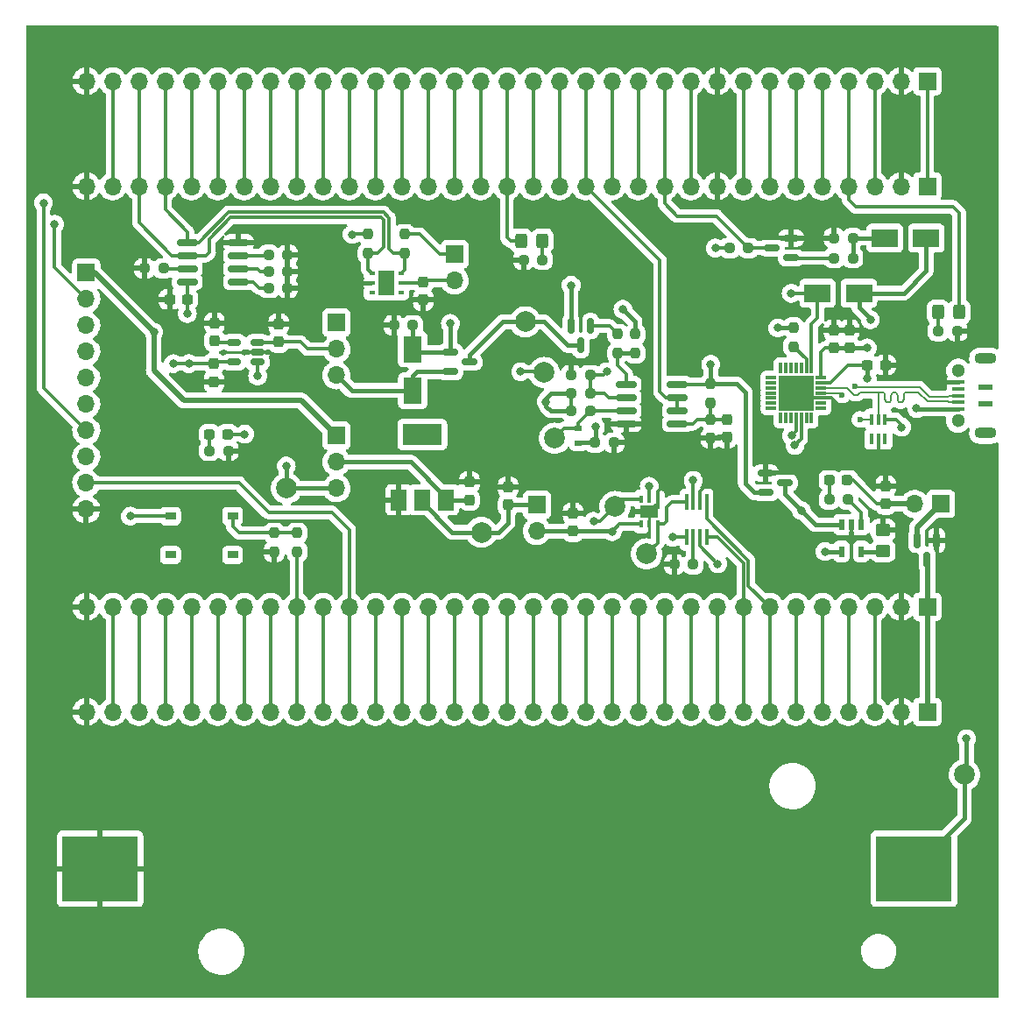
<source format=gtl>
G04 #@! TF.GenerationSoftware,KiCad,Pcbnew,6.0.4*
G04 #@! TF.CreationDate,2022-04-09T16:32:54+02:00*
G04 #@! TF.ProjectId,main,6d61696e-2e6b-4696-9361-645f70636258,rev?*
G04 #@! TF.SameCoordinates,Original*
G04 #@! TF.FileFunction,Copper,L1,Top*
G04 #@! TF.FilePolarity,Positive*
%FSLAX46Y46*%
G04 Gerber Fmt 4.6, Leading zero omitted, Abs format (unit mm)*
G04 Created by KiCad (PCBNEW 6.0.4) date 2022-04-09 16:32:54*
%MOMM*%
%LPD*%
G01*
G04 APERTURE LIST*
G04 Aperture macros list*
%AMRoundRect*
0 Rectangle with rounded corners*
0 $1 Rounding radius*
0 $2 $3 $4 $5 $6 $7 $8 $9 X,Y pos of 4 corners*
0 Add a 4 corners polygon primitive as box body*
4,1,4,$2,$3,$4,$5,$6,$7,$8,$9,$2,$3,0*
0 Add four circle primitives for the rounded corners*
1,1,$1+$1,$2,$3*
1,1,$1+$1,$4,$5*
1,1,$1+$1,$6,$7*
1,1,$1+$1,$8,$9*
0 Add four rect primitives between the rounded corners*
20,1,$1+$1,$2,$3,$4,$5,0*
20,1,$1+$1,$4,$5,$6,$7,0*
20,1,$1+$1,$6,$7,$8,$9,0*
20,1,$1+$1,$8,$9,$2,$3,0*%
G04 Aperture macros list end*
G04 #@! TA.AperFunction,SMDPad,CuDef*
%ADD10R,1.000000X0.750000*%
G04 #@! TD*
G04 #@! TA.AperFunction,SMDPad,CuDef*
%ADD11RoundRect,0.237500X-0.237500X0.250000X-0.237500X-0.250000X0.237500X-0.250000X0.237500X0.250000X0*%
G04 #@! TD*
G04 #@! TA.AperFunction,SMDPad,CuDef*
%ADD12RoundRect,0.237500X-0.250000X-0.237500X0.250000X-0.237500X0.250000X0.237500X-0.250000X0.237500X0*%
G04 #@! TD*
G04 #@! TA.AperFunction,SMDPad,CuDef*
%ADD13RoundRect,0.237500X0.250000X0.237500X-0.250000X0.237500X-0.250000X-0.237500X0.250000X-0.237500X0*%
G04 #@! TD*
G04 #@! TA.AperFunction,SMDPad,CuDef*
%ADD14RoundRect,0.250000X-0.325000X-0.450000X0.325000X-0.450000X0.325000X0.450000X-0.325000X0.450000X0*%
G04 #@! TD*
G04 #@! TA.AperFunction,SMDPad,CuDef*
%ADD15RoundRect,0.250000X0.325000X0.450000X-0.325000X0.450000X-0.325000X-0.450000X0.325000X-0.450000X0*%
G04 #@! TD*
G04 #@! TA.AperFunction,SMDPad,CuDef*
%ADD16RoundRect,0.237500X-0.287500X-0.237500X0.287500X-0.237500X0.287500X0.237500X-0.287500X0.237500X0*%
G04 #@! TD*
G04 #@! TA.AperFunction,SMDPad,CuDef*
%ADD17R,0.700000X0.600000*%
G04 #@! TD*
G04 #@! TA.AperFunction,ComponentPad*
%ADD18R,1.700000X1.700000*%
G04 #@! TD*
G04 #@! TA.AperFunction,ComponentPad*
%ADD19O,1.700000X1.700000*%
G04 #@! TD*
G04 #@! TA.AperFunction,SMDPad,CuDef*
%ADD20R,3.800000X2.000000*%
G04 #@! TD*
G04 #@! TA.AperFunction,SMDPad,CuDef*
%ADD21R,1.500000X2.000000*%
G04 #@! TD*
G04 #@! TA.AperFunction,SMDPad,CuDef*
%ADD22C,2.000000*%
G04 #@! TD*
G04 #@! TA.AperFunction,SMDPad,CuDef*
%ADD23R,2.500000X1.800000*%
G04 #@! TD*
G04 #@! TA.AperFunction,SMDPad,CuDef*
%ADD24RoundRect,0.237500X0.237500X-0.250000X0.237500X0.250000X-0.237500X0.250000X-0.237500X-0.250000X0*%
G04 #@! TD*
G04 #@! TA.AperFunction,SMDPad,CuDef*
%ADD25RoundRect,0.150000X-0.150000X0.587500X-0.150000X-0.587500X0.150000X-0.587500X0.150000X0.587500X0*%
G04 #@! TD*
G04 #@! TA.AperFunction,SMDPad,CuDef*
%ADD26RoundRect,0.237500X0.237500X-0.300000X0.237500X0.300000X-0.237500X0.300000X-0.237500X-0.300000X0*%
G04 #@! TD*
G04 #@! TA.AperFunction,SMDPad,CuDef*
%ADD27R,7.340000X6.350000*%
G04 #@! TD*
G04 #@! TA.AperFunction,SMDPad,CuDef*
%ADD28RoundRect,0.250000X0.450000X-0.350000X0.450000X0.350000X-0.450000X0.350000X-0.450000X-0.350000X0*%
G04 #@! TD*
G04 #@! TA.AperFunction,SMDPad,CuDef*
%ADD29RoundRect,0.150000X0.587500X0.150000X-0.587500X0.150000X-0.587500X-0.150000X0.587500X-0.150000X0*%
G04 #@! TD*
G04 #@! TA.AperFunction,SMDPad,CuDef*
%ADD30RoundRect,0.237500X-0.237500X0.300000X-0.237500X-0.300000X0.237500X-0.300000X0.237500X0.300000X0*%
G04 #@! TD*
G04 #@! TA.AperFunction,SMDPad,CuDef*
%ADD31R,0.300000X1.600000*%
G04 #@! TD*
G04 #@! TA.AperFunction,SMDPad,CuDef*
%ADD32R,0.450000X0.800000*%
G04 #@! TD*
G04 #@! TA.AperFunction,SMDPad,CuDef*
%ADD33R,1.700000X1.250000*%
G04 #@! TD*
G04 #@! TA.AperFunction,SMDPad,CuDef*
%ADD34R,1.800000X2.500000*%
G04 #@! TD*
G04 #@! TA.AperFunction,SMDPad,CuDef*
%ADD35RoundRect,0.150000X-0.587500X-0.150000X0.587500X-0.150000X0.587500X0.150000X-0.587500X0.150000X0*%
G04 #@! TD*
G04 #@! TA.AperFunction,SMDPad,CuDef*
%ADD36R,0.400000X1.050000*%
G04 #@! TD*
G04 #@! TA.AperFunction,SMDPad,CuDef*
%ADD37R,0.550000X1.050000*%
G04 #@! TD*
G04 #@! TA.AperFunction,SMDPad,CuDef*
%ADD38RoundRect,0.150000X-0.825000X-0.150000X0.825000X-0.150000X0.825000X0.150000X-0.825000X0.150000X0*%
G04 #@! TD*
G04 #@! TA.AperFunction,SMDPad,CuDef*
%ADD39RoundRect,0.150000X0.512500X0.150000X-0.512500X0.150000X-0.512500X-0.150000X0.512500X-0.150000X0*%
G04 #@! TD*
G04 #@! TA.AperFunction,SMDPad,CuDef*
%ADD40RoundRect,0.150000X0.825000X0.150000X-0.825000X0.150000X-0.825000X-0.150000X0.825000X-0.150000X0*%
G04 #@! TD*
G04 #@! TA.AperFunction,SMDPad,CuDef*
%ADD41R,3.350000X3.350000*%
G04 #@! TD*
G04 #@! TA.AperFunction,SMDPad,CuDef*
%ADD42R,0.300000X1.000000*%
G04 #@! TD*
G04 #@! TA.AperFunction,SMDPad,CuDef*
%ADD43R,1.000000X0.300000*%
G04 #@! TD*
G04 #@! TA.AperFunction,ComponentPad*
%ADD44O,2.140000X1.070000*%
G04 #@! TD*
G04 #@! TA.AperFunction,ComponentPad*
%ADD45C,1.300000*%
G04 #@! TD*
G04 #@! TA.AperFunction,SMDPad,CuDef*
%ADD46R,1.350000X0.600000*%
G04 #@! TD*
G04 #@! TA.AperFunction,SMDPad,CuDef*
%ADD47R,1.250000X0.400000*%
G04 #@! TD*
G04 #@! TA.AperFunction,SMDPad,CuDef*
%ADD48R,0.600000X0.400000*%
G04 #@! TD*
G04 #@! TA.AperFunction,SMDPad,CuDef*
%ADD49R,1.500000X2.400000*%
G04 #@! TD*
G04 #@! TA.AperFunction,SMDPad,CuDef*
%ADD50RoundRect,0.237500X0.300000X0.237500X-0.300000X0.237500X-0.300000X-0.237500X0.300000X-0.237500X0*%
G04 #@! TD*
G04 #@! TA.AperFunction,SMDPad,CuDef*
%ADD51RoundRect,0.237500X-0.300000X-0.237500X0.300000X-0.237500X0.300000X0.237500X-0.300000X0.237500X0*%
G04 #@! TD*
G04 #@! TA.AperFunction,ViaPad*
%ADD52C,0.800000*%
G04 #@! TD*
G04 #@! TA.AperFunction,ViaPad*
%ADD53C,0.600000*%
G04 #@! TD*
G04 #@! TA.AperFunction,Conductor*
%ADD54C,0.300000*%
G04 #@! TD*
G04 #@! TA.AperFunction,Conductor*
%ADD55C,0.500000*%
G04 #@! TD*
G04 #@! TA.AperFunction,Conductor*
%ADD56C,0.400000*%
G04 #@! TD*
G04 #@! TA.AperFunction,Conductor*
%ADD57C,0.250000*%
G04 #@! TD*
G04 #@! TA.AperFunction,Conductor*
%ADD58C,0.200000*%
G04 #@! TD*
G04 APERTURE END LIST*
D10*
X102480000Y-114655000D03*
X96480000Y-114655000D03*
X102480000Y-110905000D03*
X96480000Y-110905000D03*
D11*
X108712000Y-112527500D03*
X108712000Y-114352500D03*
X106500000Y-112527500D03*
X106500000Y-114352500D03*
D12*
X172512500Y-93020000D03*
X170687500Y-93020000D03*
D13*
X132432500Y-86140000D03*
X130607500Y-86140000D03*
D12*
X102062500Y-104600000D03*
X100237500Y-104600000D03*
D14*
X170679000Y-91186000D03*
X172729000Y-91186000D03*
D15*
X132425000Y-84300000D03*
X130375000Y-84300000D03*
D16*
X100240000Y-102990000D03*
X101990000Y-102990000D03*
D17*
X135890000Y-102424000D03*
X135890000Y-103824000D03*
D18*
X112522000Y-92217000D03*
D19*
X112522000Y-94757000D03*
X112522000Y-97297000D03*
D13*
X107809000Y-88860000D03*
X105984000Y-88860000D03*
D11*
X148694000Y-98113500D03*
X148694000Y-99938500D03*
D20*
X120820000Y-103030000D03*
D21*
X123120000Y-109330000D03*
X120820000Y-109330000D03*
X118520000Y-109330000D03*
D22*
X126530000Y-112460000D03*
D23*
X165530000Y-84020000D03*
X169530000Y-84020000D03*
D24*
X156700000Y-94512500D03*
X156700000Y-92687500D03*
D25*
X137094000Y-92534500D03*
X135194000Y-92534500D03*
X136144000Y-94409500D03*
D18*
X170947000Y-109728000D03*
D19*
X168407000Y-109728000D03*
D26*
X135382000Y-112368500D03*
X135382000Y-110643500D03*
X165610000Y-109722500D03*
X165610000Y-107997500D03*
D22*
X139446000Y-109982000D03*
D27*
X89670000Y-145000000D03*
X168330000Y-145000000D03*
D12*
X150517500Y-85000000D03*
X152342500Y-85000000D03*
D28*
X165354000Y-114284000D03*
X165354000Y-112284000D03*
D12*
X137527500Y-103800000D03*
X139352500Y-103800000D03*
D29*
X156467500Y-85950000D03*
X156467500Y-84050000D03*
X154592500Y-85000000D03*
D30*
X100734000Y-92243000D03*
X100734000Y-93968000D03*
D13*
X107796500Y-87260000D03*
X105971500Y-87260000D03*
D26*
X129110000Y-109832500D03*
X129110000Y-108107500D03*
D13*
X107796500Y-85660000D03*
X105971500Y-85660000D03*
D31*
X148295000Y-109552000D03*
X147645000Y-109552000D03*
X146995000Y-109552000D03*
X146345000Y-109552000D03*
X146345000Y-112952000D03*
X146995000Y-112952000D03*
X147645000Y-112952000D03*
X148295000Y-112952000D03*
D30*
X100674000Y-96175500D03*
X100674000Y-97900500D03*
D19*
X88345000Y-79027000D03*
X90885000Y-79027000D03*
X93425000Y-79027000D03*
X95965000Y-79027000D03*
X98505000Y-79027000D03*
X101045000Y-79027000D03*
X103585000Y-79027000D03*
X106125000Y-79027000D03*
X108665000Y-79027000D03*
X111205000Y-79027000D03*
X113745000Y-79027000D03*
X116285000Y-79027000D03*
X118825000Y-79027000D03*
X121365000Y-79027000D03*
X123905000Y-79027000D03*
X126445000Y-79027000D03*
X128985000Y-79027000D03*
X131525000Y-79027000D03*
X134065000Y-79027000D03*
X136605000Y-79027000D03*
X139145000Y-79027000D03*
X141685000Y-79027000D03*
X144225000Y-79027000D03*
X146765000Y-79027000D03*
X149305000Y-79027000D03*
X151845000Y-79027000D03*
X154385000Y-79027000D03*
X156925000Y-79027000D03*
X159465000Y-79027000D03*
X162005000Y-79027000D03*
X164545000Y-79027000D03*
X167085000Y-79027000D03*
D18*
X169625000Y-79027000D03*
D32*
X141948000Y-111690000D03*
X142748000Y-111690000D03*
X143548000Y-111690000D03*
X143548000Y-109290000D03*
X142748000Y-109290000D03*
X141948000Y-109290000D03*
D33*
X142748000Y-110490000D03*
D12*
X135231500Y-99060000D03*
X137056500Y-99060000D03*
D11*
X139700000Y-93321500D03*
X139700000Y-95146500D03*
D12*
X145175000Y-115570000D03*
X147000000Y-115570000D03*
D22*
X130770000Y-92130000D03*
D34*
X119888000Y-98774000D03*
X119888000Y-94774000D03*
D12*
X135207500Y-100740000D03*
X137032500Y-100740000D03*
D35*
X123522500Y-95062000D03*
X123522500Y-96962000D03*
X125397500Y-96012000D03*
D22*
X142494000Y-114554000D03*
D12*
X160147500Y-109300000D03*
X161972500Y-109300000D03*
D16*
X160161000Y-107442000D03*
X161911000Y-107442000D03*
D36*
X164250000Y-103450000D03*
X164900000Y-103450000D03*
X165550000Y-103450000D03*
X165550000Y-101550000D03*
X164900000Y-101550000D03*
X164250000Y-101550000D03*
D37*
X163256000Y-111730000D03*
X162306000Y-111730000D03*
X161356000Y-111730000D03*
X161356000Y-114330000D03*
X163256000Y-114330000D03*
D24*
X119126000Y-85494500D03*
X119126000Y-83669500D03*
D22*
X133604000Y-103378000D03*
D12*
X118063000Y-92456000D03*
X119888000Y-92456000D03*
D38*
X140527000Y-98171000D03*
X140527000Y-99441000D03*
X140527000Y-100711000D03*
X140527000Y-101981000D03*
X145477000Y-101981000D03*
X145477000Y-100711000D03*
X145477000Y-99441000D03*
X145477000Y-98171000D03*
D22*
X132588000Y-97028000D03*
D18*
X169625000Y-68867000D03*
D19*
X167085000Y-68867000D03*
X164545000Y-68867000D03*
X162005000Y-68867000D03*
X159465000Y-68867000D03*
X156925000Y-68867000D03*
X154385000Y-68867000D03*
X151845000Y-68867000D03*
X149305000Y-68867000D03*
X146765000Y-68867000D03*
X144225000Y-68867000D03*
X141685000Y-68867000D03*
X139145000Y-68867000D03*
X136605000Y-68867000D03*
X134065000Y-68867000D03*
X131525000Y-68867000D03*
X128985000Y-68867000D03*
X126445000Y-68867000D03*
X123905000Y-68867000D03*
X121365000Y-68867000D03*
X118825000Y-68867000D03*
X116285000Y-68867000D03*
X113745000Y-68867000D03*
X111205000Y-68867000D03*
X108665000Y-68867000D03*
X106125000Y-68867000D03*
X103585000Y-68867000D03*
X101045000Y-68867000D03*
X98505000Y-68867000D03*
X95965000Y-68867000D03*
X93425000Y-68867000D03*
X90885000Y-68867000D03*
X88345000Y-68867000D03*
D35*
X154002500Y-106746000D03*
X154002500Y-108646000D03*
X155877500Y-107696000D03*
D24*
X115570000Y-85494500D03*
X115570000Y-83669500D03*
D18*
X123952000Y-85593000D03*
D19*
X123952000Y-88133000D03*
D22*
X173228000Y-135890000D03*
D12*
X160617500Y-84020000D03*
X162442500Y-84020000D03*
D11*
X148694000Y-101547500D03*
X148694000Y-103372500D03*
D18*
X131890000Y-109820000D03*
D19*
X131890000Y-112360000D03*
D39*
X104901500Y-96028000D03*
X104901500Y-95078000D03*
X104901500Y-94128000D03*
X102626500Y-94128000D03*
X102626500Y-96028000D03*
D12*
X93971500Y-86960000D03*
X95796500Y-86960000D03*
D40*
X103059000Y-88265000D03*
X103059000Y-86995000D03*
X103059000Y-85725000D03*
X103059000Y-84455000D03*
X98109000Y-84455000D03*
X98109000Y-85725000D03*
X98109000Y-86995000D03*
X98109000Y-88265000D03*
D26*
X162100000Y-94662500D03*
X162100000Y-92937500D03*
X125380000Y-109350000D03*
X125380000Y-107625000D03*
D18*
X169625000Y-129827000D03*
D19*
X167085000Y-129827000D03*
X164545000Y-129827000D03*
X162005000Y-129827000D03*
X159465000Y-129827000D03*
X156925000Y-129827000D03*
X154385000Y-129827000D03*
X151845000Y-129827000D03*
X149305000Y-129827000D03*
X146765000Y-129827000D03*
X144225000Y-129827000D03*
X141685000Y-129827000D03*
X139145000Y-129827000D03*
X136605000Y-129827000D03*
X134065000Y-129827000D03*
X131525000Y-129827000D03*
X128985000Y-129827000D03*
X126445000Y-129827000D03*
X123905000Y-129827000D03*
X121365000Y-129827000D03*
X118825000Y-129827000D03*
X116285000Y-129827000D03*
X113745000Y-129827000D03*
X111205000Y-129827000D03*
X108665000Y-129827000D03*
X106125000Y-129827000D03*
X103585000Y-129827000D03*
X101045000Y-129827000D03*
X98505000Y-129827000D03*
X95965000Y-129827000D03*
X93425000Y-129827000D03*
X90885000Y-129827000D03*
X88345000Y-129827000D03*
D26*
X160600000Y-94662500D03*
X160600000Y-92937500D03*
D22*
X107696000Y-108204000D03*
D41*
X156940000Y-99000000D03*
D42*
X158440000Y-101400000D03*
X157940000Y-101400000D03*
X157440000Y-101400000D03*
X156940000Y-101400000D03*
X156440000Y-101400000D03*
X155940000Y-101400000D03*
X155440000Y-101400000D03*
D43*
X154540000Y-100500000D03*
X154540000Y-100000000D03*
X154540000Y-99500000D03*
X154540000Y-99000000D03*
X154540000Y-98500000D03*
X154540000Y-98000000D03*
X154540000Y-97500000D03*
D42*
X155440000Y-96600000D03*
X155940000Y-96600000D03*
X156440000Y-96600000D03*
X156940000Y-96600000D03*
X157440000Y-96600000D03*
X157940000Y-96600000D03*
X158440000Y-96600000D03*
D43*
X159340000Y-97500000D03*
X159340000Y-98000000D03*
X159340000Y-98500000D03*
X159340000Y-99000000D03*
X159340000Y-99500000D03*
X159340000Y-100000000D03*
X159340000Y-100500000D03*
D24*
X141390000Y-93317500D03*
X141390000Y-95142500D03*
D19*
X88345000Y-119667000D03*
X90885000Y-119667000D03*
X93425000Y-119667000D03*
X95965000Y-119667000D03*
X98505000Y-119667000D03*
X101045000Y-119667000D03*
X103585000Y-119667000D03*
X106125000Y-119667000D03*
X108665000Y-119667000D03*
X111205000Y-119667000D03*
X113745000Y-119667000D03*
X116285000Y-119667000D03*
X118825000Y-119667000D03*
X121365000Y-119667000D03*
X123905000Y-119667000D03*
X126445000Y-119667000D03*
X128985000Y-119667000D03*
X131525000Y-119667000D03*
X134065000Y-119667000D03*
X136605000Y-119667000D03*
X139145000Y-119667000D03*
X141685000Y-119667000D03*
X144225000Y-119667000D03*
X146765000Y-119667000D03*
X149305000Y-119667000D03*
X151845000Y-119667000D03*
X154385000Y-119667000D03*
X156925000Y-119667000D03*
X159465000Y-119667000D03*
X162005000Y-119667000D03*
X164545000Y-119667000D03*
X167085000Y-119667000D03*
D18*
X169625000Y-119667000D03*
D23*
X159020000Y-89360000D03*
X163020000Y-89360000D03*
D26*
X106934000Y-94080500D03*
X106934000Y-92355500D03*
D44*
X175250000Y-102873250D03*
D45*
X172600000Y-101698250D03*
X172600000Y-96848250D03*
D44*
X175250000Y-95673250D03*
D46*
X175275000Y-100073250D03*
X175275000Y-98473250D03*
D47*
X172625000Y-97973250D03*
X172625000Y-98623250D03*
X172625000Y-99273250D03*
X172625000Y-99923250D03*
X172625000Y-100573250D03*
D12*
X160617500Y-85970000D03*
X162442500Y-85970000D03*
D48*
X115948000Y-87442000D03*
X115948000Y-88392000D03*
X115948000Y-89342000D03*
X118748000Y-89342000D03*
X118748000Y-88392000D03*
X118748000Y-87442000D03*
D49*
X117348000Y-88392000D03*
D50*
X98112500Y-89960000D03*
X96387500Y-89960000D03*
D51*
X163837500Y-96300000D03*
X165562500Y-96300000D03*
D25*
X170540000Y-113242500D03*
X168640000Y-113242500D03*
X169590000Y-115117500D03*
D18*
X88340000Y-87390000D03*
D19*
X88340000Y-89930000D03*
X88340000Y-92470000D03*
X88340000Y-95010000D03*
X88340000Y-97550000D03*
X88340000Y-100090000D03*
X88340000Y-102630000D03*
X88340000Y-105170000D03*
X88340000Y-107710000D03*
X88340000Y-110250000D03*
D18*
X112522000Y-103124000D03*
D19*
X112522000Y-105664000D03*
X112522000Y-108204000D03*
D30*
X150242000Y-101585000D03*
X150242000Y-103310000D03*
D13*
X137056500Y-97282000D03*
X135231500Y-97282000D03*
D30*
X120904000Y-88291500D03*
X120904000Y-90016500D03*
D52*
X103650000Y-102990000D03*
X92600000Y-110910000D03*
D53*
X163120000Y-101570000D03*
X161390000Y-99200000D03*
D52*
X149150000Y-85000000D03*
X114040000Y-83680000D03*
X98110000Y-91330000D03*
X149380000Y-115510000D03*
X163820000Y-94640000D03*
X155180000Y-92710000D03*
X163840000Y-97630000D03*
X98264500Y-96175500D03*
X96750000Y-96170000D03*
X93240000Y-94510000D03*
X170520000Y-96330000D03*
X148610000Y-107580000D03*
X161190000Y-100370000D03*
X94440000Y-89960000D03*
X144800000Y-108010000D03*
X157460000Y-110370000D03*
X173430000Y-132440000D03*
X84200000Y-80630000D03*
X85290000Y-82700000D03*
X94860000Y-93120000D03*
X156826211Y-104071441D03*
X156520000Y-103120000D03*
X104900000Y-97360000D03*
X147000000Y-107460000D03*
X159750000Y-114330000D03*
X142750000Y-108020000D03*
X139170000Y-112400000D03*
X167160000Y-102310000D03*
X156470000Y-89370000D03*
X164130000Y-91930000D03*
X168600000Y-100510000D03*
X107670000Y-106070000D03*
X137550000Y-102270000D03*
X140210000Y-90910000D03*
D53*
X162670000Y-98340000D03*
D52*
X148690000Y-96240000D03*
X132790000Y-99870000D03*
X135200000Y-88600000D03*
X130330000Y-96950000D03*
X138640000Y-96950000D03*
X145020000Y-112960000D03*
X137370000Y-111410000D03*
X123530000Y-92280000D03*
D54*
X132432500Y-86140000D02*
X132432500Y-84307500D01*
X132432500Y-84307500D02*
X132425000Y-84300000D01*
X130375000Y-84300000D02*
X129330000Y-84300000D01*
X129330000Y-84300000D02*
X128985000Y-83955000D01*
X128985000Y-83955000D02*
X128985000Y-79027000D01*
X172729000Y-91186000D02*
X172729000Y-81639000D01*
X172729000Y-81639000D02*
X172100000Y-81010000D01*
X172100000Y-81010000D02*
X162710000Y-81010000D01*
X162710000Y-81010000D02*
X162005000Y-80305000D01*
X162005000Y-80305000D02*
X162005000Y-79027000D01*
X170679000Y-91186000D02*
X170679000Y-93011500D01*
X170679000Y-93011500D02*
X170687500Y-93020000D01*
X100240000Y-102990000D02*
X100240000Y-104597500D01*
X100240000Y-104597500D02*
X100237500Y-104600000D01*
X101990000Y-102990000D02*
X103650000Y-102990000D01*
X92605000Y-110905000D02*
X92600000Y-110910000D01*
X96480000Y-110905000D02*
X92605000Y-110905000D01*
X108712000Y-114352500D02*
X108665000Y-114399500D01*
X108665000Y-114399500D02*
X108665000Y-119667000D01*
X106500000Y-112527500D02*
X108712000Y-112527500D01*
X102480000Y-110905000D02*
X102480000Y-111880000D01*
X102480000Y-111880000D02*
X103127500Y-112527500D01*
X103127500Y-112527500D02*
X106500000Y-112527500D01*
D55*
X94860000Y-93120000D02*
X94860000Y-96820000D01*
X94860000Y-96820000D02*
X97770000Y-99730000D01*
X97770000Y-99730000D02*
X109100000Y-99730000D01*
X109100000Y-99730000D02*
X112494000Y-103124000D01*
X112494000Y-103124000D02*
X112522000Y-103124000D01*
D54*
X113745000Y-119667000D02*
X113745000Y-112235000D01*
X113745000Y-112235000D02*
X112060000Y-110550000D01*
X112060000Y-110550000D02*
X105960000Y-110550000D01*
X103120000Y-107710000D02*
X88340000Y-107710000D01*
X105960000Y-110550000D02*
X103120000Y-107710000D01*
D56*
X137527500Y-103800000D02*
X135914000Y-103800000D01*
X135914000Y-103800000D02*
X135890000Y-103824000D01*
D57*
X142748000Y-111690000D02*
X142748000Y-110490000D01*
X142748000Y-112582000D02*
X142720000Y-112610000D01*
X142748000Y-112582000D02*
X142748000Y-111690000D01*
D58*
X163120000Y-101570000D02*
X164230000Y-101570000D01*
X164230000Y-101570000D02*
X164250000Y-101550000D01*
X164885000Y-98935000D02*
X163150000Y-98935000D01*
X165195000Y-98935000D02*
X164885000Y-98935000D01*
X164885000Y-98935000D02*
X164900000Y-98950000D01*
X164900000Y-98950000D02*
X164900000Y-101550000D01*
X171724999Y-99923250D02*
X171624999Y-99823250D01*
X172662500Y-99923250D02*
X171724999Y-99923250D01*
X166145000Y-99235000D02*
G75*
G02*
X166445000Y-98935000I300000J0D01*
G01*
X166445000Y-98935000D02*
G75*
G02*
X166745000Y-99235000I0J-300000D01*
G01*
X169625050Y-99823250D02*
X168736800Y-98935000D01*
X165245000Y-98935000D02*
G75*
G02*
X165545000Y-99235000I0J-300000D01*
G01*
X168736800Y-98935000D02*
X167645000Y-98935000D01*
X165545000Y-99635000D02*
G75*
G03*
X165845000Y-99935000I300000J0D01*
G01*
X165545000Y-99635000D02*
X165545000Y-99235000D01*
X161860000Y-98500000D02*
X159340000Y-98500000D01*
X171624999Y-99823250D02*
X169625050Y-99823250D01*
X162530000Y-99170000D02*
X161860000Y-98500000D01*
X165845000Y-99935000D02*
G75*
G03*
X166145000Y-99635000I0J300000D01*
G01*
X167045000Y-99935000D02*
G75*
G03*
X167345000Y-99635000I0J300000D01*
G01*
X166745000Y-99635000D02*
G75*
G03*
X167045000Y-99935000I300000J0D01*
G01*
X165245000Y-98935000D02*
X165195000Y-98935000D01*
X167345000Y-99235000D02*
G75*
G02*
X167645000Y-98935000I300000J0D01*
G01*
X167345000Y-99235000D02*
X167345000Y-99635000D01*
X166745000Y-99635000D02*
X166745000Y-99235000D01*
X166145000Y-99235000D02*
X166145000Y-99635000D01*
X163150000Y-98940000D02*
X162920000Y-99170000D01*
X163150000Y-98935000D02*
X163150000Y-98940000D01*
X162920000Y-99170000D02*
X162530000Y-99170000D01*
X171624999Y-99373250D02*
X169811450Y-99373250D01*
X168923200Y-98485000D02*
X162815000Y-98485000D01*
X162815000Y-98485000D02*
X162670000Y-98340000D01*
X169811450Y-99373250D02*
X168923200Y-98485000D01*
X171724999Y-99273250D02*
X171624999Y-99373250D01*
X172662500Y-99273250D02*
X171724999Y-99273250D01*
X159340000Y-99000000D02*
X161190000Y-99000000D01*
X161190000Y-99000000D02*
X161390000Y-99200000D01*
D54*
X162000000Y-96300000D02*
X163837500Y-96300000D01*
D56*
X163840000Y-97630000D02*
X163840000Y-96302500D01*
D54*
X100821500Y-96028000D02*
X100674000Y-96175500D01*
X102626500Y-96028000D02*
X100821500Y-96028000D01*
X159737500Y-94662500D02*
X160600000Y-94662500D01*
X96755500Y-96175500D02*
X96750000Y-96170000D01*
X115570000Y-83669500D02*
X114050500Y-83669500D01*
X114050500Y-83669500D02*
X114040000Y-83680000D01*
X100674000Y-96175500D02*
X98264500Y-96175500D01*
X98112500Y-91327500D02*
X98110000Y-91330000D01*
X98112500Y-89960000D02*
X98112500Y-91327500D01*
X98264500Y-96175500D02*
X96755500Y-96175500D01*
X169625000Y-68867000D02*
X169625000Y-79027000D01*
X159340000Y-97500000D02*
X159340000Y-95060000D01*
D56*
X156700000Y-92687500D02*
X155202500Y-92687500D01*
X155202500Y-92687500D02*
X155180000Y-92710000D01*
X162100000Y-94662500D02*
X163797500Y-94662500D01*
D54*
X98112500Y-88268500D02*
X98109000Y-88265000D01*
X150517500Y-85000000D02*
X149150000Y-85000000D01*
X159340000Y-98000000D02*
X160300000Y-98000000D01*
D56*
X160600000Y-94662500D02*
X162100000Y-94662500D01*
D54*
X159340000Y-95060000D02*
X159737500Y-94662500D01*
X160300000Y-98000000D02*
X162000000Y-96300000D01*
D56*
X163840000Y-96302500D02*
X163837500Y-96300000D01*
D54*
X147645000Y-113775000D02*
X149380000Y-115510000D01*
X123952000Y-85593000D02*
X122493000Y-85593000D01*
X98112500Y-89960000D02*
X98112500Y-88268500D01*
D56*
X163797500Y-94662500D02*
X163820000Y-94640000D01*
D54*
X147645000Y-112952000D02*
X147645000Y-113775000D01*
X122493000Y-85593000D02*
X120569500Y-83669500D01*
X120569500Y-83669500D02*
X119126000Y-83669500D01*
X157440000Y-99500000D02*
X156940000Y-99000000D01*
D56*
X172662500Y-97973250D02*
X171423250Y-97973250D01*
D54*
X143760000Y-108340000D02*
X144090000Y-108010000D01*
D56*
X171423250Y-97973250D02*
X170800000Y-97350000D01*
D54*
X88345000Y-119667000D02*
X88345000Y-129827000D01*
X143548000Y-109290000D02*
X143548000Y-108552000D01*
X147645000Y-108545000D02*
X148610000Y-107580000D01*
X88345000Y-68867000D02*
X88345000Y-79027000D01*
X159340000Y-99500000D02*
X157440000Y-99500000D01*
X149305000Y-68867000D02*
X149305000Y-79027000D01*
X160320000Y-99500000D02*
X161190000Y-100370000D01*
X164900000Y-103450000D02*
X164900000Y-105730000D01*
X159340000Y-99500000D02*
X160320000Y-99500000D01*
X143548000Y-109290000D02*
X143548000Y-109690000D01*
X147645000Y-109552000D02*
X147645000Y-108545000D01*
X167085000Y-119667000D02*
X167085000Y-129827000D01*
D56*
X170800000Y-97350000D02*
X170520000Y-97070000D01*
D55*
X96387500Y-89960000D02*
X94440000Y-89960000D01*
D56*
X170520000Y-97070000D02*
X170520000Y-96330000D01*
D54*
X144090000Y-108010000D02*
X144800000Y-108010000D01*
X143548000Y-109690000D02*
X142748000Y-110490000D01*
X167085000Y-68867000D02*
X167085000Y-79027000D01*
X143548000Y-108552000D02*
X143760000Y-108340000D01*
D56*
X173430000Y-135688000D02*
X173228000Y-135890000D01*
X173228000Y-140102000D02*
X168330000Y-145000000D01*
X155877500Y-108787500D02*
X155877500Y-107696000D01*
X161356000Y-111730000D02*
X158820000Y-111730000D01*
X173430000Y-132440000D02*
X173430000Y-135688000D01*
X157460000Y-110370000D02*
X155877500Y-108787500D01*
X158820000Y-111730000D02*
X157460000Y-110370000D01*
X173228000Y-135890000D02*
X173228000Y-140102000D01*
D54*
X162005000Y-68867000D02*
X162005000Y-79027000D01*
X159465000Y-68867000D02*
X159465000Y-79027000D01*
X156925000Y-68867000D02*
X156925000Y-79027000D01*
X154385000Y-68867000D02*
X154385000Y-79027000D01*
X151845000Y-68867000D02*
X151845000Y-79027000D01*
X146765000Y-68867000D02*
X146765000Y-79027000D01*
X144225000Y-80675000D02*
X144225000Y-79027000D01*
X145460000Y-81910000D02*
X144225000Y-80675000D01*
X152342500Y-85000000D02*
X149252500Y-81910000D01*
X84200000Y-80630000D02*
X84200000Y-98490000D01*
X144225000Y-68867000D02*
X144225000Y-79027000D01*
X84200000Y-98490000D02*
X88340000Y-102630000D01*
X149252500Y-81910000D02*
X145460000Y-81910000D01*
X154592500Y-85000000D02*
X152342500Y-85000000D01*
X141685000Y-68867000D02*
X141685000Y-79027000D01*
X139145000Y-68867000D02*
X139145000Y-79027000D01*
X144381000Y-99441000D02*
X143790000Y-98850000D01*
X85290000Y-86880000D02*
X88340000Y-89930000D01*
X145477000Y-99441000D02*
X144381000Y-99441000D01*
X85290000Y-82700000D02*
X85290000Y-86880000D01*
X145477000Y-100711000D02*
X145477000Y-99441000D01*
X142900000Y-85322000D02*
X136605000Y-79027000D01*
X136605000Y-68867000D02*
X136605000Y-79027000D01*
X143790000Y-86212000D02*
X142900000Y-85322000D01*
X143790000Y-98850000D02*
X143790000Y-86212000D01*
X134065000Y-68867000D02*
X134065000Y-79027000D01*
X131525000Y-68867000D02*
X131525000Y-79027000D01*
X128985000Y-68867000D02*
X128985000Y-79027000D01*
X126445000Y-68867000D02*
X126445000Y-79027000D01*
X123905000Y-68867000D02*
X123905000Y-79027000D01*
X121365000Y-68867000D02*
X121365000Y-79027000D01*
X118825000Y-68867000D02*
X118825000Y-79027000D01*
X116285000Y-68867000D02*
X116285000Y-79027000D01*
X113745000Y-68867000D02*
X113745000Y-79027000D01*
X111205000Y-68867000D02*
X111205000Y-79027000D01*
X108665000Y-68867000D02*
X108665000Y-79027000D01*
X106125000Y-68867000D02*
X106125000Y-79027000D01*
X103585000Y-68867000D02*
X103585000Y-79027000D01*
X101045000Y-68867000D02*
X101045000Y-79027000D01*
X98505000Y-68867000D02*
X98505000Y-79027000D01*
X119126000Y-85494500D02*
X118027110Y-85494500D01*
X119126000Y-87064000D02*
X118748000Y-87442000D01*
X95965000Y-81285000D02*
X95965000Y-79027000D01*
X98109000Y-84455000D02*
X98109000Y-83429000D01*
X98109000Y-83429000D02*
X95965000Y-81285000D01*
X117599519Y-82069519D02*
X117073695Y-81543695D01*
X119126000Y-85494500D02*
X119126000Y-87064000D01*
X95965000Y-68867000D02*
X95965000Y-79027000D01*
X99178572Y-84455000D02*
X98109000Y-84455000D01*
X117073695Y-81543695D02*
X102089877Y-81543695D01*
X102089877Y-81543695D02*
X99178572Y-84455000D01*
X117599519Y-85066909D02*
X117599519Y-82069519D01*
X118027110Y-85494500D02*
X117599519Y-85066909D01*
X93425000Y-68867000D02*
X93425000Y-79027000D01*
X116465500Y-85494500D02*
X117100000Y-84860000D01*
X100210000Y-84130000D02*
X100210000Y-85420000D01*
X96625000Y-85725000D02*
X93425000Y-82525000D01*
X93425000Y-82525000D02*
X93425000Y-79027000D01*
X99905000Y-85725000D02*
X98109000Y-85725000D01*
X102296786Y-82043214D02*
X100210000Y-84130000D01*
X116866786Y-82043214D02*
X102296786Y-82043214D01*
X115570000Y-85494500D02*
X115570000Y-87064000D01*
X100210000Y-85420000D02*
X99905000Y-85725000D01*
X117100000Y-84860000D02*
X117100000Y-82276428D01*
X115570000Y-87064000D02*
X115948000Y-87442000D01*
X117100000Y-82276428D02*
X116866786Y-82043214D01*
X98109000Y-85725000D02*
X96625000Y-85725000D01*
X115570000Y-85494500D02*
X116465500Y-85494500D01*
X90885000Y-68867000D02*
X90885000Y-79027000D01*
D55*
X89130000Y-87390000D02*
X94860000Y-93120000D01*
X88340000Y-87390000D02*
X89130000Y-87390000D01*
X169625000Y-115152500D02*
X169590000Y-115117500D01*
X169625000Y-119667000D02*
X169625000Y-115152500D01*
X169625000Y-119667000D02*
X169625000Y-129827000D01*
D54*
X164545000Y-119667000D02*
X164545000Y-129827000D01*
X162005000Y-119667000D02*
X162005000Y-129827000D01*
X159465000Y-119667000D02*
X159465000Y-129827000D01*
X156925000Y-119667000D02*
X156925000Y-129827000D01*
X154385000Y-119667000D02*
X154385000Y-129827000D01*
X152344520Y-117626520D02*
X154385000Y-119667000D01*
X152344519Y-115228091D02*
X152344520Y-117626520D01*
X148295000Y-109552000D02*
X148295000Y-111178572D01*
X148295000Y-111178572D02*
X152344519Y-115228091D01*
X151845000Y-119667000D02*
X151845000Y-129827000D01*
X148295000Y-112952000D02*
X149362000Y-112952000D01*
X149362000Y-112952000D02*
X151845000Y-115435000D01*
X151845000Y-115435000D02*
X151845000Y-119667000D01*
X149305000Y-119667000D02*
X149305000Y-129827000D01*
X146765000Y-119667000D02*
X146765000Y-129827000D01*
X144225000Y-119667000D02*
X144225000Y-129827000D01*
X141685000Y-119667000D02*
X141685000Y-129827000D01*
X139145000Y-119667000D02*
X139145000Y-129827000D01*
X136605000Y-119667000D02*
X136605000Y-129827000D01*
X134065000Y-119667000D02*
X134065000Y-129827000D01*
X131525000Y-119667000D02*
X131525000Y-129827000D01*
X128985000Y-119667000D02*
X128985000Y-129827000D01*
X126445000Y-119667000D02*
X126445000Y-129827000D01*
X123905000Y-119667000D02*
X123905000Y-129827000D01*
X121365000Y-119667000D02*
X121365000Y-129827000D01*
X118825000Y-119667000D02*
X118825000Y-129827000D01*
X116285000Y-119667000D02*
X116285000Y-129827000D01*
X157440000Y-103457652D02*
X156826211Y-104071441D01*
X157440000Y-101400000D02*
X157440000Y-103457652D01*
X113745000Y-119667000D02*
X113745000Y-129827000D01*
X156940000Y-101400000D02*
X156940000Y-102700000D01*
X111205000Y-119667000D02*
X111205000Y-129827000D01*
X156940000Y-102700000D02*
X156520000Y-103120000D01*
X108665000Y-119667000D02*
X108665000Y-129827000D01*
X106125000Y-119667000D02*
X106125000Y-129827000D01*
X103585000Y-119667000D02*
X103585000Y-129827000D01*
X101045000Y-119667000D02*
X101045000Y-129827000D01*
X98505000Y-119667000D02*
X98505000Y-129827000D01*
X95965000Y-119667000D02*
X95965000Y-129827000D01*
X93425000Y-119667000D02*
X93425000Y-129827000D01*
X90885000Y-119667000D02*
X90885000Y-129827000D01*
X104901500Y-94128000D02*
X106886500Y-94128000D01*
X106934000Y-94080500D02*
X109020500Y-94080500D01*
X109020500Y-94080500D02*
X109697000Y-94757000D01*
X104901500Y-97358500D02*
X104900000Y-97360000D01*
X109697000Y-94757000D02*
X112522000Y-94757000D01*
X106886500Y-94128000D02*
X106934000Y-94080500D01*
X104901500Y-96028000D02*
X104901500Y-97358500D01*
D56*
X125360000Y-109330000D02*
X125380000Y-109350000D01*
X123120000Y-109080000D02*
X123120000Y-109330000D01*
X112522000Y-105664000D02*
X119704000Y-105664000D01*
X119704000Y-105664000D02*
X123120000Y-109080000D01*
X123120000Y-109330000D02*
X125360000Y-109330000D01*
D54*
X102626500Y-94128000D02*
X100894000Y-94128000D01*
X100894000Y-94128000D02*
X100734000Y-93968000D01*
D56*
X129110000Y-111550000D02*
X129110000Y-109832500D01*
X131890000Y-109820000D02*
X129122500Y-109820000D01*
X128200000Y-112460000D02*
X129110000Y-111550000D01*
X123700000Y-112460000D02*
X126530000Y-112460000D01*
X120820000Y-109330000D02*
X120820000Y-109580000D01*
D54*
X146995000Y-107465000D02*
X147000000Y-107460000D01*
D56*
X129122500Y-109820000D02*
X129110000Y-109832500D01*
X126530000Y-112460000D02*
X128200000Y-112460000D01*
X120820000Y-109580000D02*
X123700000Y-112460000D01*
D54*
X146995000Y-109552000D02*
X146995000Y-107465000D01*
D56*
X161356000Y-114330000D02*
X159750000Y-114330000D01*
D55*
X165615500Y-109728000D02*
X165610000Y-109722500D01*
D54*
X165610000Y-109722500D02*
X164722500Y-109722500D01*
X164722500Y-109722500D02*
X162442000Y-107442000D01*
X162442000Y-107442000D02*
X161911000Y-107442000D01*
D55*
X168407000Y-109728000D02*
X165615500Y-109728000D01*
D54*
X146979000Y-101981000D02*
X147412500Y-101547500D01*
X148731500Y-101585000D02*
X148694000Y-101547500D01*
X147412500Y-101547500D02*
X148694000Y-101547500D01*
X148694000Y-99938500D02*
X148694000Y-101547500D01*
X150242000Y-101585000D02*
X148731500Y-101585000D01*
X145477000Y-101981000D02*
X146979000Y-101981000D01*
D56*
X135382000Y-112368500D02*
X139138500Y-112368500D01*
D54*
X142748000Y-108022000D02*
X142750000Y-108020000D01*
D56*
X135373500Y-112360000D02*
X135382000Y-112368500D01*
D54*
X142748000Y-109290000D02*
X142748000Y-108022000D01*
X139170000Y-112400000D02*
X139880000Y-111690000D01*
D56*
X131890000Y-112360000D02*
X135373500Y-112360000D01*
X139138500Y-112368500D02*
X139170000Y-112400000D01*
D54*
X139880000Y-111690000D02*
X141948000Y-111690000D01*
X120803500Y-88392000D02*
X120904000Y-88291500D01*
X121062500Y-88133000D02*
X123952000Y-88133000D01*
X118748000Y-88392000D02*
X120803500Y-88392000D01*
X120904000Y-88291500D02*
X121062500Y-88133000D01*
X159020000Y-89360000D02*
X159020000Y-91780000D01*
X167160000Y-102130000D02*
X167160000Y-102310000D01*
X166990000Y-101960000D02*
X167160000Y-102130000D01*
X156470000Y-89370000D02*
X159010000Y-89370000D01*
X158440000Y-92360000D02*
X158440000Y-96600000D01*
X159010000Y-89370000D02*
X159020000Y-89360000D01*
X165550000Y-101550000D02*
X166580000Y-101550000D01*
X166580000Y-101550000D02*
X166990000Y-101960000D01*
X159020000Y-91780000D02*
X158440000Y-92360000D01*
D56*
X172662500Y-100573250D02*
X168663250Y-100573250D01*
X164130000Y-91930000D02*
X164130000Y-91850000D01*
X163020000Y-90740000D02*
X163020000Y-89360000D01*
X164130000Y-91850000D02*
X163020000Y-90740000D01*
X169530000Y-87170000D02*
X169530000Y-84020000D01*
X167340000Y-89360000D02*
X169530000Y-87170000D01*
X163020000Y-89360000D02*
X167340000Y-89360000D01*
X168663250Y-100573250D02*
X168600000Y-100510000D01*
X165530000Y-84020000D02*
X162442500Y-84020000D01*
X162442500Y-84020000D02*
X162442500Y-85970000D01*
D54*
X160147500Y-109300000D02*
X160147500Y-107455500D01*
X160147500Y-107455500D02*
X160161000Y-107442000D01*
D56*
X107696000Y-108204000D02*
X112522000Y-108204000D01*
X113999000Y-98774000D02*
X112522000Y-97297000D01*
X119888000Y-98774000D02*
X113999000Y-98774000D01*
X107670000Y-106070000D02*
X107670000Y-108178000D01*
X119888000Y-97332000D02*
X119888000Y-98774000D01*
X120260000Y-96960000D02*
X119888000Y-97332000D01*
X123520500Y-96960000D02*
X120260000Y-96960000D01*
X107670000Y-108178000D02*
X107696000Y-108204000D01*
X123522500Y-96962000D02*
X123520500Y-96960000D01*
D54*
X133612000Y-103378000D02*
X134566000Y-102424000D01*
X135890000Y-102424000D02*
X135890000Y-101882500D01*
X134566000Y-102424000D02*
X135890000Y-102424000D01*
X137032500Y-100740000D02*
X140498000Y-100740000D01*
X135890000Y-101882500D02*
X137032500Y-100740000D01*
X140498000Y-100740000D02*
X140527000Y-100711000D01*
X133604000Y-103378000D02*
X133612000Y-103378000D01*
D56*
X141390000Y-92090000D02*
X140210000Y-90910000D01*
X137550000Y-103777500D02*
X137527500Y-103800000D01*
X137550000Y-102270000D02*
X137550000Y-103777500D01*
X141390000Y-93317500D02*
X141390000Y-92090000D01*
D54*
X157940000Y-95752500D02*
X156700000Y-94512500D01*
X157940000Y-96600000D02*
X157940000Y-95752500D01*
X163256000Y-110583500D02*
X163256000Y-111730000D01*
X161972500Y-109300000D02*
X163256000Y-110583500D01*
D56*
X163256000Y-114330000D02*
X165308000Y-114330000D01*
X165308000Y-114330000D02*
X165354000Y-114284000D01*
D54*
X143548000Y-111690000D02*
X144150000Y-111690000D01*
X143548000Y-113500000D02*
X143548000Y-111690000D01*
X144430000Y-110070000D02*
X144948000Y-109552000D01*
X144948000Y-109552000D02*
X146345000Y-109552000D01*
X144430000Y-111410000D02*
X144430000Y-110070000D01*
X142494000Y-114554000D02*
X143548000Y-113500000D01*
X144150000Y-111690000D02*
X144430000Y-111410000D01*
X156487500Y-85970000D02*
X156467500Y-85950000D01*
X160617500Y-85970000D02*
X156487500Y-85970000D01*
D56*
X132790000Y-99870000D02*
X132790000Y-99510000D01*
X152936000Y-108646000D02*
X152040000Y-107750000D01*
X135194000Y-92534500D02*
X135194000Y-88606000D01*
X148690000Y-96240000D02*
X148690000Y-98109500D01*
D54*
X148636500Y-98171000D02*
X148694000Y-98113500D01*
D56*
X135194000Y-88606000D02*
X135200000Y-88600000D01*
X151183500Y-98113500D02*
X148694000Y-98113500D01*
X133260000Y-100740000D02*
X135207500Y-100740000D01*
D54*
X135207500Y-100740000D02*
X135207500Y-99084000D01*
X145477000Y-98171000D02*
X148636500Y-98171000D01*
D56*
X133240000Y-99060000D02*
X135231500Y-99060000D01*
X132790000Y-99870000D02*
X132790000Y-100270000D01*
X132790000Y-100270000D02*
X133260000Y-100740000D01*
X148690000Y-98109500D02*
X148694000Y-98113500D01*
X152040000Y-107750000D02*
X152040000Y-98970000D01*
X152040000Y-98970000D02*
X151183500Y-98113500D01*
X154002500Y-108646000D02*
X152936000Y-108646000D01*
X132790000Y-99510000D02*
X133240000Y-99060000D01*
D54*
X135207500Y-99084000D02*
X135231500Y-99060000D01*
X137094000Y-92534500D02*
X138913000Y-92534500D01*
X138913000Y-92534500D02*
X139700000Y-93321500D01*
X103059000Y-88265000D02*
X104475000Y-88265000D01*
X104475000Y-88265000D02*
X105070000Y-88860000D01*
X105070000Y-88860000D02*
X105984000Y-88860000D01*
X105160000Y-87260000D02*
X104895000Y-86995000D01*
X104895000Y-86995000D02*
X103059000Y-86995000D01*
X105971500Y-87260000D02*
X105160000Y-87260000D01*
X105906500Y-85725000D02*
X105971500Y-85660000D01*
X103059000Y-85725000D02*
X105906500Y-85725000D01*
X98109000Y-86995000D02*
X95831500Y-86995000D01*
X95831500Y-86995000D02*
X95796500Y-86960000D01*
X130330000Y-96950000D02*
X132510000Y-96950000D01*
X140527000Y-99441000D02*
X138831000Y-99441000D01*
X137056500Y-99060000D02*
X137056500Y-97282000D01*
X138308000Y-97282000D02*
X138640000Y-96950000D01*
X138831000Y-99441000D02*
X138450000Y-99060000D01*
X137056500Y-97282000D02*
X138308000Y-97282000D01*
X132510000Y-96950000D02*
X132588000Y-97028000D01*
X138450000Y-99060000D02*
X137056500Y-99060000D01*
D56*
X141390000Y-95142500D02*
X139704000Y-95142500D01*
D54*
X139700000Y-96370000D02*
X139700000Y-95146500D01*
X140527000Y-98171000D02*
X140527000Y-97197000D01*
X140527000Y-97197000D02*
X139700000Y-96370000D01*
D56*
X139704000Y-95142500D02*
X139700000Y-95146500D01*
X128570000Y-92130000D02*
X125397500Y-95302500D01*
X134879500Y-94409500D02*
X132600000Y-92130000D01*
X132600000Y-92130000D02*
X130770000Y-92130000D01*
X125397500Y-96012000D02*
X125397500Y-95302500D01*
X130770000Y-92130000D02*
X128570000Y-92130000D01*
X136144000Y-94409500D02*
X134879500Y-94409500D01*
D54*
X146995000Y-112952000D02*
X146995000Y-115565000D01*
X146995000Y-115565000D02*
X147000000Y-115570000D01*
X145028000Y-112952000D02*
X145020000Y-112960000D01*
X141948000Y-109290000D02*
X140138000Y-109290000D01*
X146345000Y-112952000D02*
X145028000Y-112952000D01*
X138018000Y-111410000D02*
X139446000Y-109982000D01*
X140138000Y-109290000D02*
X139446000Y-109982000D01*
X137370000Y-111410000D02*
X138018000Y-111410000D01*
D56*
X123522500Y-95062000D02*
X123522500Y-92287500D01*
X123522500Y-92287500D02*
X123530000Y-92280000D01*
X120176000Y-95062000D02*
X119888000Y-94774000D01*
X123522500Y-95062000D02*
X120176000Y-95062000D01*
D55*
X168640000Y-112010000D02*
X170922000Y-109728000D01*
D56*
X119888000Y-92456000D02*
X119888000Y-94774000D01*
D55*
X170922000Y-109728000D02*
X170947000Y-109728000D01*
X168640000Y-113242500D02*
X168640000Y-112010000D01*
D54*
X164545000Y-68867000D02*
X164545000Y-79027000D01*
G04 #@! TA.AperFunction,Conductor*
G36*
X176433621Y-63528502D02*
G01*
X176480114Y-63582158D01*
X176491500Y-63634500D01*
X176491500Y-94657753D01*
X176471498Y-94725874D01*
X176417842Y-94772367D01*
X176347568Y-94782471D01*
X176304799Y-94768168D01*
X176290606Y-94760365D01*
X176198067Y-94709492D01*
X176192200Y-94707631D01*
X176192198Y-94707630D01*
X176050688Y-94662740D01*
X176003006Y-94647614D01*
X175843744Y-94629750D01*
X174663505Y-94629750D01*
X174511336Y-94644670D01*
X174315429Y-94703818D01*
X174236538Y-94745765D01*
X174140184Y-94796997D01*
X174140181Y-94796999D01*
X174134742Y-94799891D01*
X174129972Y-94803781D01*
X174129968Y-94803784D01*
X173980932Y-94925335D01*
X173980929Y-94925338D01*
X173976157Y-94929230D01*
X173972230Y-94933978D01*
X173972228Y-94933979D01*
X173932625Y-94981851D01*
X173845713Y-95086909D01*
X173842783Y-95092328D01*
X173755915Y-95252988D01*
X173748381Y-95266921D01*
X173687867Y-95462410D01*
X173687224Y-95468532D01*
X173687223Y-95468535D01*
X173667882Y-95652562D01*
X173666477Y-95665930D01*
X173671047Y-95716150D01*
X173684415Y-95863031D01*
X173685024Y-95869728D01*
X173686762Y-95875634D01*
X173686763Y-95875638D01*
X173727351Y-96013545D01*
X173727395Y-96084542D01*
X173689049Y-96144292D01*
X173624487Y-96173826D01*
X173554207Y-96163767D01*
X173505519Y-96124509D01*
X173472159Y-96079834D01*
X173464622Y-96069741D01*
X173308271Y-95925213D01*
X173128201Y-95811597D01*
X172930441Y-95732699D01*
X172924781Y-95731573D01*
X172924777Y-95731572D01*
X172727282Y-95692288D01*
X172727280Y-95692288D01*
X172721615Y-95691161D01*
X172715840Y-95691085D01*
X172715836Y-95691085D01*
X172609161Y-95689689D01*
X172508716Y-95688374D01*
X172503019Y-95689353D01*
X172503018Y-95689353D01*
X172304564Y-95723453D01*
X172304561Y-95723454D01*
X172298874Y-95724431D01*
X172099116Y-95798125D01*
X171970358Y-95874729D01*
X171932694Y-95897137D01*
X171916134Y-95906989D01*
X171756054Y-96047375D01*
X171624238Y-96214583D01*
X171621549Y-96219694D01*
X171621547Y-96219697D01*
X171576738Y-96304865D01*
X171525100Y-96403012D01*
X171523386Y-96408533D01*
X171523384Y-96408537D01*
X171483054Y-96538422D01*
X171461961Y-96606352D01*
X171436936Y-96817794D01*
X171441812Y-96892191D01*
X171449287Y-97006233D01*
X171450861Y-97030256D01*
X171452282Y-97035852D01*
X171452283Y-97035857D01*
X171499065Y-97220056D01*
X171503272Y-97236622D01*
X171505689Y-97241865D01*
X171572379Y-97386528D01*
X171582734Y-97456766D01*
X171558781Y-97514841D01*
X171555215Y-97519599D01*
X171546676Y-97535196D01*
X171501522Y-97655644D01*
X171497895Y-97670899D01*
X171492369Y-97721764D01*
X171492000Y-97728578D01*
X171492000Y-97755135D01*
X171496475Y-97770374D01*
X171497865Y-97771579D01*
X171505548Y-97773250D01*
X171641116Y-97773250D01*
X171709237Y-97793252D01*
X171755730Y-97846908D01*
X171765834Y-97917182D01*
X171736340Y-97981762D01*
X171716683Y-98000075D01*
X171636739Y-98059989D01*
X171600061Y-98108929D01*
X171588758Y-98124010D01*
X171531899Y-98166525D01*
X171523430Y-98169341D01*
X171494877Y-98177725D01*
X171493672Y-98179115D01*
X171492001Y-98186798D01*
X171492001Y-98217919D01*
X171492371Y-98224740D01*
X171498748Y-98283457D01*
X171496002Y-98283755D01*
X171496060Y-98312696D01*
X171498255Y-98312934D01*
X171491500Y-98375116D01*
X171491500Y-98627861D01*
X171471498Y-98695982D01*
X171428501Y-98736980D01*
X171425757Y-98738565D01*
X171418124Y-98741726D01*
X171412571Y-98745987D01*
X171411569Y-98746756D01*
X171409641Y-98747869D01*
X171346640Y-98764750D01*
X170115689Y-98764750D01*
X170047568Y-98744748D01*
X170026594Y-98727845D01*
X169387515Y-98088766D01*
X169376648Y-98076375D01*
X169362213Y-98057563D01*
X169357187Y-98051013D01*
X169325275Y-98026526D01*
X169325272Y-98026523D01*
X169277909Y-97990180D01*
X169236629Y-97958504D01*
X169236627Y-97958503D01*
X169230076Y-97953476D01*
X169082051Y-97892162D01*
X169073864Y-97891084D01*
X169073863Y-97891084D01*
X169050474Y-97888005D01*
X168963093Y-97876501D01*
X168963091Y-97876501D01*
X168963085Y-97876500D01*
X168963083Y-97876500D01*
X168963074Y-97876499D01*
X168931389Y-97872328D01*
X168923200Y-97871250D01*
X168891507Y-97875422D01*
X168875064Y-97876500D01*
X164867533Y-97876500D01*
X164799412Y-97856498D01*
X164752919Y-97802842D01*
X164742223Y-97737329D01*
X164742229Y-97737279D01*
X164753504Y-97630000D01*
X164745536Y-97554185D01*
X164734232Y-97446635D01*
X164734232Y-97446633D01*
X164733542Y-97440072D01*
X164696151Y-97324995D01*
X164694123Y-97254029D01*
X164730786Y-97193231D01*
X164794498Y-97161906D01*
X164865032Y-97169998D01*
X164882099Y-97178800D01*
X164939059Y-97213910D01*
X164952241Y-97220056D01*
X165103766Y-97270315D01*
X165117132Y-97273181D01*
X165209770Y-97282672D01*
X165216185Y-97283000D01*
X165290385Y-97283000D01*
X165305624Y-97278525D01*
X165306829Y-97277135D01*
X165308500Y-97269452D01*
X165308500Y-97264885D01*
X165816500Y-97264885D01*
X165820975Y-97280124D01*
X165822365Y-97281329D01*
X165830048Y-97283000D01*
X165908766Y-97283000D01*
X165915282Y-97282663D01*
X166009132Y-97272925D01*
X166022528Y-97270032D01*
X166173953Y-97219512D01*
X166187115Y-97213347D01*
X166322492Y-97129574D01*
X166333890Y-97120540D01*
X166446363Y-97007871D01*
X166455375Y-96996460D01*
X166538912Y-96860937D01*
X166545056Y-96847759D01*
X166595315Y-96696234D01*
X166598181Y-96682868D01*
X166607672Y-96590230D01*
X166608000Y-96583815D01*
X166608000Y-96572115D01*
X166603525Y-96556876D01*
X166602135Y-96555671D01*
X166594452Y-96554000D01*
X165834615Y-96554000D01*
X165819376Y-96558475D01*
X165818171Y-96559865D01*
X165816500Y-96567548D01*
X165816500Y-97264885D01*
X165308500Y-97264885D01*
X165308500Y-96027885D01*
X165816500Y-96027885D01*
X165820975Y-96043124D01*
X165822365Y-96044329D01*
X165830048Y-96046000D01*
X166589885Y-96046000D01*
X166605124Y-96041525D01*
X166606329Y-96040135D01*
X166608000Y-96032452D01*
X166608000Y-96016234D01*
X166607663Y-96009718D01*
X166597925Y-95915868D01*
X166595032Y-95902472D01*
X166544512Y-95751047D01*
X166538347Y-95737885D01*
X166454574Y-95602508D01*
X166445540Y-95591110D01*
X166332871Y-95478637D01*
X166321460Y-95469625D01*
X166185937Y-95386088D01*
X166172759Y-95379944D01*
X166021234Y-95329685D01*
X166007868Y-95326819D01*
X165915230Y-95317328D01*
X165908815Y-95317000D01*
X165834615Y-95317000D01*
X165819376Y-95321475D01*
X165818171Y-95322865D01*
X165816500Y-95330548D01*
X165816500Y-96027885D01*
X165308500Y-96027885D01*
X165308500Y-95335115D01*
X165304025Y-95319876D01*
X165302635Y-95318671D01*
X165294952Y-95317000D01*
X165216234Y-95317000D01*
X165209718Y-95317337D01*
X165115868Y-95327075D01*
X165102472Y-95329968D01*
X164951047Y-95380488D01*
X164937885Y-95386653D01*
X164802508Y-95470426D01*
X164791106Y-95479464D01*
X164789433Y-95481139D01*
X164788007Y-95481919D01*
X164785373Y-95484007D01*
X164785016Y-95483556D01*
X164727151Y-95515219D01*
X164656331Y-95510216D01*
X164611246Y-95481299D01*
X164608185Y-95478244D01*
X164603003Y-95473071D01*
X164596772Y-95469230D01*
X164531887Y-95429234D01*
X164484393Y-95376461D01*
X164472970Y-95306390D01*
X164504366Y-95237666D01*
X164559040Y-95176944D01*
X164628077Y-95057369D01*
X164651223Y-95017279D01*
X164651224Y-95017278D01*
X164654527Y-95011556D01*
X164713542Y-94829928D01*
X164717474Y-94792522D01*
X164732814Y-94646565D01*
X164733504Y-94640000D01*
X164723162Y-94541601D01*
X164714232Y-94456635D01*
X164714232Y-94456633D01*
X164713542Y-94450072D01*
X164654527Y-94268444D01*
X164647903Y-94256970D01*
X164604975Y-94182617D01*
X164559040Y-94103056D01*
X164525244Y-94065521D01*
X164435675Y-93966045D01*
X164435674Y-93966044D01*
X164431253Y-93961134D01*
X164276752Y-93848882D01*
X164270724Y-93846198D01*
X164270722Y-93846197D01*
X164108319Y-93773891D01*
X164108318Y-93773891D01*
X164102288Y-93771206D01*
X164006742Y-93750897D01*
X163921944Y-93732872D01*
X163921939Y-93732872D01*
X163915487Y-93731500D01*
X163724513Y-93731500D01*
X163718061Y-93732872D01*
X163718056Y-93732872D01*
X163633258Y-93750897D01*
X163537712Y-93771206D01*
X163531682Y-93773891D01*
X163531681Y-93773891D01*
X163369278Y-93846197D01*
X163369276Y-93846198D01*
X163363248Y-93848882D01*
X163357907Y-93852762D01*
X163357906Y-93852763D01*
X163251687Y-93929936D01*
X163184819Y-93953794D01*
X163177626Y-93954000D01*
X163031940Y-93954000D01*
X162963819Y-93933998D01*
X162933195Y-93906265D01*
X162929967Y-93902193D01*
X162926116Y-93895969D01*
X162918861Y-93888726D01*
X162917894Y-93886961D01*
X162916388Y-93885060D01*
X162916713Y-93884802D01*
X162884781Y-93826446D01*
X162889782Y-93755625D01*
X162918708Y-93710530D01*
X162921364Y-93707869D01*
X162930375Y-93696460D01*
X163013912Y-93560937D01*
X163020056Y-93547759D01*
X163070315Y-93396234D01*
X163073181Y-93382868D01*
X163082672Y-93290230D01*
X163083000Y-93283815D01*
X163083000Y-93209615D01*
X163078525Y-93194376D01*
X163077135Y-93193171D01*
X163069452Y-93191500D01*
X159635115Y-93191500D01*
X159619876Y-93195975D01*
X159618671Y-93197365D01*
X159617000Y-93205048D01*
X159617000Y-93283766D01*
X159617337Y-93290282D01*
X159627075Y-93384132D01*
X159629968Y-93397528D01*
X159680488Y-93548953D01*
X159686653Y-93562115D01*
X159770426Y-93697492D01*
X159779464Y-93708894D01*
X159781139Y-93710567D01*
X159781919Y-93711993D01*
X159784007Y-93714627D01*
X159783556Y-93714984D01*
X159815219Y-93772849D01*
X159810216Y-93843669D01*
X159781299Y-93888754D01*
X159779949Y-93890107D01*
X159773071Y-93896997D01*
X159769231Y-93903227D01*
X159769230Y-93903228D01*
X159742280Y-93946949D01*
X159689508Y-93994442D01*
X159649235Y-94004269D01*
X159649422Y-94005449D01*
X159641594Y-94006689D01*
X159633669Y-94006938D01*
X159613079Y-94012920D01*
X159593718Y-94016930D01*
X159586730Y-94017812D01*
X159580296Y-94018625D01*
X159580295Y-94018625D01*
X159572436Y-94019618D01*
X159565071Y-94022534D01*
X159565067Y-94022535D01*
X159529479Y-94036626D01*
X159518269Y-94040465D01*
X159473900Y-94053355D01*
X159455435Y-94064275D01*
X159437695Y-94072966D01*
X159417744Y-94080865D01*
X159382858Y-94106211D01*
X159380374Y-94108016D01*
X159370452Y-94114533D01*
X159337523Y-94134007D01*
X159337519Y-94134010D01*
X159330693Y-94138047D01*
X159315529Y-94153211D01*
X159300490Y-94166055D01*
X159298556Y-94167460D01*
X159231688Y-94191316D01*
X159162537Y-94175232D01*
X159113059Y-94124316D01*
X159098500Y-94065521D01*
X159098500Y-92684950D01*
X159118502Y-92616829D01*
X159135405Y-92595855D01*
X159427605Y-92303655D01*
X159436387Y-92295664D01*
X159436390Y-92295661D01*
X159443080Y-92291416D01*
X159448480Y-92285665D01*
X159513705Y-92257662D01*
X159583730Y-92269370D01*
X159636308Y-92317078D01*
X159654747Y-92385638D01*
X159648373Y-92422425D01*
X159629684Y-92478769D01*
X159626819Y-92492132D01*
X159617328Y-92584770D01*
X159617000Y-92591185D01*
X159617000Y-92665385D01*
X159621475Y-92680624D01*
X159622865Y-92681829D01*
X159630548Y-92683500D01*
X160327885Y-92683500D01*
X160343124Y-92679025D01*
X160344329Y-92677635D01*
X160346000Y-92669952D01*
X160346000Y-92665385D01*
X160854000Y-92665385D01*
X160858475Y-92680624D01*
X160859865Y-92681829D01*
X160867548Y-92683500D01*
X161827885Y-92683500D01*
X161843124Y-92679025D01*
X161844329Y-92677635D01*
X161846000Y-92669952D01*
X161846000Y-92665385D01*
X162354000Y-92665385D01*
X162358475Y-92680624D01*
X162359865Y-92681829D01*
X162367548Y-92683500D01*
X163064885Y-92683500D01*
X163080124Y-92679025D01*
X163081329Y-92677635D01*
X163083000Y-92669952D01*
X163083000Y-92591234D01*
X163082663Y-92584718D01*
X163072925Y-92490868D01*
X163070032Y-92477472D01*
X163019512Y-92326047D01*
X163013347Y-92312885D01*
X162929574Y-92177508D01*
X162920540Y-92166110D01*
X162807871Y-92053637D01*
X162796460Y-92044625D01*
X162660937Y-91961088D01*
X162647759Y-91954944D01*
X162496234Y-91904685D01*
X162482868Y-91901819D01*
X162390230Y-91892328D01*
X162383815Y-91892000D01*
X162372115Y-91892000D01*
X162356876Y-91896475D01*
X162355671Y-91897865D01*
X162354000Y-91905548D01*
X162354000Y-92665385D01*
X161846000Y-92665385D01*
X161846000Y-91910115D01*
X161841525Y-91894876D01*
X161840135Y-91893671D01*
X161832452Y-91892000D01*
X161816234Y-91892000D01*
X161809718Y-91892337D01*
X161715868Y-91902075D01*
X161702472Y-91904968D01*
X161551047Y-91955488D01*
X161537885Y-91961653D01*
X161416409Y-92036824D01*
X161347957Y-92055661D01*
X161283992Y-92036939D01*
X161160941Y-91961090D01*
X161147759Y-91954944D01*
X160996234Y-91904685D01*
X160982868Y-91901819D01*
X160890230Y-91892328D01*
X160883815Y-91892000D01*
X160872115Y-91892000D01*
X160856876Y-91896475D01*
X160855671Y-91897865D01*
X160854000Y-91905548D01*
X160854000Y-92665385D01*
X160346000Y-92665385D01*
X160346000Y-91910115D01*
X160341525Y-91894876D01*
X160340135Y-91893671D01*
X160332452Y-91892000D01*
X160316234Y-91892000D01*
X160309718Y-91892337D01*
X160215868Y-91902075D01*
X160202472Y-91904968D01*
X160051047Y-91955488D01*
X160037885Y-91961653D01*
X159902508Y-92045426D01*
X159891111Y-92054460D01*
X159870717Y-92074889D01*
X159808434Y-92108969D01*
X159737614Y-92103966D01*
X159680741Y-92061470D01*
X159655872Y-91994971D01*
X159658986Y-91965429D01*
X159657380Y-91965175D01*
X159657694Y-91963196D01*
X159664606Y-91919552D01*
X159667013Y-91907929D01*
X159676275Y-91871852D01*
X159678500Y-91863188D01*
X159678500Y-91841741D01*
X159680051Y-91822031D01*
X159682166Y-91808677D01*
X159683406Y-91800848D01*
X159679059Y-91754859D01*
X159678500Y-91743004D01*
X159678500Y-90894500D01*
X159698502Y-90826379D01*
X159752158Y-90779886D01*
X159804500Y-90768500D01*
X160318134Y-90768500D01*
X160380316Y-90761745D01*
X160516705Y-90710615D01*
X160633261Y-90623261D01*
X160720615Y-90506705D01*
X160771745Y-90370316D01*
X160778500Y-90308134D01*
X161261500Y-90308134D01*
X161268255Y-90370316D01*
X161319385Y-90506705D01*
X161406739Y-90623261D01*
X161523295Y-90710615D01*
X161659684Y-90761745D01*
X161721866Y-90768500D01*
X162198074Y-90768500D01*
X162266195Y-90788502D01*
X162312688Y-90842158D01*
X162323161Y-90879362D01*
X162326898Y-90910242D01*
X162329581Y-90917343D01*
X162330222Y-90919952D01*
X162334685Y-90936262D01*
X162335450Y-90938798D01*
X162336757Y-90946284D01*
X162356978Y-90992347D01*
X162362442Y-91004795D01*
X162364933Y-91010899D01*
X162387513Y-91070656D01*
X162391817Y-91076919D01*
X162393054Y-91079285D01*
X162401299Y-91094097D01*
X162402632Y-91096351D01*
X162405685Y-91103305D01*
X162434698Y-91141114D01*
X162444579Y-91153991D01*
X162448459Y-91159332D01*
X162480339Y-91205720D01*
X162480344Y-91205725D01*
X162484643Y-91211981D01*
X162490313Y-91217032D01*
X162490314Y-91217034D01*
X162531170Y-91253435D01*
X162536446Y-91258416D01*
X163185939Y-91907909D01*
X163219965Y-91970221D01*
X163222154Y-91983832D01*
X163236458Y-92119928D01*
X163238498Y-92126205D01*
X163238498Y-92126207D01*
X163252126Y-92168148D01*
X163295473Y-92301556D01*
X163298776Y-92307278D01*
X163298777Y-92307279D01*
X163315374Y-92336026D01*
X163390960Y-92466944D01*
X163395378Y-92471851D01*
X163395379Y-92471852D01*
X163512562Y-92601997D01*
X163518747Y-92608866D01*
X163602824Y-92669952D01*
X163664105Y-92714475D01*
X163673248Y-92721118D01*
X163679276Y-92723802D01*
X163679278Y-92723803D01*
X163841681Y-92796109D01*
X163847712Y-92798794D01*
X163926439Y-92815528D01*
X164028056Y-92837128D01*
X164028061Y-92837128D01*
X164034513Y-92838500D01*
X164225487Y-92838500D01*
X164231939Y-92837128D01*
X164231944Y-92837128D01*
X164333561Y-92815528D01*
X164412288Y-92798794D01*
X164418319Y-92796109D01*
X164580722Y-92723803D01*
X164580724Y-92723802D01*
X164586752Y-92721118D01*
X164595896Y-92714475D01*
X164657176Y-92669952D01*
X164741253Y-92608866D01*
X164747438Y-92601997D01*
X164864621Y-92471852D01*
X164864622Y-92471851D01*
X164869040Y-92466944D01*
X164944626Y-92336026D01*
X164961223Y-92307279D01*
X164961224Y-92307278D01*
X164964527Y-92301556D01*
X165023542Y-92119928D01*
X165025204Y-92104120D01*
X165042814Y-91936565D01*
X165043504Y-91930000D01*
X165040008Y-91896734D01*
X165024232Y-91746635D01*
X165024232Y-91746633D01*
X165023542Y-91740072D01*
X164964527Y-91558444D01*
X164957932Y-91547020D01*
X164926606Y-91492763D01*
X164869040Y-91393056D01*
X164799181Y-91315469D01*
X164745675Y-91256045D01*
X164745674Y-91256044D01*
X164741253Y-91251134D01*
X164586752Y-91138882D01*
X164580724Y-91136198D01*
X164580722Y-91136197D01*
X164418319Y-91063891D01*
X164418318Y-91063891D01*
X164412288Y-91061206D01*
X164361025Y-91050310D01*
X164298128Y-91016158D01*
X164262655Y-90980685D01*
X164228629Y-90918373D01*
X164233694Y-90847558D01*
X164276241Y-90790722D01*
X164338141Y-90766327D01*
X164355223Y-90764471D01*
X164380316Y-90761745D01*
X164516705Y-90710615D01*
X164633261Y-90623261D01*
X164720615Y-90506705D01*
X164771745Y-90370316D01*
X164778500Y-90308134D01*
X164778500Y-90194500D01*
X164798502Y-90126379D01*
X164852158Y-90079886D01*
X164904500Y-90068500D01*
X167311088Y-90068500D01*
X167319658Y-90068792D01*
X167369776Y-90072209D01*
X167369780Y-90072209D01*
X167377352Y-90072725D01*
X167384829Y-90071420D01*
X167384830Y-90071420D01*
X167431573Y-90063262D01*
X167440303Y-90061738D01*
X167446821Y-90060777D01*
X167510242Y-90053102D01*
X167517343Y-90050419D01*
X167519952Y-90049778D01*
X167536262Y-90045315D01*
X167538798Y-90044550D01*
X167546284Y-90043243D01*
X167604800Y-90017556D01*
X167610904Y-90015065D01*
X167663548Y-89995173D01*
X167663549Y-89995172D01*
X167670656Y-89992487D01*
X167676919Y-89988183D01*
X167679285Y-89986946D01*
X167694097Y-89978701D01*
X167696351Y-89977368D01*
X167703305Y-89974315D01*
X167754002Y-89935413D01*
X167759332Y-89931541D01*
X167805720Y-89899661D01*
X167805725Y-89899656D01*
X167811981Y-89895357D01*
X167853436Y-89848829D01*
X167858416Y-89843554D01*
X170010520Y-87691450D01*
X170016785Y-87685596D01*
X170018672Y-87683950D01*
X170060385Y-87647561D01*
X170097114Y-87595300D01*
X170101046Y-87590005D01*
X170132234Y-87550230D01*
X170140477Y-87539718D01*
X170143602Y-87532796D01*
X170144964Y-87530548D01*
X170153368Y-87515815D01*
X170154622Y-87513476D01*
X170158990Y-87507261D01*
X170161749Y-87500185D01*
X170161751Y-87500181D01*
X170180806Y-87451307D01*
X170182201Y-87447730D01*
X170184749Y-87441666D01*
X170211045Y-87383427D01*
X170212429Y-87375962D01*
X170213226Y-87373418D01*
X170217859Y-87357152D01*
X170218521Y-87354572D01*
X170221282Y-87347491D01*
X170226114Y-87310791D01*
X170229621Y-87284147D01*
X170230653Y-87277629D01*
X170230670Y-87277542D01*
X170242296Y-87214813D01*
X170241324Y-87197945D01*
X170238709Y-87152602D01*
X170238500Y-87145349D01*
X170238500Y-85554500D01*
X170258502Y-85486379D01*
X170312158Y-85439886D01*
X170364500Y-85428500D01*
X170828134Y-85428500D01*
X170890316Y-85421745D01*
X171026705Y-85370615D01*
X171143261Y-85283261D01*
X171230615Y-85166705D01*
X171281745Y-85030316D01*
X171288500Y-84968134D01*
X171288500Y-83071866D01*
X171281745Y-83009684D01*
X171230615Y-82873295D01*
X171143261Y-82756739D01*
X171026705Y-82669385D01*
X170890316Y-82618255D01*
X170828134Y-82611500D01*
X168231866Y-82611500D01*
X168169684Y-82618255D01*
X168033295Y-82669385D01*
X167916739Y-82756739D01*
X167829385Y-82873295D01*
X167778255Y-83009684D01*
X167771500Y-83071866D01*
X167771500Y-84968134D01*
X167778255Y-85030316D01*
X167829385Y-85166705D01*
X167916739Y-85283261D01*
X168033295Y-85370615D01*
X168169684Y-85421745D01*
X168231866Y-85428500D01*
X168695500Y-85428500D01*
X168763621Y-85448502D01*
X168810114Y-85502158D01*
X168821500Y-85554500D01*
X168821500Y-86824340D01*
X168801498Y-86892461D01*
X168784595Y-86913435D01*
X167083435Y-88614595D01*
X167021123Y-88648621D01*
X166994340Y-88651500D01*
X164904500Y-88651500D01*
X164836379Y-88631498D01*
X164789886Y-88577842D01*
X164778500Y-88525500D01*
X164778500Y-88411866D01*
X164771745Y-88349684D01*
X164720615Y-88213295D01*
X164633261Y-88096739D01*
X164516705Y-88009385D01*
X164380316Y-87958255D01*
X164318134Y-87951500D01*
X161721866Y-87951500D01*
X161659684Y-87958255D01*
X161523295Y-88009385D01*
X161406739Y-88096739D01*
X161319385Y-88213295D01*
X161268255Y-88349684D01*
X161261500Y-88411866D01*
X161261500Y-90308134D01*
X160778500Y-90308134D01*
X160778500Y-88411866D01*
X160771745Y-88349684D01*
X160720615Y-88213295D01*
X160633261Y-88096739D01*
X160516705Y-88009385D01*
X160380316Y-87958255D01*
X160318134Y-87951500D01*
X157721866Y-87951500D01*
X157659684Y-87958255D01*
X157523295Y-88009385D01*
X157406739Y-88096739D01*
X157319385Y-88213295D01*
X157268255Y-88349684D01*
X157261500Y-88411866D01*
X157261500Y-88574802D01*
X157241498Y-88642923D01*
X157187842Y-88689416D01*
X157117568Y-88699520D01*
X157061439Y-88676738D01*
X156932094Y-88582763D01*
X156932093Y-88582762D01*
X156926752Y-88578882D01*
X156920724Y-88576198D01*
X156920722Y-88576197D01*
X156758319Y-88503891D01*
X156758318Y-88503891D01*
X156752288Y-88501206D01*
X156633083Y-88475868D01*
X156571944Y-88462872D01*
X156571939Y-88462872D01*
X156565487Y-88461500D01*
X156374513Y-88461500D01*
X156368061Y-88462872D01*
X156368056Y-88462872D01*
X156306917Y-88475868D01*
X156187712Y-88501206D01*
X156181682Y-88503891D01*
X156181681Y-88503891D01*
X156019278Y-88576197D01*
X156019276Y-88576198D01*
X156013248Y-88578882D01*
X156007907Y-88582762D01*
X156007906Y-88582763D01*
X155975923Y-88606000D01*
X155858747Y-88691134D01*
X155854326Y-88696044D01*
X155854325Y-88696045D01*
X155741089Y-88821807D01*
X155730960Y-88833056D01*
X155705109Y-88877831D01*
X155640367Y-88989968D01*
X155635473Y-88998444D01*
X155576458Y-89180072D01*
X155575768Y-89186633D01*
X155575768Y-89186635D01*
X155560391Y-89332945D01*
X155556496Y-89370000D01*
X155557186Y-89376565D01*
X155571897Y-89516528D01*
X155576458Y-89559928D01*
X155635473Y-89741556D01*
X155638776Y-89747278D01*
X155638777Y-89747279D01*
X155666843Y-89795891D01*
X155730960Y-89906944D01*
X155735378Y-89911851D01*
X155735379Y-89911852D01*
X155852684Y-90042132D01*
X155858747Y-90048866D01*
X156013248Y-90161118D01*
X156019276Y-90163802D01*
X156019278Y-90163803D01*
X156181681Y-90236109D01*
X156187712Y-90238794D01*
X156270913Y-90256479D01*
X156368056Y-90277128D01*
X156368061Y-90277128D01*
X156374513Y-90278500D01*
X156565487Y-90278500D01*
X156571939Y-90277128D01*
X156571944Y-90277128D01*
X156669087Y-90256479D01*
X156752288Y-90238794D01*
X156758319Y-90236109D01*
X156920722Y-90163803D01*
X156920724Y-90163802D01*
X156926752Y-90161118D01*
X156959229Y-90137522D01*
X157061439Y-90063262D01*
X157128307Y-90039403D01*
X157197458Y-90055484D01*
X157246939Y-90106398D01*
X157261500Y-90165198D01*
X157261500Y-90308134D01*
X157268255Y-90370316D01*
X157319385Y-90506705D01*
X157406739Y-90623261D01*
X157523295Y-90710615D01*
X157659684Y-90761745D01*
X157721866Y-90768500D01*
X158235500Y-90768500D01*
X158303621Y-90788502D01*
X158350114Y-90842158D01*
X158361500Y-90894500D01*
X158361500Y-91455050D01*
X158341498Y-91523171D01*
X158324595Y-91544145D01*
X158032395Y-91836345D01*
X158023615Y-91844335D01*
X158023613Y-91844337D01*
X158016920Y-91848584D01*
X158011494Y-91854362D01*
X158011493Y-91854363D01*
X157968396Y-91900257D01*
X157965641Y-91903099D01*
X157945073Y-91923667D01*
X157942356Y-91927170D01*
X157934648Y-91936195D01*
X157903028Y-91969867D01*
X157899207Y-91976818D01*
X157899206Y-91976819D01*
X157892697Y-91988658D01*
X157881843Y-92005182D01*
X157875974Y-92012749D01*
X157868696Y-92022132D01*
X157865549Y-92029404D01*
X157865548Y-92029406D01*
X157850346Y-92064535D01*
X157845124Y-92075194D01*
X157829371Y-92103849D01*
X157779026Y-92153908D01*
X157709609Y-92168802D01*
X157643160Y-92143802D01*
X157611812Y-92109452D01*
X157529970Y-91977197D01*
X157526116Y-91970969D01*
X157508114Y-91952998D01*
X157408184Y-91853242D01*
X157408179Y-91853238D01*
X157403003Y-91848071D01*
X157361007Y-91822184D01*
X157261150Y-91760631D01*
X157261148Y-91760630D01*
X157254920Y-91756791D01*
X157089809Y-91702026D01*
X157082973Y-91701326D01*
X157082970Y-91701325D01*
X157023878Y-91695271D01*
X156987072Y-91691500D01*
X156412928Y-91691500D01*
X156409682Y-91691837D01*
X156409678Y-91691837D01*
X156315765Y-91701581D01*
X156315761Y-91701582D01*
X156308907Y-91702293D01*
X156302371Y-91704474D01*
X156302369Y-91704474D01*
X156183755Y-91744047D01*
X156143893Y-91757346D01*
X155995969Y-91848884D01*
X155990796Y-91854066D01*
X155990791Y-91854070D01*
X155902998Y-91942017D01*
X155840716Y-91976097D01*
X155813825Y-91979000D01*
X155760437Y-91979000D01*
X155692316Y-91958998D01*
X155686376Y-91954936D01*
X155642094Y-91922763D01*
X155642093Y-91922762D01*
X155636752Y-91918882D01*
X155630724Y-91916198D01*
X155630722Y-91916197D01*
X155468319Y-91843891D01*
X155468318Y-91843891D01*
X155462288Y-91841206D01*
X155358269Y-91819096D01*
X155281944Y-91802872D01*
X155281939Y-91802872D01*
X155275487Y-91801500D01*
X155084513Y-91801500D01*
X155078061Y-91802872D01*
X155078056Y-91802872D01*
X155001731Y-91819096D01*
X154897712Y-91841206D01*
X154891682Y-91843891D01*
X154891681Y-91843891D01*
X154729278Y-91916197D01*
X154729276Y-91916198D01*
X154723248Y-91918882D01*
X154717907Y-91922762D01*
X154717906Y-91922763D01*
X154673624Y-91954936D01*
X154568747Y-92031134D01*
X154564326Y-92036044D01*
X154564325Y-92036045D01*
X154482524Y-92126895D01*
X154440960Y-92173056D01*
X154403968Y-92237128D01*
X154350994Y-92328882D01*
X154345473Y-92338444D01*
X154286458Y-92520072D01*
X154285768Y-92526633D01*
X154285768Y-92526635D01*
X154269457Y-92681829D01*
X154266496Y-92710000D01*
X154267186Y-92716565D01*
X154285249Y-92888421D01*
X154286458Y-92899928D01*
X154345473Y-93081556D01*
X154348776Y-93087278D01*
X154348777Y-93087279D01*
X154372615Y-93128567D01*
X154440960Y-93246944D01*
X154445378Y-93251851D01*
X154445379Y-93251852D01*
X154548737Y-93366643D01*
X154568747Y-93388866D01*
X154667843Y-93460864D01*
X154701437Y-93485271D01*
X154723248Y-93501118D01*
X154729276Y-93503802D01*
X154729278Y-93503803D01*
X154891677Y-93576107D01*
X154897712Y-93578794D01*
X154969246Y-93593999D01*
X155078056Y-93617128D01*
X155078061Y-93617128D01*
X155084513Y-93618500D01*
X155275487Y-93618500D01*
X155281939Y-93617128D01*
X155281944Y-93617128D01*
X155390754Y-93593999D01*
X155462288Y-93578794D01*
X155468323Y-93576107D01*
X155630722Y-93503803D01*
X155630724Y-93503802D01*
X155636752Y-93501118D01*
X155658564Y-93485271D01*
X155743300Y-93423706D01*
X155810168Y-93399848D01*
X155879319Y-93415928D01*
X155906378Y-93436468D01*
X155913861Y-93443938D01*
X155980786Y-93510747D01*
X156014865Y-93573030D01*
X156009862Y-93643850D01*
X155980941Y-93688937D01*
X155878246Y-93791812D01*
X155878242Y-93791817D01*
X155873071Y-93796997D01*
X155869231Y-93803227D01*
X155869230Y-93803228D01*
X155791323Y-93929617D01*
X155781791Y-93945080D01*
X155727026Y-94110191D01*
X155726326Y-94117027D01*
X155726325Y-94117030D01*
X155723453Y-94145063D01*
X155716500Y-94212928D01*
X155716500Y-94812072D01*
X155716837Y-94815318D01*
X155716837Y-94815322D01*
X155726020Y-94903823D01*
X155727293Y-94916093D01*
X155729474Y-94922629D01*
X155729474Y-94922631D01*
X155757045Y-95005271D01*
X155782346Y-95081107D01*
X155873884Y-95229031D01*
X155879066Y-95234204D01*
X155991816Y-95346758D01*
X155991821Y-95346762D01*
X155996997Y-95351929D01*
X156003227Y-95355769D01*
X156007237Y-95358241D01*
X156054729Y-95411014D01*
X156066151Y-95481086D01*
X156037877Y-95546209D01*
X155978882Y-95585708D01*
X155941119Y-95591500D01*
X155741866Y-95591500D01*
X155738471Y-95591869D01*
X155738467Y-95591869D01*
X155712469Y-95594693D01*
X155703606Y-95595656D01*
X155676394Y-95595656D01*
X155667531Y-95594693D01*
X155641533Y-95591869D01*
X155641529Y-95591869D01*
X155638134Y-95591500D01*
X155241866Y-95591500D01*
X155179684Y-95598255D01*
X155043295Y-95649385D01*
X154926739Y-95736739D01*
X154839385Y-95853295D01*
X154788255Y-95989684D01*
X154781500Y-96051866D01*
X154781500Y-96715500D01*
X154761498Y-96783621D01*
X154707842Y-96830114D01*
X154655500Y-96841500D01*
X153991866Y-96841500D01*
X153929684Y-96848255D01*
X153793295Y-96899385D01*
X153676739Y-96986739D01*
X153589385Y-97103295D01*
X153538255Y-97239684D01*
X153531500Y-97301866D01*
X153531500Y-97698134D01*
X153531869Y-97701529D01*
X153531869Y-97701533D01*
X153535656Y-97736393D01*
X153535656Y-97763607D01*
X153532517Y-97792507D01*
X153531500Y-97801866D01*
X153531500Y-98198134D01*
X153531869Y-98201529D01*
X153531869Y-98201533D01*
X153535656Y-98236393D01*
X153535656Y-98263606D01*
X153531500Y-98301866D01*
X153531500Y-98698134D01*
X153531869Y-98701529D01*
X153531869Y-98701533D01*
X153535656Y-98736393D01*
X153535656Y-98763607D01*
X153533057Y-98787537D01*
X153531500Y-98801866D01*
X153531500Y-99198134D01*
X153531869Y-99201529D01*
X153531869Y-99201533D01*
X153533711Y-99218486D01*
X153535434Y-99234345D01*
X153535656Y-99236393D01*
X153535656Y-99263606D01*
X153531500Y-99301866D01*
X153531500Y-99698134D01*
X153531869Y-99701529D01*
X153531869Y-99701533D01*
X153535656Y-99736393D01*
X153535656Y-99763607D01*
X153533978Y-99779058D01*
X153531500Y-99801866D01*
X153531500Y-100198134D01*
X153531869Y-100201529D01*
X153531869Y-100201533D01*
X153535656Y-100236393D01*
X153535656Y-100263607D01*
X153532576Y-100291965D01*
X153531500Y-100301866D01*
X153531500Y-100698134D01*
X153538255Y-100760316D01*
X153589385Y-100896705D01*
X153676739Y-101013261D01*
X153793295Y-101100615D01*
X153929684Y-101151745D01*
X153991866Y-101158500D01*
X154655500Y-101158500D01*
X154723621Y-101178502D01*
X154770114Y-101232158D01*
X154781500Y-101284500D01*
X154781500Y-101948134D01*
X154788255Y-102010316D01*
X154839385Y-102146705D01*
X154926739Y-102263261D01*
X155043295Y-102350615D01*
X155179684Y-102401745D01*
X155241866Y-102408500D01*
X155638134Y-102408500D01*
X155651141Y-102407087D01*
X155721022Y-102419618D01*
X155773036Y-102467941D01*
X155790667Y-102536713D01*
X155773863Y-102595349D01*
X155720787Y-102687279D01*
X155700163Y-102723001D01*
X155685473Y-102748444D01*
X155626458Y-102930072D01*
X155625768Y-102936633D01*
X155625768Y-102936635D01*
X155620159Y-102990000D01*
X155606496Y-103120000D01*
X155607186Y-103126565D01*
X155622420Y-103271505D01*
X155626458Y-103309928D01*
X155685473Y-103491556D01*
X155780960Y-103656944D01*
X155785378Y-103661851D01*
X155785379Y-103661852D01*
X155900409Y-103789606D01*
X155931127Y-103853613D01*
X155932083Y-103887086D01*
X155927926Y-103926638D01*
X155912707Y-104071441D01*
X155913397Y-104078006D01*
X155929826Y-104234316D01*
X155932669Y-104261369D01*
X155991684Y-104442997D01*
X155994987Y-104448719D01*
X155994988Y-104448720D01*
X156013119Y-104480123D01*
X156087171Y-104608385D01*
X156091589Y-104613292D01*
X156091590Y-104613293D01*
X156201824Y-104735720D01*
X156214958Y-104750307D01*
X156297684Y-104810411D01*
X156359979Y-104855671D01*
X156369459Y-104862559D01*
X156375487Y-104865243D01*
X156375489Y-104865244D01*
X156475088Y-104909588D01*
X156543923Y-104940235D01*
X156614756Y-104955291D01*
X156724267Y-104978569D01*
X156724272Y-104978569D01*
X156730724Y-104979941D01*
X156921698Y-104979941D01*
X156928150Y-104978569D01*
X156928155Y-104978569D01*
X157037666Y-104955291D01*
X157108499Y-104940235D01*
X157177334Y-104909588D01*
X157276933Y-104865244D01*
X157276935Y-104865243D01*
X157282963Y-104862559D01*
X157292444Y-104855671D01*
X157354738Y-104810411D01*
X157437464Y-104750307D01*
X157450598Y-104735720D01*
X157560832Y-104613293D01*
X157560833Y-104613292D01*
X157565251Y-104608385D01*
X157639303Y-104480123D01*
X157657434Y-104448720D01*
X157657435Y-104448719D01*
X157660738Y-104442997D01*
X157691683Y-104347759D01*
X157717713Y-104267648D01*
X157717713Y-104267646D01*
X157719753Y-104261369D01*
X157732966Y-104135654D01*
X157759979Y-104069999D01*
X157769181Y-104059731D01*
X157847605Y-103981307D01*
X157856385Y-103973317D01*
X157856387Y-103973315D01*
X157863080Y-103969068D01*
X157869054Y-103962707D01*
X157911604Y-103917395D01*
X157914359Y-103914553D01*
X157934927Y-103893985D01*
X157937647Y-103890478D01*
X157945353Y-103881456D01*
X157959449Y-103866445D01*
X157976972Y-103847785D01*
X157982897Y-103837008D01*
X157987303Y-103828994D01*
X157998157Y-103812470D01*
X158006445Y-103801784D01*
X158011304Y-103795520D01*
X158015324Y-103786230D01*
X158029654Y-103753117D01*
X158034876Y-103742457D01*
X158053305Y-103708936D01*
X158053306Y-103708934D01*
X158057124Y-103701989D01*
X158062459Y-103681211D01*
X158068858Y-103662521D01*
X158077380Y-103642828D01*
X158084606Y-103597204D01*
X158087013Y-103585581D01*
X158096528Y-103548520D01*
X158098500Y-103540840D01*
X158098500Y-103519393D01*
X158100051Y-103499683D01*
X158102166Y-103486329D01*
X158103406Y-103478500D01*
X158099059Y-103432511D01*
X158098500Y-103420656D01*
X158098500Y-102533355D01*
X158118502Y-102465234D01*
X158172158Y-102418741D01*
X158235039Y-102408585D01*
X158235074Y-102407947D01*
X158238005Y-102408106D01*
X158238096Y-102408091D01*
X158238458Y-102408130D01*
X158238462Y-102408130D01*
X158241866Y-102408500D01*
X158638134Y-102408500D01*
X158700316Y-102401745D01*
X158836705Y-102350615D01*
X158953261Y-102263261D01*
X159040615Y-102146705D01*
X159091745Y-102010316D01*
X159098500Y-101948134D01*
X159098500Y-101284500D01*
X159118502Y-101216379D01*
X159172158Y-101169886D01*
X159224500Y-101158500D01*
X159888134Y-101158500D01*
X159950316Y-101151745D01*
X160086705Y-101100615D01*
X160203261Y-101013261D01*
X160290615Y-100896705D01*
X160341745Y-100760316D01*
X160348500Y-100698134D01*
X160348500Y-100301866D01*
X160347425Y-100291965D01*
X160344344Y-100263607D01*
X160344344Y-100236393D01*
X160348131Y-100201533D01*
X160348131Y-100201529D01*
X160348500Y-100198134D01*
X160348500Y-99801866D01*
X160344091Y-99761280D01*
X160344092Y-99734062D01*
X160345524Y-99720886D01*
X160372769Y-99655325D01*
X160431134Y-99614902D01*
X160470786Y-99608500D01*
X160621134Y-99608500D01*
X160689255Y-99628502D01*
X160728909Y-99669227D01*
X160745380Y-99696424D01*
X160750269Y-99701487D01*
X160750270Y-99701488D01*
X160787156Y-99739684D01*
X160871382Y-99826902D01*
X160924142Y-99861427D01*
X161006559Y-99915359D01*
X161023159Y-99926222D01*
X161029763Y-99928678D01*
X161029765Y-99928679D01*
X161186558Y-99986990D01*
X161186560Y-99986990D01*
X161193168Y-99989448D01*
X161276995Y-100000633D01*
X161365980Y-100012507D01*
X161365984Y-100012507D01*
X161372961Y-100013438D01*
X161379972Y-100012800D01*
X161379976Y-100012800D01*
X161529877Y-99999157D01*
X161553600Y-99996998D01*
X161560302Y-99994820D01*
X161560304Y-99994820D01*
X161719409Y-99943124D01*
X161719412Y-99943123D01*
X161726108Y-99940947D01*
X161840892Y-99872522D01*
X161875860Y-99851677D01*
X161875862Y-99851676D01*
X161881912Y-99848069D01*
X162013266Y-99722982D01*
X162018928Y-99714460D01*
X162020498Y-99713141D01*
X162021691Y-99711719D01*
X162021941Y-99711929D01*
X162073285Y-99668789D01*
X162143705Y-99659757D01*
X162200578Y-99684224D01*
X162223124Y-99701524D01*
X162371149Y-99762838D01*
X162379336Y-99763916D01*
X162379337Y-99763916D01*
X162390542Y-99765391D01*
X162411727Y-99768180D01*
X162490115Y-99778500D01*
X162490118Y-99778500D01*
X162490126Y-99778501D01*
X162521811Y-99782672D01*
X162530000Y-99783750D01*
X162561693Y-99779578D01*
X162578136Y-99778500D01*
X162871864Y-99778500D01*
X162888307Y-99779578D01*
X162920000Y-99783750D01*
X162928189Y-99782672D01*
X162959874Y-99778501D01*
X162959884Y-99778500D01*
X162959885Y-99778500D01*
X162959901Y-99778498D01*
X163059457Y-99765391D01*
X163070664Y-99763916D01*
X163070666Y-99763915D01*
X163078851Y-99762838D01*
X163226876Y-99701524D01*
X163233523Y-99696424D01*
X163322072Y-99628477D01*
X163322075Y-99628474D01*
X163353987Y-99603987D01*
X163360795Y-99595115D01*
X163362575Y-99592796D01*
X163419913Y-99550929D01*
X163462537Y-99543500D01*
X164165500Y-99543500D01*
X164233621Y-99563502D01*
X164280114Y-99617158D01*
X164291500Y-99669500D01*
X164291500Y-100390500D01*
X164271498Y-100458621D01*
X164217842Y-100505114D01*
X164165500Y-100516500D01*
X164001866Y-100516500D01*
X163939684Y-100523255D01*
X163803295Y-100574385D01*
X163686739Y-100661739D01*
X163599385Y-100778295D01*
X163598487Y-100777622D01*
X163554215Y-100821792D01*
X163484824Y-100836804D01*
X163451694Y-100829835D01*
X163345657Y-100792077D01*
X163312424Y-100780243D01*
X163312422Y-100780243D01*
X163305790Y-100777881D01*
X163298802Y-100777048D01*
X163298799Y-100777047D01*
X163175698Y-100762368D01*
X163125680Y-100756404D01*
X163118677Y-100757140D01*
X163118676Y-100757140D01*
X162952288Y-100774628D01*
X162952286Y-100774629D01*
X162945288Y-100775364D01*
X162773579Y-100833818D01*
X162767575Y-100837512D01*
X162625095Y-100925166D01*
X162625092Y-100925168D01*
X162619088Y-100928862D01*
X162614053Y-100933793D01*
X162614050Y-100933795D01*
X162518728Y-101027142D01*
X162489493Y-101055771D01*
X162391235Y-101208238D01*
X162388826Y-101214858D01*
X162388824Y-101214861D01*
X162345148Y-101334861D01*
X162329197Y-101378685D01*
X162306463Y-101558640D01*
X162324163Y-101739160D01*
X162381418Y-101911273D01*
X162385065Y-101917295D01*
X162385066Y-101917297D01*
X162454742Y-102032346D01*
X162475380Y-102066424D01*
X162480269Y-102071487D01*
X162480270Y-102071488D01*
X162499948Y-102091865D01*
X162601382Y-102196902D01*
X162663997Y-102237876D01*
X162739062Y-102286997D01*
X162753159Y-102296222D01*
X162759763Y-102298678D01*
X162759765Y-102298679D01*
X162916558Y-102356990D01*
X162916560Y-102356990D01*
X162923168Y-102359448D01*
X162999245Y-102369599D01*
X163095980Y-102382507D01*
X163095984Y-102382507D01*
X163102961Y-102383438D01*
X163109972Y-102382800D01*
X163109976Y-102382800D01*
X163260855Y-102369068D01*
X163283600Y-102366998D01*
X163290302Y-102364820D01*
X163290304Y-102364820D01*
X163449409Y-102313124D01*
X163449412Y-102313123D01*
X163456108Y-102310947D01*
X163462158Y-102307341D01*
X163464359Y-102306342D01*
X163534658Y-102296416D01*
X163599164Y-102326073D01*
X163617234Y-102345521D01*
X163659372Y-102401745D01*
X163676377Y-102424435D01*
X163701225Y-102490942D01*
X163686172Y-102560324D01*
X163676377Y-102575565D01*
X163599385Y-102678295D01*
X163548255Y-102814684D01*
X163541500Y-102876866D01*
X163541500Y-104023134D01*
X163548255Y-104085316D01*
X163599385Y-104221705D01*
X163686739Y-104338261D01*
X163803295Y-104425615D01*
X163939684Y-104476745D01*
X164001866Y-104483500D01*
X164498134Y-104483500D01*
X164506134Y-104482631D01*
X164560316Y-104476745D01*
X164560548Y-104478884D01*
X164589512Y-104478834D01*
X164589793Y-104476252D01*
X164648514Y-104482631D01*
X164655328Y-104483000D01*
X164681885Y-104483000D01*
X164697124Y-104478525D01*
X164698329Y-104477135D01*
X164702054Y-104460009D01*
X164736078Y-104397697D01*
X164749610Y-104385965D01*
X164806080Y-104343643D01*
X164806081Y-104343642D01*
X164813261Y-104338261D01*
X164814187Y-104337026D01*
X164873217Y-104304792D01*
X164944032Y-104309857D01*
X164985355Y-104336414D01*
X164986739Y-104338261D01*
X165016996Y-104360937D01*
X165050760Y-104386242D01*
X165093275Y-104443101D01*
X165096091Y-104451570D01*
X165104475Y-104480123D01*
X165105865Y-104481328D01*
X165113548Y-104482999D01*
X165144669Y-104482999D01*
X165151490Y-104482629D01*
X165210207Y-104476252D01*
X165210505Y-104478998D01*
X165239446Y-104478940D01*
X165239684Y-104476745D01*
X165293867Y-104482631D01*
X165301866Y-104483500D01*
X165798134Y-104483500D01*
X165860316Y-104476745D01*
X165996705Y-104425615D01*
X166113261Y-104338261D01*
X166200615Y-104221705D01*
X166251745Y-104085316D01*
X166258500Y-104023134D01*
X166258500Y-102994754D01*
X166278502Y-102926633D01*
X166332158Y-102880140D01*
X166402432Y-102870036D01*
X166467012Y-102899530D01*
X166478125Y-102910432D01*
X166548747Y-102988866D01*
X166608936Y-103032596D01*
X166684176Y-103087261D01*
X166703248Y-103101118D01*
X166709276Y-103103802D01*
X166709278Y-103103803D01*
X166865518Y-103173365D01*
X166877712Y-103178794D01*
X166971113Y-103198647D01*
X167058056Y-103217128D01*
X167058061Y-103217128D01*
X167064513Y-103218500D01*
X167255487Y-103218500D01*
X167261939Y-103217128D01*
X167261944Y-103217128D01*
X167348888Y-103198647D01*
X167442288Y-103178794D01*
X167454482Y-103173365D01*
X167610722Y-103103803D01*
X167610724Y-103103802D01*
X167616752Y-103101118D01*
X167635825Y-103087261D01*
X167711064Y-103032596D01*
X167771253Y-102988866D01*
X167787605Y-102970705D01*
X167894621Y-102851852D01*
X167894622Y-102851851D01*
X167899040Y-102846944D01*
X167982188Y-102702928D01*
X167991223Y-102687279D01*
X167991224Y-102687278D01*
X167994527Y-102681556D01*
X168053542Y-102499928D01*
X168054292Y-102492798D01*
X168072814Y-102316565D01*
X168073504Y-102310000D01*
X168067757Y-102255320D01*
X168054232Y-102126635D01*
X168054232Y-102126633D01*
X168053542Y-102120072D01*
X167994527Y-101938444D01*
X167978532Y-101910739D01*
X167937372Y-101839449D01*
X167899040Y-101773056D01*
X167893559Y-101766968D01*
X167775675Y-101636045D01*
X167775674Y-101636044D01*
X167771253Y-101631134D01*
X167616752Y-101518882D01*
X167610724Y-101516198D01*
X167610722Y-101516197D01*
X167448314Y-101443889D01*
X167448315Y-101443889D01*
X167442288Y-101441206D01*
X167428226Y-101438217D01*
X167365325Y-101404065D01*
X167103655Y-101142395D01*
X167095665Y-101133615D01*
X167095663Y-101133613D01*
X167091416Y-101126920D01*
X167080840Y-101116988D01*
X167039743Y-101078396D01*
X167036901Y-101075641D01*
X167016333Y-101055073D01*
X167012826Y-101052353D01*
X167003804Y-101044647D01*
X166980802Y-101023047D01*
X166970133Y-101013028D01*
X166963181Y-101009206D01*
X166951342Y-101002697D01*
X166934818Y-100991843D01*
X166924132Y-100983555D01*
X166917868Y-100978696D01*
X166910596Y-100975549D01*
X166910594Y-100975548D01*
X166875465Y-100960346D01*
X166864805Y-100955124D01*
X166831284Y-100936695D01*
X166831282Y-100936694D01*
X166824337Y-100932876D01*
X166803559Y-100927541D01*
X166784869Y-100921142D01*
X166765176Y-100912620D01*
X166719552Y-100905394D01*
X166707929Y-100902987D01*
X166673501Y-100894148D01*
X166663188Y-100891500D01*
X166641741Y-100891500D01*
X166622031Y-100889949D01*
X166612510Y-100888441D01*
X166600848Y-100886594D01*
X166554859Y-100890941D01*
X166543004Y-100891500D01*
X166330382Y-100891500D01*
X166262261Y-100871498D01*
X166215768Y-100817842D01*
X166212401Y-100809731D01*
X166203769Y-100786707D01*
X166203768Y-100786704D01*
X166200615Y-100778295D01*
X166124200Y-100676335D01*
X166099352Y-100609829D01*
X166114405Y-100540446D01*
X166164579Y-100490216D01*
X166182721Y-100482600D01*
X166182709Y-100482571D01*
X166188427Y-100480203D01*
X166194350Y-100478406D01*
X166199805Y-100475490D01*
X166199808Y-100475489D01*
X166346719Y-100396963D01*
X166346720Y-100396963D01*
X166352178Y-100394045D01*
X166365066Y-100383468D01*
X166430413Y-100355714D01*
X166500391Y-100367696D01*
X166524933Y-100383468D01*
X166537822Y-100394045D01*
X166543280Y-100396963D01*
X166543281Y-100396963D01*
X166690192Y-100475489D01*
X166690195Y-100475490D01*
X166695650Y-100478406D01*
X166866903Y-100530355D01*
X167017179Y-100545156D01*
X167021243Y-100545624D01*
X167045000Y-100548751D01*
X167068757Y-100545624D01*
X167072821Y-100545156D01*
X167223097Y-100530355D01*
X167394350Y-100478406D01*
X167399805Y-100475490D01*
X167399808Y-100475489D01*
X167502679Y-100420503D01*
X167572185Y-100406031D01*
X167638481Y-100431435D01*
X167680519Y-100488648D01*
X167687384Y-100518452D01*
X167706458Y-100699928D01*
X167765473Y-100881556D01*
X167768776Y-100887278D01*
X167768777Y-100887279D01*
X167790600Y-100925077D01*
X167860960Y-101046944D01*
X167865378Y-101051851D01*
X167865379Y-101051852D01*
X167946904Y-101142395D01*
X167988747Y-101188866D01*
X168032337Y-101220536D01*
X168099298Y-101269186D01*
X168143248Y-101301118D01*
X168149276Y-101303802D01*
X168149278Y-101303803D01*
X168311681Y-101376109D01*
X168317712Y-101378794D01*
X168386423Y-101393399D01*
X168498056Y-101417128D01*
X168498061Y-101417128D01*
X168504513Y-101418500D01*
X168695487Y-101418500D01*
X168701939Y-101417128D01*
X168701944Y-101417128D01*
X168813577Y-101393399D01*
X168882288Y-101378794D01*
X168888319Y-101376109D01*
X169050724Y-101303802D01*
X169050725Y-101303801D01*
X169056752Y-101301118D01*
X169060464Y-101298421D01*
X169122680Y-101281750D01*
X171345118Y-101281750D01*
X171413239Y-101301752D01*
X171459732Y-101355408D01*
X171469836Y-101425682D01*
X171465451Y-101445112D01*
X171461961Y-101456352D01*
X171461282Y-101462087D01*
X171461282Y-101462088D01*
X171460133Y-101471797D01*
X171436936Y-101667794D01*
X171450861Y-101880256D01*
X171452282Y-101885852D01*
X171452283Y-101885857D01*
X171488349Y-102027865D01*
X171503272Y-102086622D01*
X171505689Y-102091865D01*
X171542389Y-102171473D01*
X171592411Y-102279981D01*
X171715296Y-102453859D01*
X171750942Y-102488584D01*
X171860289Y-102595105D01*
X171867809Y-102602431D01*
X171872605Y-102605636D01*
X171872608Y-102605638D01*
X171966741Y-102668535D01*
X172044843Y-102720721D01*
X172050146Y-102722999D01*
X172050149Y-102723001D01*
X172204481Y-102789307D01*
X172240470Y-102804769D01*
X172310535Y-102820623D01*
X172442501Y-102850484D01*
X172442506Y-102850485D01*
X172448138Y-102851759D01*
X172453909Y-102851986D01*
X172453911Y-102851986D01*
X172515252Y-102854396D01*
X172660891Y-102860119D01*
X172666600Y-102859291D01*
X172666604Y-102859291D01*
X172865890Y-102830395D01*
X172865894Y-102830394D01*
X172871605Y-102829566D01*
X173073223Y-102761126D01*
X173258993Y-102657090D01*
X173422693Y-102520943D01*
X173510705Y-102415119D01*
X173569638Y-102375538D01*
X173640621Y-102374101D01*
X173701111Y-102411268D01*
X173731905Y-102475239D01*
X173727941Y-102532950D01*
X173717850Y-102565551D01*
X173687867Y-102662410D01*
X173687224Y-102668532D01*
X173687223Y-102668535D01*
X173667175Y-102859291D01*
X173666477Y-102865930D01*
X173670525Y-102910406D01*
X173683775Y-103056000D01*
X173685024Y-103069728D01*
X173686762Y-103075634D01*
X173686763Y-103075638D01*
X173717457Y-103179928D01*
X173742802Y-103266043D01*
X173745655Y-103271501D01*
X173745657Y-103271505D01*
X173789449Y-103355271D01*
X173837612Y-103447397D01*
X173841470Y-103452195D01*
X173841471Y-103452197D01*
X173960332Y-103600031D01*
X173965840Y-103606881D01*
X174122604Y-103738422D01*
X174301933Y-103837008D01*
X174307800Y-103838869D01*
X174307802Y-103838870D01*
X174362146Y-103856109D01*
X174496994Y-103898886D01*
X174656256Y-103916750D01*
X175836495Y-103916750D01*
X175988664Y-103901830D01*
X176184571Y-103842682D01*
X176306349Y-103777932D01*
X176375884Y-103763613D01*
X176442125Y-103789161D01*
X176484038Y-103846466D01*
X176491500Y-103889184D01*
X176491500Y-157365500D01*
X176471498Y-157433621D01*
X176417842Y-157480114D01*
X176365500Y-157491500D01*
X82634500Y-157491500D01*
X82566379Y-157471498D01*
X82519886Y-157417842D01*
X82508500Y-157365500D01*
X82508500Y-153046880D01*
X99161992Y-153046880D01*
X99162355Y-153051028D01*
X99162355Y-153051032D01*
X99187487Y-153338293D01*
X99187488Y-153338301D01*
X99187852Y-153342459D01*
X99188766Y-153346548D01*
X99244423Y-153595540D01*
X99252577Y-153632021D01*
X99254019Y-153635941D01*
X99254021Y-153635947D01*
X99352707Y-153904169D01*
X99355029Y-153910480D01*
X99356980Y-153914180D01*
X99356982Y-153914185D01*
X99491457Y-154169238D01*
X99493410Y-154172942D01*
X99665288Y-154414797D01*
X99867642Y-154631796D01*
X100096918Y-154820125D01*
X100349088Y-154976477D01*
X100619722Y-155098105D01*
X100792390Y-155149580D01*
X100900065Y-155181679D01*
X100900067Y-155181679D01*
X100904064Y-155182871D01*
X100908184Y-155183524D01*
X100908186Y-155183524D01*
X101027106Y-155202359D01*
X101197119Y-155229286D01*
X101242146Y-155231331D01*
X101288497Y-155233436D01*
X101288516Y-155233436D01*
X101289916Y-155233500D01*
X101475264Y-155233500D01*
X101696056Y-155218835D01*
X101986910Y-155160188D01*
X102267453Y-155063590D01*
X102271196Y-155061716D01*
X102271200Y-155061714D01*
X102529012Y-154932611D01*
X102529014Y-154932610D01*
X102532756Y-154930736D01*
X102778158Y-154763961D01*
X102999346Y-154566196D01*
X103192436Y-154340914D01*
X103221485Y-154296182D01*
X103351763Y-154095572D01*
X103351765Y-154095569D01*
X103354035Y-154092073D01*
X103375362Y-154047160D01*
X103402629Y-153989734D01*
X103481304Y-153824046D01*
X103482584Y-153820060D01*
X103570726Y-153545530D01*
X103570727Y-153545524D01*
X103572006Y-153541542D01*
X103607106Y-153346465D01*
X103623809Y-153253632D01*
X103623810Y-153253627D01*
X103624548Y-153249523D01*
X103628174Y-153169689D01*
X103637819Y-152957290D01*
X103637819Y-152957285D01*
X103638008Y-152953120D01*
X103637645Y-152948968D01*
X103634287Y-152910583D01*
X163223828Y-152910583D01*
X163229935Y-153169689D01*
X163275163Y-153424890D01*
X163358473Y-153670313D01*
X163360674Y-153674549D01*
X163360676Y-153674555D01*
X163418210Y-153785312D01*
X163477947Y-153900311D01*
X163480762Y-153904165D01*
X163480765Y-153904169D01*
X163582307Y-154043161D01*
X163630837Y-154109590D01*
X163634209Y-154112980D01*
X163634211Y-154112982D01*
X163810248Y-154289945D01*
X163810253Y-154289949D01*
X163813622Y-154293336D01*
X164022099Y-154447319D01*
X164026337Y-154449549D01*
X164026339Y-154449550D01*
X164247232Y-154565768D01*
X164247239Y-154565771D01*
X164251468Y-154567996D01*
X164255984Y-154569555D01*
X164255990Y-154569558D01*
X164382565Y-154613264D01*
X164496451Y-154652590D01*
X164614193Y-154674093D01*
X164747441Y-154698429D01*
X164747445Y-154698429D01*
X164751412Y-154699154D01*
X164834342Y-154703500D01*
X164995903Y-154703500D01*
X164998282Y-154703319D01*
X164998283Y-154703319D01*
X165183664Y-154689218D01*
X165183669Y-154689217D01*
X165188431Y-154688855D01*
X165193084Y-154687776D01*
X165193087Y-154687776D01*
X165436251Y-154631413D01*
X165436250Y-154631413D01*
X165440915Y-154630332D01*
X165681642Y-154534292D01*
X165905072Y-154402944D01*
X165908783Y-154399923D01*
X165908787Y-154399920D01*
X166102351Y-154242334D01*
X166106063Y-154239312D01*
X166109272Y-154235767D01*
X166109277Y-154235762D01*
X166276774Y-154050713D01*
X166279990Y-154047160D01*
X166422851Y-153830910D01*
X166426016Y-153824046D01*
X166529352Y-153599892D01*
X166529353Y-153599889D01*
X166531358Y-153595540D01*
X166603015Y-153346465D01*
X166604070Y-153338293D01*
X166635561Y-153094154D01*
X166636172Y-153089417D01*
X166630065Y-152830311D01*
X166584837Y-152575110D01*
X166501527Y-152329687D01*
X166499326Y-152325451D01*
X166499324Y-152325445D01*
X166418104Y-152169090D01*
X166382053Y-152099689D01*
X166371918Y-152085815D01*
X166231986Y-151894274D01*
X166231985Y-151894273D01*
X166229163Y-151890410D01*
X166169827Y-151830762D01*
X166049752Y-151710055D01*
X166049747Y-151710051D01*
X166046378Y-151706664D01*
X165837901Y-151552681D01*
X165833661Y-151550450D01*
X165612768Y-151434232D01*
X165612761Y-151434229D01*
X165608532Y-151432004D01*
X165604016Y-151430445D01*
X165604010Y-151430442D01*
X165433148Y-151371443D01*
X165363549Y-151347410D01*
X165245807Y-151325907D01*
X165112559Y-151301571D01*
X165112555Y-151301571D01*
X165108588Y-151300846D01*
X165025658Y-151296500D01*
X164864097Y-151296500D01*
X164861718Y-151296681D01*
X164861717Y-151296681D01*
X164676336Y-151310782D01*
X164676331Y-151310783D01*
X164671569Y-151311145D01*
X164666916Y-151312224D01*
X164666913Y-151312224D01*
X164518822Y-151346550D01*
X164419085Y-151369668D01*
X164178358Y-151465708D01*
X163954928Y-151597056D01*
X163951217Y-151600077D01*
X163951213Y-151600080D01*
X163878736Y-151659086D01*
X163753937Y-151760688D01*
X163750728Y-151764233D01*
X163750723Y-151764238D01*
X163633021Y-151894274D01*
X163580010Y-151952840D01*
X163437149Y-152169090D01*
X163435148Y-152173430D01*
X163435146Y-152173434D01*
X163361025Y-152334215D01*
X163328642Y-152404460D01*
X163256985Y-152653535D01*
X163256374Y-152658270D01*
X163256373Y-152658276D01*
X163245010Y-152746368D01*
X163223828Y-152910583D01*
X103634287Y-152910583D01*
X103612513Y-152661707D01*
X103612512Y-152661699D01*
X103612148Y-152657541D01*
X103556606Y-152409062D01*
X103548336Y-152372063D01*
X103548336Y-152372061D01*
X103547423Y-152367979D01*
X103535001Y-152334215D01*
X103446418Y-152093452D01*
X103446416Y-152093448D01*
X103444971Y-152089520D01*
X103371035Y-151949287D01*
X103308543Y-151830762D01*
X103308542Y-151830761D01*
X103306590Y-151827058D01*
X103134712Y-151585203D01*
X102932358Y-151368204D01*
X102703082Y-151179875D01*
X102450912Y-151023523D01*
X102180278Y-150901895D01*
X102007610Y-150850420D01*
X101899935Y-150818321D01*
X101899933Y-150818321D01*
X101895936Y-150817129D01*
X101891816Y-150816476D01*
X101891814Y-150816476D01*
X101772894Y-150797641D01*
X101602881Y-150770714D01*
X101557854Y-150768669D01*
X101511503Y-150766564D01*
X101511484Y-150766564D01*
X101510084Y-150766500D01*
X101324736Y-150766500D01*
X101103944Y-150781165D01*
X100813090Y-150839812D01*
X100532547Y-150936410D01*
X100528804Y-150938284D01*
X100528800Y-150938286D01*
X100354179Y-151025730D01*
X100267244Y-151069264D01*
X100021842Y-151236039D01*
X99800654Y-151433804D01*
X99607564Y-151659086D01*
X99605290Y-151662588D01*
X99605289Y-151662589D01*
X99457341Y-151890410D01*
X99445965Y-151907927D01*
X99444177Y-151911693D01*
X99444174Y-151911698D01*
X99422740Y-151956839D01*
X99318696Y-152175954D01*
X99317417Y-152179937D01*
X99317416Y-152179940D01*
X99245331Y-152404460D01*
X99227994Y-152458458D01*
X99227253Y-152462577D01*
X99192174Y-152657541D01*
X99175452Y-152750477D01*
X99175263Y-152754644D01*
X99175262Y-152754651D01*
X99166060Y-152957290D01*
X99161992Y-153046880D01*
X82508500Y-153046880D01*
X82508500Y-148219669D01*
X85492001Y-148219669D01*
X85492371Y-148226490D01*
X85497895Y-148277352D01*
X85501521Y-148292604D01*
X85546676Y-148413054D01*
X85555214Y-148428649D01*
X85631715Y-148530724D01*
X85644276Y-148543285D01*
X85746351Y-148619786D01*
X85761946Y-148628324D01*
X85882394Y-148673478D01*
X85897649Y-148677105D01*
X85948514Y-148682631D01*
X85955328Y-148683000D01*
X89397885Y-148683000D01*
X89413124Y-148678525D01*
X89414329Y-148677135D01*
X89416000Y-148669452D01*
X89416000Y-148664884D01*
X89924000Y-148664884D01*
X89928475Y-148680123D01*
X89929865Y-148681328D01*
X89937548Y-148682999D01*
X93384669Y-148682999D01*
X93391490Y-148682629D01*
X93442352Y-148677105D01*
X93457604Y-148673479D01*
X93578054Y-148628324D01*
X93593649Y-148619786D01*
X93695724Y-148543285D01*
X93708285Y-148530724D01*
X93784786Y-148428649D01*
X93793324Y-148413054D01*
X93838478Y-148292606D01*
X93842105Y-148277351D01*
X93847631Y-148226486D01*
X93847813Y-148223134D01*
X164151500Y-148223134D01*
X164158255Y-148285316D01*
X164209385Y-148421705D01*
X164296739Y-148538261D01*
X164413295Y-148625615D01*
X164549684Y-148676745D01*
X164611866Y-148683500D01*
X172048134Y-148683500D01*
X172110316Y-148676745D01*
X172246705Y-148625615D01*
X172363261Y-148538261D01*
X172450615Y-148421705D01*
X172501745Y-148285316D01*
X172508500Y-148223134D01*
X172508500Y-141875660D01*
X172528502Y-141807539D01*
X172545405Y-141786565D01*
X173708520Y-140623450D01*
X173714785Y-140617596D01*
X173715238Y-140617201D01*
X173758385Y-140579561D01*
X173795129Y-140527280D01*
X173799061Y-140521986D01*
X173833791Y-140477693D01*
X173838476Y-140471718D01*
X173841599Y-140464802D01*
X173842983Y-140462516D01*
X173851357Y-140447835D01*
X173852622Y-140445475D01*
X173856990Y-140439261D01*
X173880203Y-140379723D01*
X173882759Y-140373642D01*
X173905918Y-140322352D01*
X173909045Y-140315427D01*
X173910429Y-140307960D01*
X173911230Y-140305405D01*
X173915859Y-140289152D01*
X173916522Y-140286572D01*
X173919282Y-140279491D01*
X173927622Y-140216139D01*
X173928653Y-140209632D01*
X173938912Y-140154280D01*
X173940296Y-140146814D01*
X173936709Y-140084608D01*
X173936500Y-140077354D01*
X173936500Y-137295606D01*
X173956502Y-137227485D01*
X173996665Y-137188174D01*
X174113193Y-137116765D01*
X174113203Y-137116758D01*
X174117416Y-137114176D01*
X174297969Y-136959969D01*
X174452176Y-136779416D01*
X174454755Y-136775208D01*
X174454759Y-136775202D01*
X174573654Y-136581183D01*
X174576240Y-136576963D01*
X174662804Y-136367979D01*
X174665211Y-136362167D01*
X174665212Y-136362165D01*
X174667105Y-136357594D01*
X174722535Y-136126711D01*
X174741165Y-135890000D01*
X174722535Y-135653289D01*
X174705456Y-135582147D01*
X174686360Y-135502609D01*
X174667105Y-135422406D01*
X174576240Y-135203037D01*
X174495707Y-135071619D01*
X174454759Y-135004798D01*
X174454755Y-135004792D01*
X174452176Y-135000584D01*
X174297969Y-134820031D01*
X174240227Y-134770714D01*
X174182669Y-134721555D01*
X174143860Y-134662104D01*
X174138500Y-134625744D01*
X174138500Y-133058744D01*
X174158502Y-132990623D01*
X174162564Y-132984683D01*
X174164621Y-132981852D01*
X174169040Y-132976944D01*
X174264527Y-132811556D01*
X174323542Y-132629928D01*
X174343504Y-132440000D01*
X174323542Y-132250072D01*
X174264527Y-132068444D01*
X174169040Y-131903056D01*
X174041253Y-131761134D01*
X173886752Y-131648882D01*
X173880724Y-131646198D01*
X173880722Y-131646197D01*
X173718319Y-131573891D01*
X173718318Y-131573891D01*
X173712288Y-131571206D01*
X173618888Y-131551353D01*
X173531944Y-131532872D01*
X173531939Y-131532872D01*
X173525487Y-131531500D01*
X173334513Y-131531500D01*
X173328061Y-131532872D01*
X173328056Y-131532872D01*
X173241112Y-131551353D01*
X173147712Y-131571206D01*
X173141682Y-131573891D01*
X173141681Y-131573891D01*
X172979278Y-131646197D01*
X172979276Y-131646198D01*
X172973248Y-131648882D01*
X172818747Y-131761134D01*
X172690960Y-131903056D01*
X172595473Y-132068444D01*
X172536458Y-132250072D01*
X172516496Y-132440000D01*
X172536458Y-132629928D01*
X172595473Y-132811556D01*
X172690960Y-132976944D01*
X172695379Y-132981852D01*
X172697436Y-132984683D01*
X172721295Y-133051551D01*
X172721500Y-133058744D01*
X172721500Y-134382819D01*
X172701498Y-134450940D01*
X172643718Y-134499228D01*
X172545611Y-134539865D01*
X172545607Y-134539867D01*
X172541037Y-134541760D01*
X172536817Y-134544346D01*
X172342798Y-134663241D01*
X172342792Y-134663245D01*
X172338584Y-134665824D01*
X172158031Y-134820031D01*
X172003824Y-135000584D01*
X172001245Y-135004792D01*
X172001241Y-135004798D01*
X171960293Y-135071619D01*
X171879760Y-135203037D01*
X171788895Y-135422406D01*
X171769640Y-135502609D01*
X171750545Y-135582147D01*
X171733465Y-135653289D01*
X171714835Y-135890000D01*
X171733465Y-136126711D01*
X171788895Y-136357594D01*
X171790788Y-136362165D01*
X171790789Y-136362167D01*
X171793197Y-136367979D01*
X171879760Y-136576963D01*
X171882346Y-136581183D01*
X172001241Y-136775202D01*
X172001245Y-136775208D01*
X172003824Y-136779416D01*
X172158031Y-136959969D01*
X172338584Y-137114176D01*
X172342797Y-137116758D01*
X172342807Y-137116765D01*
X172459335Y-137188174D01*
X172506966Y-137240821D01*
X172519500Y-137295606D01*
X172519500Y-139756340D01*
X172499498Y-139824461D01*
X172482595Y-139845435D01*
X171048435Y-141279595D01*
X170986123Y-141313621D01*
X170959340Y-141316500D01*
X164611866Y-141316500D01*
X164549684Y-141323255D01*
X164413295Y-141374385D01*
X164296739Y-141461739D01*
X164209385Y-141578295D01*
X164158255Y-141714684D01*
X164151500Y-141776866D01*
X164151500Y-148223134D01*
X93847813Y-148223134D01*
X93848000Y-148219672D01*
X93848000Y-145272115D01*
X93843525Y-145256876D01*
X93842135Y-145255671D01*
X93834452Y-145254000D01*
X89942115Y-145254000D01*
X89926876Y-145258475D01*
X89925671Y-145259865D01*
X89924000Y-145267548D01*
X89924000Y-148664884D01*
X89416000Y-148664884D01*
X89416000Y-145272115D01*
X89411525Y-145256876D01*
X89410135Y-145255671D01*
X89402452Y-145254000D01*
X85510116Y-145254000D01*
X85494877Y-145258475D01*
X85493672Y-145259865D01*
X85492001Y-145267548D01*
X85492001Y-148219669D01*
X82508500Y-148219669D01*
X82508500Y-144727885D01*
X85492000Y-144727885D01*
X85496475Y-144743124D01*
X85497865Y-144744329D01*
X85505548Y-144746000D01*
X89397885Y-144746000D01*
X89413124Y-144741525D01*
X89414329Y-144740135D01*
X89416000Y-144732452D01*
X89416000Y-144727885D01*
X89924000Y-144727885D01*
X89928475Y-144743124D01*
X89929865Y-144744329D01*
X89937548Y-144746000D01*
X93829884Y-144746000D01*
X93845123Y-144741525D01*
X93846328Y-144740135D01*
X93847999Y-144732452D01*
X93847999Y-141780331D01*
X93847629Y-141773510D01*
X93842105Y-141722648D01*
X93838479Y-141707396D01*
X93793324Y-141586946D01*
X93784786Y-141571351D01*
X93708285Y-141469276D01*
X93695724Y-141456715D01*
X93593649Y-141380214D01*
X93578054Y-141371676D01*
X93457606Y-141326522D01*
X93442351Y-141322895D01*
X93391486Y-141317369D01*
X93384672Y-141317000D01*
X89942115Y-141317000D01*
X89926876Y-141321475D01*
X89925671Y-141322865D01*
X89924000Y-141330548D01*
X89924000Y-144727885D01*
X89416000Y-144727885D01*
X89416000Y-141335116D01*
X89411525Y-141319877D01*
X89410135Y-141318672D01*
X89402452Y-141317001D01*
X85955331Y-141317001D01*
X85948510Y-141317371D01*
X85897648Y-141322895D01*
X85882396Y-141326521D01*
X85761946Y-141371676D01*
X85746351Y-141380214D01*
X85644276Y-141456715D01*
X85631715Y-141469276D01*
X85555214Y-141571351D01*
X85546676Y-141586946D01*
X85501522Y-141707394D01*
X85497895Y-141722649D01*
X85492369Y-141773514D01*
X85492000Y-141780328D01*
X85492000Y-144727885D01*
X82508500Y-144727885D01*
X82508500Y-137046880D01*
X154361992Y-137046880D01*
X154362355Y-137051028D01*
X154362355Y-137051032D01*
X154387487Y-137338293D01*
X154387488Y-137338301D01*
X154387852Y-137342459D01*
X154452577Y-137632021D01*
X154454019Y-137635941D01*
X154454021Y-137635947D01*
X154524619Y-137827827D01*
X154555029Y-137910480D01*
X154693410Y-138172942D01*
X154865288Y-138414797D01*
X155067642Y-138631796D01*
X155296918Y-138820125D01*
X155549088Y-138976477D01*
X155819722Y-139098105D01*
X155992390Y-139149580D01*
X156100065Y-139181679D01*
X156100067Y-139181679D01*
X156104064Y-139182871D01*
X156108184Y-139183524D01*
X156108186Y-139183524D01*
X156227106Y-139202359D01*
X156397119Y-139229286D01*
X156442146Y-139231331D01*
X156488497Y-139233436D01*
X156488516Y-139233436D01*
X156489916Y-139233500D01*
X156675264Y-139233500D01*
X156896056Y-139218835D01*
X157186910Y-139160188D01*
X157467453Y-139063590D01*
X157471196Y-139061716D01*
X157471200Y-139061714D01*
X157729012Y-138932611D01*
X157729014Y-138932610D01*
X157732756Y-138930736D01*
X157978158Y-138763961D01*
X158199346Y-138566196D01*
X158392436Y-138340914D01*
X158394711Y-138337411D01*
X158551763Y-138095572D01*
X158551765Y-138095569D01*
X158554035Y-138092073D01*
X158681304Y-137824046D01*
X158741696Y-137635947D01*
X158770726Y-137545530D01*
X158770727Y-137545524D01*
X158772006Y-137541542D01*
X158807091Y-137346548D01*
X158823809Y-137253632D01*
X158823810Y-137253627D01*
X158824548Y-137249523D01*
X158824944Y-137240821D01*
X158837819Y-136957290D01*
X158837819Y-136957285D01*
X158838008Y-136953120D01*
X158822442Y-136775202D01*
X158812513Y-136661707D01*
X158812512Y-136661699D01*
X158812148Y-136657541D01*
X158747423Y-136367979D01*
X158743603Y-136357594D01*
X158646418Y-136093452D01*
X158646416Y-136093448D01*
X158644971Y-136089520D01*
X158537177Y-135885070D01*
X158508543Y-135830762D01*
X158508542Y-135830761D01*
X158506590Y-135827058D01*
X158334712Y-135585203D01*
X158132358Y-135368204D01*
X157903082Y-135179875D01*
X157650912Y-135023523D01*
X157380278Y-134901895D01*
X157207610Y-134850420D01*
X157099935Y-134818321D01*
X157099933Y-134818321D01*
X157095936Y-134817129D01*
X157091816Y-134816476D01*
X157091814Y-134816476D01*
X156972894Y-134797641D01*
X156802881Y-134770714D01*
X156757854Y-134768669D01*
X156711503Y-134766564D01*
X156711484Y-134766564D01*
X156710084Y-134766500D01*
X156524736Y-134766500D01*
X156303944Y-134781165D01*
X156013090Y-134839812D01*
X155732547Y-134936410D01*
X155728804Y-134938284D01*
X155728800Y-134938286D01*
X155554179Y-135025730D01*
X155467244Y-135069264D01*
X155463779Y-135071619D01*
X155263673Y-135207611D01*
X155221842Y-135236039D01*
X155000654Y-135433804D01*
X154807564Y-135659086D01*
X154805290Y-135662588D01*
X154805289Y-135662589D01*
X154700698Y-135823646D01*
X154645965Y-135907927D01*
X154518696Y-136175954D01*
X154517417Y-136179937D01*
X154517416Y-136179940D01*
X154457044Y-136367979D01*
X154427994Y-136458458D01*
X154427253Y-136462577D01*
X154392174Y-136657541D01*
X154375452Y-136750477D01*
X154375263Y-136754644D01*
X154375262Y-136754651D01*
X154365793Y-136963177D01*
X154361992Y-137046880D01*
X82508500Y-137046880D01*
X82508500Y-130094966D01*
X87013257Y-130094966D01*
X87043565Y-130229446D01*
X87046645Y-130239275D01*
X87126770Y-130436603D01*
X87131413Y-130445794D01*
X87242694Y-130627388D01*
X87248777Y-130635699D01*
X87388213Y-130796667D01*
X87395580Y-130803883D01*
X87559434Y-130939916D01*
X87567881Y-130945831D01*
X87751756Y-131053279D01*
X87761042Y-131057729D01*
X87960001Y-131133703D01*
X87969899Y-131136579D01*
X88073250Y-131157606D01*
X88087299Y-131156410D01*
X88091000Y-131146065D01*
X88091000Y-130099115D01*
X88086525Y-130083876D01*
X88085135Y-130082671D01*
X88077452Y-130081000D01*
X87028225Y-130081000D01*
X87014694Y-130084973D01*
X87013257Y-130094966D01*
X82508500Y-130094966D01*
X82508500Y-129561183D01*
X87009389Y-129561183D01*
X87010912Y-129569607D01*
X87023292Y-129573000D01*
X88072885Y-129573000D01*
X88088124Y-129568525D01*
X88089329Y-129567135D01*
X88091000Y-129559452D01*
X88091000Y-128510102D01*
X88087082Y-128496758D01*
X88072806Y-128494771D01*
X88034324Y-128500660D01*
X88024288Y-128503051D01*
X87821868Y-128569212D01*
X87812359Y-128573209D01*
X87623463Y-128671542D01*
X87614738Y-128677036D01*
X87444433Y-128804905D01*
X87436726Y-128811748D01*
X87289590Y-128965717D01*
X87283104Y-128973727D01*
X87163098Y-129149649D01*
X87158000Y-129158623D01*
X87068338Y-129351783D01*
X87064775Y-129361470D01*
X87009389Y-129561183D01*
X82508500Y-129561183D01*
X82508500Y-119934966D01*
X87013257Y-119934966D01*
X87043565Y-120069446D01*
X87046645Y-120079275D01*
X87126770Y-120276603D01*
X87131413Y-120285794D01*
X87242694Y-120467388D01*
X87248777Y-120475699D01*
X87388213Y-120636667D01*
X87395580Y-120643883D01*
X87559434Y-120779916D01*
X87567881Y-120785831D01*
X87751756Y-120893279D01*
X87761042Y-120897729D01*
X87960001Y-120973703D01*
X87969899Y-120976579D01*
X88073250Y-120997606D01*
X88087299Y-120996410D01*
X88091000Y-120986065D01*
X88091000Y-119939115D01*
X88086525Y-119923876D01*
X88085135Y-119922671D01*
X88077452Y-119921000D01*
X87028225Y-119921000D01*
X87014694Y-119924973D01*
X87013257Y-119934966D01*
X82508500Y-119934966D01*
X82508500Y-119401183D01*
X87009389Y-119401183D01*
X87010912Y-119409607D01*
X87023292Y-119413000D01*
X88072885Y-119413000D01*
X88088124Y-119408525D01*
X88089329Y-119407135D01*
X88091000Y-119399452D01*
X88091000Y-118350102D01*
X88087082Y-118336758D01*
X88072806Y-118334771D01*
X88034324Y-118340660D01*
X88024288Y-118343051D01*
X87821868Y-118409212D01*
X87812359Y-118413209D01*
X87623463Y-118511542D01*
X87614738Y-118517036D01*
X87444433Y-118644905D01*
X87436726Y-118651748D01*
X87289590Y-118805717D01*
X87283104Y-118813727D01*
X87163098Y-118989649D01*
X87158000Y-118998623D01*
X87068338Y-119191783D01*
X87064775Y-119201470D01*
X87009389Y-119401183D01*
X82508500Y-119401183D01*
X82508500Y-115078134D01*
X95471500Y-115078134D01*
X95478255Y-115140316D01*
X95529385Y-115276705D01*
X95616739Y-115393261D01*
X95733295Y-115480615D01*
X95869684Y-115531745D01*
X95931866Y-115538500D01*
X97028134Y-115538500D01*
X97090316Y-115531745D01*
X97226705Y-115480615D01*
X97343261Y-115393261D01*
X97430615Y-115276705D01*
X97481745Y-115140316D01*
X97488500Y-115078134D01*
X101471500Y-115078134D01*
X101478255Y-115140316D01*
X101529385Y-115276705D01*
X101616739Y-115393261D01*
X101733295Y-115480615D01*
X101869684Y-115531745D01*
X101931866Y-115538500D01*
X103028134Y-115538500D01*
X103090316Y-115531745D01*
X103226705Y-115480615D01*
X103343261Y-115393261D01*
X103430615Y-115276705D01*
X103481745Y-115140316D01*
X103488500Y-115078134D01*
X103488500Y-114648766D01*
X105517000Y-114648766D01*
X105517337Y-114655282D01*
X105527075Y-114749132D01*
X105529968Y-114762528D01*
X105580488Y-114913953D01*
X105586653Y-114927115D01*
X105670426Y-115062492D01*
X105679460Y-115073890D01*
X105792129Y-115186363D01*
X105803540Y-115195375D01*
X105939063Y-115278912D01*
X105952241Y-115285056D01*
X106103766Y-115335315D01*
X106117132Y-115338181D01*
X106209770Y-115347672D01*
X106216185Y-115348000D01*
X106227885Y-115348000D01*
X106243124Y-115343525D01*
X106244329Y-115342135D01*
X106246000Y-115334452D01*
X106246000Y-114624615D01*
X106241525Y-114609376D01*
X106240135Y-114608171D01*
X106232452Y-114606500D01*
X105535115Y-114606500D01*
X105519876Y-114610975D01*
X105518671Y-114612365D01*
X105517000Y-114620048D01*
X105517000Y-114648766D01*
X103488500Y-114648766D01*
X103488500Y-114231866D01*
X103481745Y-114169684D01*
X103430615Y-114033295D01*
X103343261Y-113916739D01*
X103226705Y-113829385D01*
X103090316Y-113778255D01*
X103028134Y-113771500D01*
X101931866Y-113771500D01*
X101869684Y-113778255D01*
X101733295Y-113829385D01*
X101616739Y-113916739D01*
X101529385Y-114033295D01*
X101478255Y-114169684D01*
X101471500Y-114231866D01*
X101471500Y-115078134D01*
X97488500Y-115078134D01*
X97488500Y-114231866D01*
X97481745Y-114169684D01*
X97430615Y-114033295D01*
X97343261Y-113916739D01*
X97226705Y-113829385D01*
X97090316Y-113778255D01*
X97028134Y-113771500D01*
X95931866Y-113771500D01*
X95869684Y-113778255D01*
X95733295Y-113829385D01*
X95616739Y-113916739D01*
X95529385Y-114033295D01*
X95478255Y-114169684D01*
X95471500Y-114231866D01*
X95471500Y-115078134D01*
X82508500Y-115078134D01*
X82508500Y-110517966D01*
X87008257Y-110517966D01*
X87038565Y-110652446D01*
X87041645Y-110662275D01*
X87121770Y-110859603D01*
X87126413Y-110868794D01*
X87237694Y-111050388D01*
X87243777Y-111058699D01*
X87383213Y-111219667D01*
X87390580Y-111226883D01*
X87554434Y-111362916D01*
X87562881Y-111368831D01*
X87746756Y-111476279D01*
X87756042Y-111480729D01*
X87955001Y-111556703D01*
X87964899Y-111559579D01*
X88068250Y-111580606D01*
X88082299Y-111579410D01*
X88086000Y-111569065D01*
X88086000Y-111568517D01*
X88594000Y-111568517D01*
X88598064Y-111582359D01*
X88611478Y-111584393D01*
X88618184Y-111583534D01*
X88628262Y-111581392D01*
X88832255Y-111520191D01*
X88841842Y-111516433D01*
X89033095Y-111422739D01*
X89041945Y-111417464D01*
X89215328Y-111293792D01*
X89223200Y-111287139D01*
X89374052Y-111136812D01*
X89380730Y-111128965D01*
X89505003Y-110956020D01*
X89510313Y-110947183D01*
X89528690Y-110910000D01*
X91686496Y-110910000D01*
X91687186Y-110916565D01*
X91705389Y-111089753D01*
X91706458Y-111099928D01*
X91765473Y-111281556D01*
X91860960Y-111446944D01*
X91865378Y-111451851D01*
X91865379Y-111451852D01*
X91953444Y-111549658D01*
X91988747Y-111588866D01*
X92055874Y-111637637D01*
X92132408Y-111693242D01*
X92143248Y-111701118D01*
X92149276Y-111703802D01*
X92149278Y-111703803D01*
X92311681Y-111776109D01*
X92317712Y-111778794D01*
X92408045Y-111797995D01*
X92498056Y-111817128D01*
X92498061Y-111817128D01*
X92504513Y-111818500D01*
X92695487Y-111818500D01*
X92701939Y-111817128D01*
X92701944Y-111817128D01*
X92791955Y-111797995D01*
X92882288Y-111778794D01*
X92888319Y-111776109D01*
X93050722Y-111703803D01*
X93050724Y-111703802D01*
X93056752Y-111701118D01*
X93067593Y-111693242D01*
X93211253Y-111588866D01*
X93212747Y-111590922D01*
X93266456Y-111565147D01*
X93286760Y-111563500D01*
X95493934Y-111563500D01*
X95562055Y-111583502D01*
X95594758Y-111613932D01*
X95616739Y-111643261D01*
X95733295Y-111730615D01*
X95869684Y-111781745D01*
X95931866Y-111788500D01*
X97028134Y-111788500D01*
X97090316Y-111781745D01*
X97226705Y-111730615D01*
X97343261Y-111643261D01*
X97430615Y-111526705D01*
X97481745Y-111390316D01*
X97488500Y-111328134D01*
X97488500Y-110481866D01*
X97481745Y-110419684D01*
X97430615Y-110283295D01*
X97343261Y-110166739D01*
X97226705Y-110079385D01*
X97090316Y-110028255D01*
X97028134Y-110021500D01*
X95931866Y-110021500D01*
X95869684Y-110028255D01*
X95733295Y-110079385D01*
X95616739Y-110166739D01*
X95594759Y-110196067D01*
X95537900Y-110238580D01*
X95493934Y-110246500D01*
X93273342Y-110246500D01*
X93205221Y-110226498D01*
X93199281Y-110222436D01*
X93196635Y-110220513D01*
X93115215Y-110161358D01*
X93062094Y-110122763D01*
X93062093Y-110122762D01*
X93056752Y-110118882D01*
X93050724Y-110116198D01*
X93050722Y-110116197D01*
X92888319Y-110043891D01*
X92888318Y-110043891D01*
X92882288Y-110041206D01*
X92782819Y-110020063D01*
X92701944Y-110002872D01*
X92701939Y-110002872D01*
X92695487Y-110001500D01*
X92504513Y-110001500D01*
X92498061Y-110002872D01*
X92498056Y-110002872D01*
X92417181Y-110020063D01*
X92317712Y-110041206D01*
X92311682Y-110043891D01*
X92311681Y-110043891D01*
X92149278Y-110116197D01*
X92149276Y-110116198D01*
X92143248Y-110118882D01*
X92137907Y-110122762D01*
X92137906Y-110122763D01*
X92105242Y-110146495D01*
X91988747Y-110231134D01*
X91984326Y-110236044D01*
X91984325Y-110236045D01*
X91888239Y-110342760D01*
X91860960Y-110373056D01*
X91813961Y-110454460D01*
X91769325Y-110531773D01*
X91765473Y-110538444D01*
X91706458Y-110720072D01*
X91705768Y-110726633D01*
X91705768Y-110726635D01*
X91688854Y-110887568D01*
X91686496Y-110910000D01*
X89528690Y-110910000D01*
X89604670Y-110756267D01*
X89608469Y-110746672D01*
X89670377Y-110542910D01*
X89672555Y-110532837D01*
X89673986Y-110521962D01*
X89671775Y-110507778D01*
X89658617Y-110504000D01*
X88612115Y-110504000D01*
X88596876Y-110508475D01*
X88595671Y-110509865D01*
X88594000Y-110517548D01*
X88594000Y-111568517D01*
X88086000Y-111568517D01*
X88086000Y-110522115D01*
X88081525Y-110506876D01*
X88080135Y-110505671D01*
X88072452Y-110504000D01*
X87023225Y-110504000D01*
X87009694Y-110507973D01*
X87008257Y-110517966D01*
X82508500Y-110517966D01*
X82508500Y-80630000D01*
X83286496Y-80630000D01*
X83287186Y-80636565D01*
X83305304Y-80808945D01*
X83306458Y-80819928D01*
X83365473Y-81001556D01*
X83368776Y-81007278D01*
X83368777Y-81007279D01*
X83391853Y-81047247D01*
X83460960Y-81166944D01*
X83465378Y-81171851D01*
X83465379Y-81171852D01*
X83509136Y-81220449D01*
X83539854Y-81284456D01*
X83541500Y-81304759D01*
X83541500Y-98407944D01*
X83540941Y-98419800D01*
X83539212Y-98427537D01*
X83540483Y-98467990D01*
X83541438Y-98498369D01*
X83541500Y-98502327D01*
X83541500Y-98531432D01*
X83542056Y-98535832D01*
X83542988Y-98547664D01*
X83544438Y-98593831D01*
X83546650Y-98601444D01*
X83546650Y-98601445D01*
X83550419Y-98614416D01*
X83554430Y-98633782D01*
X83557118Y-98655064D01*
X83560034Y-98662429D01*
X83560035Y-98662433D01*
X83574126Y-98698021D01*
X83577965Y-98709231D01*
X83590855Y-98753600D01*
X83601775Y-98772065D01*
X83610466Y-98789805D01*
X83618365Y-98809756D01*
X83632349Y-98829003D01*
X83645516Y-98847126D01*
X83652033Y-98857048D01*
X83671507Y-98889977D01*
X83671510Y-98889981D01*
X83675547Y-98896807D01*
X83690711Y-98911971D01*
X83703551Y-98927004D01*
X83716159Y-98944357D01*
X83746622Y-98969558D01*
X83751752Y-98973802D01*
X83760532Y-98981792D01*
X86982101Y-102203361D01*
X87016127Y-102265673D01*
X87014424Y-102326125D01*
X87000989Y-102374570D01*
X86977251Y-102596695D01*
X86977548Y-102601848D01*
X86977548Y-102601851D01*
X86987558Y-102775452D01*
X86990110Y-102819715D01*
X86991247Y-102824761D01*
X86991248Y-102824767D01*
X87006307Y-102891587D01*
X87039222Y-103037639D01*
X87123266Y-103244616D01*
X87139744Y-103271505D01*
X87208025Y-103382930D01*
X87239987Y-103435088D01*
X87386250Y-103603938D01*
X87558126Y-103746632D01*
X87611690Y-103777932D01*
X87631445Y-103789476D01*
X87680169Y-103841114D01*
X87693240Y-103910897D01*
X87666509Y-103976669D01*
X87626055Y-104010027D01*
X87613607Y-104016507D01*
X87609474Y-104019610D01*
X87609471Y-104019612D01*
X87439100Y-104147530D01*
X87434965Y-104150635D01*
X87431393Y-104154373D01*
X87287917Y-104304512D01*
X87280629Y-104312138D01*
X87277715Y-104316410D01*
X87277714Y-104316411D01*
X87207576Y-104419229D01*
X87154743Y-104496680D01*
X87137571Y-104533674D01*
X87072635Y-104673568D01*
X87060688Y-104699305D01*
X87000989Y-104914570D01*
X86977251Y-105136695D01*
X86977548Y-105141848D01*
X86977548Y-105141851D01*
X86983011Y-105236590D01*
X86990110Y-105359715D01*
X86991247Y-105364761D01*
X86991248Y-105364767D01*
X87005943Y-105429970D01*
X87039222Y-105577639D01*
X87123266Y-105784616D01*
X87125965Y-105789020D01*
X87225562Y-105951548D01*
X87239987Y-105975088D01*
X87386250Y-106143938D01*
X87558126Y-106286632D01*
X87625118Y-106325779D01*
X87631445Y-106329476D01*
X87680169Y-106381114D01*
X87693240Y-106450897D01*
X87666509Y-106516669D01*
X87626055Y-106550027D01*
X87613607Y-106556507D01*
X87609474Y-106559610D01*
X87609471Y-106559612D01*
X87446644Y-106681866D01*
X87434965Y-106690635D01*
X87280629Y-106852138D01*
X87277715Y-106856410D01*
X87277714Y-106856411D01*
X87235600Y-106918148D01*
X87154743Y-107036680D01*
X87136701Y-107075548D01*
X87063725Y-107232763D01*
X87060688Y-107239305D01*
X87000989Y-107454570D01*
X86977251Y-107676695D01*
X86977548Y-107681848D01*
X86977548Y-107681851D01*
X86989081Y-107881876D01*
X86990110Y-107899715D01*
X86991247Y-107904761D01*
X86991248Y-107904767D01*
X87013128Y-108001852D01*
X87039222Y-108117639D01*
X87092333Y-108248437D01*
X87108789Y-108288962D01*
X87123266Y-108324616D01*
X87162755Y-108389056D01*
X87236476Y-108509358D01*
X87239987Y-108515088D01*
X87243367Y-108518990D01*
X87245845Y-108521851D01*
X87386250Y-108683938D01*
X87558126Y-108826632D01*
X87614688Y-108859684D01*
X87631955Y-108869774D01*
X87680679Y-108921412D01*
X87693750Y-108991195D01*
X87667019Y-109056967D01*
X87626562Y-109090327D01*
X87618457Y-109094546D01*
X87609738Y-109100036D01*
X87439433Y-109227905D01*
X87431726Y-109234748D01*
X87284590Y-109388717D01*
X87278104Y-109396727D01*
X87158098Y-109572649D01*
X87153000Y-109581623D01*
X87063338Y-109774783D01*
X87059775Y-109784470D01*
X87004389Y-109984183D01*
X87005912Y-109992607D01*
X87018292Y-109996000D01*
X89658344Y-109996000D01*
X89671875Y-109992027D01*
X89673180Y-109982947D01*
X89631214Y-109815875D01*
X89627894Y-109806124D01*
X89542972Y-109610814D01*
X89538105Y-109601739D01*
X89422426Y-109422926D01*
X89416136Y-109414757D01*
X89272806Y-109257240D01*
X89265273Y-109250215D01*
X89098139Y-109118222D01*
X89089556Y-109112520D01*
X89052602Y-109092120D01*
X89002631Y-109041687D01*
X88987859Y-108972245D01*
X89012975Y-108905839D01*
X89040327Y-108879232D01*
X89078798Y-108851791D01*
X89219860Y-108751173D01*
X89225975Y-108745080D01*
X89357594Y-108613919D01*
X89378096Y-108593489D01*
X89384558Y-108584497D01*
X89502060Y-108420974D01*
X89558055Y-108377326D01*
X89604383Y-108368500D01*
X102795050Y-108368500D01*
X102863171Y-108388502D01*
X102884145Y-108405405D01*
X105436345Y-110957605D01*
X105444335Y-110966385D01*
X105448584Y-110973080D01*
X105454362Y-110978506D01*
X105454363Y-110978507D01*
X105500257Y-111021604D01*
X105503099Y-111024359D01*
X105523667Y-111044927D01*
X105527170Y-111047644D01*
X105536195Y-111055352D01*
X105569867Y-111086972D01*
X105576818Y-111090793D01*
X105576819Y-111090794D01*
X105588658Y-111097303D01*
X105605182Y-111108157D01*
X105613162Y-111114346D01*
X105622132Y-111121304D01*
X105629404Y-111124451D01*
X105629406Y-111124452D01*
X105664535Y-111139654D01*
X105675195Y-111144876D01*
X105703220Y-111160283D01*
X105715663Y-111167124D01*
X105736441Y-111172459D01*
X105755131Y-111178858D01*
X105774824Y-111187380D01*
X105782647Y-111188619D01*
X105782650Y-111188620D01*
X105820457Y-111194608D01*
X105832079Y-111197015D01*
X105869133Y-111206529D01*
X105869137Y-111206530D01*
X105876812Y-111208500D01*
X105898253Y-111208500D01*
X105917962Y-111210051D01*
X105939152Y-111213407D01*
X105947044Y-111212661D01*
X105985148Y-111209059D01*
X105997006Y-111208500D01*
X111735050Y-111208500D01*
X111803171Y-111228502D01*
X111824145Y-111245405D01*
X113049595Y-112470855D01*
X113083621Y-112533167D01*
X113086500Y-112559950D01*
X113086500Y-118401705D01*
X113066498Y-118469826D01*
X113026441Y-118506572D01*
X113027570Y-118508364D01*
X113023200Y-118511116D01*
X113018607Y-118513507D01*
X112839965Y-118647635D01*
X112685629Y-118809138D01*
X112578201Y-118966621D01*
X112523293Y-119011621D01*
X112452768Y-119019792D01*
X112389021Y-118988538D01*
X112368324Y-118964054D01*
X112287822Y-118839617D01*
X112287820Y-118839614D01*
X112285014Y-118835277D01*
X112134670Y-118670051D01*
X112130619Y-118666852D01*
X112130615Y-118666848D01*
X111963414Y-118534800D01*
X111963410Y-118534798D01*
X111959359Y-118531598D01*
X111923028Y-118511542D01*
X111907136Y-118502769D01*
X111763789Y-118423638D01*
X111758920Y-118421914D01*
X111758916Y-118421912D01*
X111558087Y-118350795D01*
X111558083Y-118350794D01*
X111553212Y-118349069D01*
X111548119Y-118348162D01*
X111548116Y-118348161D01*
X111338373Y-118310800D01*
X111338367Y-118310799D01*
X111333284Y-118309894D01*
X111259452Y-118308992D01*
X111115081Y-118307228D01*
X111115079Y-118307228D01*
X111109911Y-118307165D01*
X110889091Y-118340955D01*
X110676756Y-118410357D01*
X110603757Y-118448358D01*
X110488487Y-118508364D01*
X110478607Y-118513507D01*
X110474474Y-118516610D01*
X110474471Y-118516612D01*
X110391771Y-118578705D01*
X110299965Y-118647635D01*
X110145629Y-118809138D01*
X110038201Y-118966621D01*
X109983293Y-119011621D01*
X109912768Y-119019792D01*
X109849021Y-118988538D01*
X109828324Y-118964054D01*
X109747822Y-118839617D01*
X109747820Y-118839614D01*
X109745014Y-118835277D01*
X109594670Y-118670051D01*
X109590619Y-118666852D01*
X109590615Y-118666848D01*
X109423412Y-118534799D01*
X109419359Y-118531598D01*
X109414841Y-118529104D01*
X109414835Y-118529100D01*
X109388605Y-118514620D01*
X109338635Y-118464187D01*
X109323500Y-118404312D01*
X109323500Y-115318578D01*
X109343502Y-115250457D01*
X109383196Y-115211435D01*
X109416031Y-115191116D01*
X109454562Y-115152518D01*
X109533758Y-115073184D01*
X109533762Y-115073179D01*
X109538929Y-115068003D01*
X109546539Y-115055658D01*
X109626369Y-114926150D01*
X109626370Y-114926148D01*
X109630209Y-114919920D01*
X109684974Y-114754809D01*
X109685686Y-114747867D01*
X109693964Y-114667060D01*
X109695500Y-114652072D01*
X109695500Y-114052928D01*
X109695163Y-114049678D01*
X109685419Y-113955765D01*
X109685418Y-113955761D01*
X109684707Y-113948907D01*
X109679344Y-113932830D01*
X109631972Y-113790841D01*
X109629654Y-113783893D01*
X109538116Y-113635969D01*
X109513366Y-113611262D01*
X109431214Y-113529253D01*
X109397135Y-113466970D01*
X109402138Y-113396150D01*
X109431059Y-113351063D01*
X109533754Y-113248188D01*
X109533759Y-113248182D01*
X109538929Y-113243003D01*
X109563054Y-113203865D01*
X109626369Y-113101150D01*
X109626370Y-113101148D01*
X109630209Y-113094920D01*
X109684974Y-112929809D01*
X109695500Y-112827072D01*
X109695500Y-112227928D01*
X109694953Y-112222653D01*
X109685419Y-112130765D01*
X109685418Y-112130761D01*
X109684707Y-112123907D01*
X109676483Y-112099255D01*
X109631972Y-111965841D01*
X109629654Y-111958893D01*
X109538116Y-111810969D01*
X109510457Y-111783358D01*
X109420184Y-111693242D01*
X109420179Y-111693238D01*
X109415003Y-111688071D01*
X109399922Y-111678775D01*
X109273150Y-111600631D01*
X109273148Y-111600630D01*
X109266920Y-111596791D01*
X109101809Y-111542026D01*
X109094973Y-111541326D01*
X109094970Y-111541325D01*
X109043474Y-111536049D01*
X108999072Y-111531500D01*
X108424928Y-111531500D01*
X108421682Y-111531837D01*
X108421678Y-111531837D01*
X108327765Y-111541581D01*
X108327761Y-111541582D01*
X108320907Y-111542293D01*
X108314371Y-111544474D01*
X108314369Y-111544474D01*
X108197293Y-111583534D01*
X108155893Y-111597346D01*
X108007969Y-111688884D01*
X107885071Y-111811997D01*
X107881232Y-111818225D01*
X107878967Y-111821093D01*
X107821050Y-111862155D01*
X107780086Y-111869000D01*
X107431940Y-111869000D01*
X107363819Y-111848998D01*
X107333194Y-111821264D01*
X107329968Y-111817194D01*
X107326116Y-111810969D01*
X107298457Y-111783358D01*
X107208184Y-111693242D01*
X107208179Y-111693238D01*
X107203003Y-111688071D01*
X107187922Y-111678775D01*
X107061150Y-111600631D01*
X107061148Y-111600630D01*
X107054920Y-111596791D01*
X106889809Y-111542026D01*
X106882973Y-111541326D01*
X106882970Y-111541325D01*
X106831474Y-111536049D01*
X106787072Y-111531500D01*
X106212928Y-111531500D01*
X106209682Y-111531837D01*
X106209678Y-111531837D01*
X106115765Y-111541581D01*
X106115761Y-111541582D01*
X106108907Y-111542293D01*
X106102371Y-111544474D01*
X106102369Y-111544474D01*
X105985293Y-111583534D01*
X105943893Y-111597346D01*
X105795969Y-111688884D01*
X105673071Y-111811997D01*
X105669232Y-111818225D01*
X105666967Y-111821093D01*
X105609050Y-111862155D01*
X105568086Y-111869000D01*
X103452449Y-111869000D01*
X103384328Y-111848998D01*
X103363354Y-111832095D01*
X103347086Y-111815827D01*
X103313060Y-111753515D01*
X103318125Y-111682700D01*
X103343403Y-111643368D01*
X103343261Y-111643261D01*
X103344739Y-111641289D01*
X103344739Y-111641288D01*
X103430615Y-111526705D01*
X103481745Y-111390316D01*
X103488500Y-111328134D01*
X103488500Y-110481866D01*
X103481745Y-110419684D01*
X103430615Y-110283295D01*
X103343261Y-110166739D01*
X103226705Y-110079385D01*
X103090316Y-110028255D01*
X103028134Y-110021500D01*
X101931866Y-110021500D01*
X101869684Y-110028255D01*
X101733295Y-110079385D01*
X101616739Y-110166739D01*
X101529385Y-110283295D01*
X101478255Y-110419684D01*
X101471500Y-110481866D01*
X101471500Y-111328134D01*
X101478255Y-111390316D01*
X101529385Y-111526705D01*
X101616739Y-111643261D01*
X101733295Y-111730615D01*
X101741704Y-111733767D01*
X101749575Y-111738077D01*
X101748473Y-111740089D01*
X101795183Y-111775180D01*
X101820124Y-111846559D01*
X101821438Y-111888369D01*
X101821500Y-111892327D01*
X101821500Y-111921432D01*
X101822056Y-111925832D01*
X101822988Y-111937664D01*
X101824438Y-111983831D01*
X101826650Y-111991444D01*
X101826650Y-111991445D01*
X101830419Y-112004416D01*
X101834430Y-112023782D01*
X101837118Y-112045064D01*
X101840034Y-112052429D01*
X101840035Y-112052433D01*
X101854126Y-112088021D01*
X101857965Y-112099231D01*
X101870855Y-112143600D01*
X101881775Y-112162065D01*
X101890466Y-112179805D01*
X101898365Y-112199756D01*
X101918833Y-112227928D01*
X101925516Y-112237126D01*
X101932033Y-112247048D01*
X101951507Y-112279977D01*
X101951510Y-112279981D01*
X101955547Y-112286807D01*
X101970711Y-112301971D01*
X101983551Y-112317004D01*
X101996159Y-112334357D01*
X102002266Y-112339409D01*
X102002267Y-112339410D01*
X102031754Y-112363803D01*
X102040535Y-112371794D01*
X102603841Y-112935100D01*
X102611831Y-112943881D01*
X102611839Y-112943890D01*
X102616084Y-112950580D01*
X102621859Y-112956003D01*
X102667773Y-112999119D01*
X102670615Y-113001874D01*
X102691167Y-113022426D01*
X102694301Y-113024857D01*
X102694663Y-113025138D01*
X102703691Y-113032848D01*
X102737367Y-113064472D01*
X102744318Y-113068293D01*
X102744319Y-113068294D01*
X102756155Y-113074801D01*
X102772684Y-113085658D01*
X102783369Y-113093947D01*
X102783371Y-113093948D01*
X102789631Y-113098804D01*
X102832044Y-113117157D01*
X102842681Y-113122368D01*
X102883163Y-113144624D01*
X102890842Y-113146596D01*
X102890843Y-113146596D01*
X102903934Y-113149957D01*
X102922636Y-113156359D01*
X102942323Y-113164879D01*
X102950152Y-113166119D01*
X102987948Y-113172105D01*
X102999574Y-113174513D01*
X103036635Y-113184029D01*
X103036636Y-113184029D01*
X103044312Y-113186000D01*
X103065758Y-113186000D01*
X103085468Y-113187551D01*
X103106651Y-113190906D01*
X103152640Y-113186559D01*
X103164495Y-113186000D01*
X105568060Y-113186000D01*
X105636181Y-113206002D01*
X105666806Y-113233736D01*
X105670032Y-113237806D01*
X105673884Y-113244031D01*
X105781141Y-113351101D01*
X105815220Y-113413382D01*
X105810217Y-113484202D01*
X105781296Y-113529291D01*
X105678637Y-113632129D01*
X105669625Y-113643540D01*
X105586088Y-113779063D01*
X105579944Y-113792241D01*
X105529685Y-113943766D01*
X105526819Y-113957132D01*
X105517328Y-114049770D01*
X105517000Y-114056185D01*
X105517000Y-114080385D01*
X105521475Y-114095624D01*
X105522865Y-114096829D01*
X105530548Y-114098500D01*
X106628000Y-114098500D01*
X106696121Y-114118502D01*
X106742614Y-114172158D01*
X106754000Y-114224500D01*
X106754000Y-115329885D01*
X106758475Y-115345124D01*
X106759865Y-115346329D01*
X106767548Y-115348000D01*
X106783766Y-115348000D01*
X106790282Y-115347663D01*
X106884132Y-115337925D01*
X106897528Y-115335032D01*
X107048953Y-115284512D01*
X107062115Y-115278347D01*
X107197492Y-115194574D01*
X107208890Y-115185540D01*
X107321363Y-115072871D01*
X107330375Y-115061460D01*
X107413912Y-114925937D01*
X107420056Y-114912759D01*
X107470315Y-114761234D01*
X107473181Y-114747867D01*
X107480420Y-114677210D01*
X107507261Y-114611483D01*
X107565376Y-114570700D01*
X107636314Y-114567812D01*
X107697552Y-114603733D01*
X107729649Y-114667060D01*
X107731091Y-114677048D01*
X107738581Y-114749235D01*
X107739293Y-114756093D01*
X107741474Y-114762629D01*
X107741474Y-114762631D01*
X107752403Y-114795389D01*
X107794346Y-114921107D01*
X107798202Y-114927338D01*
X107881838Y-115062492D01*
X107885884Y-115069031D01*
X107969519Y-115152520D01*
X108003597Y-115214800D01*
X108006500Y-115241691D01*
X108006500Y-118401705D01*
X107986498Y-118469826D01*
X107946441Y-118506572D01*
X107947570Y-118508364D01*
X107943200Y-118511116D01*
X107938607Y-118513507D01*
X107759965Y-118647635D01*
X107605629Y-118809138D01*
X107498201Y-118966621D01*
X107443293Y-119011621D01*
X107372768Y-119019792D01*
X107309021Y-118988538D01*
X107288324Y-118964054D01*
X107207822Y-118839617D01*
X107207820Y-118839614D01*
X107205014Y-118835277D01*
X107054670Y-118670051D01*
X107050619Y-118666852D01*
X107050615Y-118666848D01*
X106883414Y-118534800D01*
X106883410Y-118534798D01*
X106879359Y-118531598D01*
X106843028Y-118511542D01*
X106827136Y-118502769D01*
X106683789Y-118423638D01*
X106678920Y-118421914D01*
X106678916Y-118421912D01*
X106478087Y-118350795D01*
X106478083Y-118350794D01*
X106473212Y-118349069D01*
X106468119Y-118348162D01*
X106468116Y-118348161D01*
X106258373Y-118310800D01*
X106258367Y-118310799D01*
X106253284Y-118309894D01*
X106179452Y-118308992D01*
X106035081Y-118307228D01*
X106035079Y-118307228D01*
X106029911Y-118307165D01*
X105809091Y-118340955D01*
X105596756Y-118410357D01*
X105523757Y-118448358D01*
X105408487Y-118508364D01*
X105398607Y-118513507D01*
X105394474Y-118516610D01*
X105394471Y-118516612D01*
X105311771Y-118578705D01*
X105219965Y-118647635D01*
X105065629Y-118809138D01*
X104958201Y-118966621D01*
X104903293Y-119011621D01*
X104832768Y-119019792D01*
X104769021Y-118988538D01*
X104748324Y-118964054D01*
X104667822Y-118839617D01*
X104667820Y-118839614D01*
X104665014Y-118835277D01*
X104514670Y-118670051D01*
X104510619Y-118666852D01*
X104510615Y-118666848D01*
X104343414Y-118534800D01*
X104343410Y-118534798D01*
X104339359Y-118531598D01*
X104303028Y-118511542D01*
X104287136Y-118502769D01*
X104143789Y-118423638D01*
X104138920Y-118421914D01*
X104138916Y-118421912D01*
X103938087Y-118350795D01*
X103938083Y-118350794D01*
X103933212Y-118349069D01*
X103928119Y-118348162D01*
X103928116Y-118348161D01*
X103718373Y-118310800D01*
X103718367Y-118310799D01*
X103713284Y-118309894D01*
X103639452Y-118308992D01*
X103495081Y-118307228D01*
X103495079Y-118307228D01*
X103489911Y-118307165D01*
X103269091Y-118340955D01*
X103056756Y-118410357D01*
X102983757Y-118448358D01*
X102868487Y-118508364D01*
X102858607Y-118513507D01*
X102854474Y-118516610D01*
X102854471Y-118516612D01*
X102771771Y-118578705D01*
X102679965Y-118647635D01*
X102525629Y-118809138D01*
X102418201Y-118966621D01*
X102363293Y-119011621D01*
X102292768Y-119019792D01*
X102229021Y-118988538D01*
X102208324Y-118964054D01*
X102127822Y-118839617D01*
X102127820Y-118839614D01*
X102125014Y-118835277D01*
X101974670Y-118670051D01*
X101970619Y-118666852D01*
X101970615Y-118666848D01*
X101803414Y-118534800D01*
X101803410Y-118534798D01*
X101799359Y-118531598D01*
X101763028Y-118511542D01*
X101747136Y-118502769D01*
X101603789Y-118423638D01*
X101598920Y-118421914D01*
X101598916Y-118421912D01*
X101398087Y-118350795D01*
X101398083Y-118350794D01*
X101393212Y-118349069D01*
X101388119Y-118348162D01*
X101388116Y-118348161D01*
X101178373Y-118310800D01*
X101178367Y-118310799D01*
X101173284Y-118309894D01*
X101099452Y-118308992D01*
X100955081Y-118307228D01*
X100955079Y-118307228D01*
X100949911Y-118307165D01*
X100729091Y-118340955D01*
X100516756Y-118410357D01*
X100443757Y-118448358D01*
X100328487Y-118508364D01*
X100318607Y-118513507D01*
X100314474Y-118516610D01*
X100314471Y-118516612D01*
X100231771Y-118578705D01*
X100139965Y-118647635D01*
X99985629Y-118809138D01*
X99878201Y-118966621D01*
X99823293Y-119011621D01*
X99752768Y-119019792D01*
X99689021Y-118988538D01*
X99668324Y-118964054D01*
X99587822Y-118839617D01*
X99587820Y-118839614D01*
X99585014Y-118835277D01*
X99434670Y-118670051D01*
X99430619Y-118666852D01*
X99430615Y-118666848D01*
X99263414Y-118534800D01*
X99263410Y-118534798D01*
X99259359Y-118531598D01*
X99223028Y-118511542D01*
X99207136Y-118502769D01*
X99063789Y-118423638D01*
X99058920Y-118421914D01*
X99058916Y-118421912D01*
X98858087Y-118350795D01*
X98858083Y-118350794D01*
X98853212Y-118349069D01*
X98848119Y-118348162D01*
X98848116Y-118348161D01*
X98638373Y-118310800D01*
X98638367Y-118310799D01*
X98633284Y-118309894D01*
X98559452Y-118308992D01*
X98415081Y-118307228D01*
X98415079Y-118307228D01*
X98409911Y-118307165D01*
X98189091Y-118340955D01*
X97976756Y-118410357D01*
X97903757Y-118448358D01*
X97788487Y-118508364D01*
X97778607Y-118513507D01*
X97774474Y-118516610D01*
X97774471Y-118516612D01*
X97691771Y-118578705D01*
X97599965Y-118647635D01*
X97445629Y-118809138D01*
X97338201Y-118966621D01*
X97283293Y-119011621D01*
X97212768Y-119019792D01*
X97149021Y-118988538D01*
X97128324Y-118964054D01*
X97047822Y-118839617D01*
X97047820Y-118839614D01*
X97045014Y-118835277D01*
X96894670Y-118670051D01*
X96890619Y-118666852D01*
X96890615Y-118666848D01*
X96723414Y-118534800D01*
X96723410Y-118534798D01*
X96719359Y-118531598D01*
X96683028Y-118511542D01*
X96667136Y-118502769D01*
X96523789Y-118423638D01*
X96518920Y-118421914D01*
X96518916Y-118421912D01*
X96318087Y-118350795D01*
X96318083Y-118350794D01*
X96313212Y-118349069D01*
X96308119Y-118348162D01*
X96308116Y-118348161D01*
X96098373Y-118310800D01*
X96098367Y-118310799D01*
X96093284Y-118309894D01*
X96019452Y-118308992D01*
X95875081Y-118307228D01*
X95875079Y-118307228D01*
X95869911Y-118307165D01*
X95649091Y-118340955D01*
X95436756Y-118410357D01*
X95363757Y-118448358D01*
X95248487Y-118508364D01*
X95238607Y-118513507D01*
X95234474Y-118516610D01*
X95234471Y-118516612D01*
X95151771Y-118578705D01*
X95059965Y-118647635D01*
X94905629Y-118809138D01*
X94798201Y-118966621D01*
X94743293Y-119011621D01*
X94672768Y-119019792D01*
X94609021Y-118988538D01*
X94588324Y-118964054D01*
X94507822Y-118839617D01*
X94507820Y-118839614D01*
X94505014Y-118835277D01*
X94354670Y-118670051D01*
X94350619Y-118666852D01*
X94350615Y-118666848D01*
X94183414Y-118534800D01*
X94183410Y-118534798D01*
X94179359Y-118531598D01*
X94143028Y-118511542D01*
X94127136Y-118502769D01*
X93983789Y-118423638D01*
X93978920Y-118421914D01*
X93978916Y-118421912D01*
X93778087Y-118350795D01*
X93778083Y-118350794D01*
X93773212Y-118349069D01*
X93768119Y-118348162D01*
X93768116Y-118348161D01*
X93558373Y-118310800D01*
X93558367Y-118310799D01*
X93553284Y-118309894D01*
X93479452Y-118308992D01*
X93335081Y-118307228D01*
X93335079Y-118307228D01*
X93329911Y-118307165D01*
X93109091Y-118340955D01*
X92896756Y-118410357D01*
X92823757Y-118448358D01*
X92708487Y-118508364D01*
X92698607Y-118513507D01*
X92694474Y-118516610D01*
X92694471Y-118516612D01*
X92611771Y-118578705D01*
X92519965Y-118647635D01*
X92365629Y-118809138D01*
X92258201Y-118966621D01*
X92203293Y-119011621D01*
X92132768Y-119019792D01*
X92069021Y-118988538D01*
X92048324Y-118964054D01*
X91967822Y-118839617D01*
X91967820Y-118839614D01*
X91965014Y-118835277D01*
X91814670Y-118670051D01*
X91810619Y-118666852D01*
X91810615Y-118666848D01*
X91643414Y-118534800D01*
X91643410Y-118534798D01*
X91639359Y-118531598D01*
X91603028Y-118511542D01*
X91587136Y-118502769D01*
X91443789Y-118423638D01*
X91438920Y-118421914D01*
X91438916Y-118421912D01*
X91238087Y-118350795D01*
X91238083Y-118350794D01*
X91233212Y-118349069D01*
X91228119Y-118348162D01*
X91228116Y-118348161D01*
X91018373Y-118310800D01*
X91018367Y-118310799D01*
X91013284Y-118309894D01*
X90939452Y-118308992D01*
X90795081Y-118307228D01*
X90795079Y-118307228D01*
X90789911Y-118307165D01*
X90569091Y-118340955D01*
X90356756Y-118410357D01*
X90283757Y-118448358D01*
X90168487Y-118508364D01*
X90158607Y-118513507D01*
X90154474Y-118516610D01*
X90154471Y-118516612D01*
X90071771Y-118578705D01*
X89979965Y-118647635D01*
X89825629Y-118809138D01*
X89822720Y-118813403D01*
X89822714Y-118813411D01*
X89810404Y-118831457D01*
X89718204Y-118966618D01*
X89717898Y-118967066D01*
X89662987Y-119012069D01*
X89592462Y-119020240D01*
X89528715Y-118988986D01*
X89508018Y-118964502D01*
X89427426Y-118839926D01*
X89421136Y-118831757D01*
X89277806Y-118674240D01*
X89270273Y-118667215D01*
X89103139Y-118535222D01*
X89094552Y-118529517D01*
X88908117Y-118426599D01*
X88898705Y-118422369D01*
X88697959Y-118351280D01*
X88687988Y-118348646D01*
X88616837Y-118335972D01*
X88603540Y-118337432D01*
X88599000Y-118351989D01*
X88599000Y-120985517D01*
X88603064Y-120999359D01*
X88616478Y-121001393D01*
X88623184Y-121000534D01*
X88633262Y-120998392D01*
X88837255Y-120937191D01*
X88846842Y-120933433D01*
X89038095Y-120839739D01*
X89046945Y-120834464D01*
X89220328Y-120710792D01*
X89228200Y-120704139D01*
X89379052Y-120553812D01*
X89385730Y-120545965D01*
X89513022Y-120368819D01*
X89514279Y-120369722D01*
X89561373Y-120326362D01*
X89631311Y-120314145D01*
X89696751Y-120341678D01*
X89724579Y-120373511D01*
X89784987Y-120472088D01*
X89931250Y-120640938D01*
X90103126Y-120783632D01*
X90107583Y-120786236D01*
X90107588Y-120786240D01*
X90164070Y-120819245D01*
X90212794Y-120870883D01*
X90226500Y-120928033D01*
X90226500Y-128561705D01*
X90206498Y-128629826D01*
X90166441Y-128666572D01*
X90167570Y-128668364D01*
X90163200Y-128671116D01*
X90158607Y-128673507D01*
X89979965Y-128807635D01*
X89825629Y-128969138D01*
X89822720Y-128973403D01*
X89822714Y-128973411D01*
X89810404Y-128991457D01*
X89718204Y-129126618D01*
X89717898Y-129127066D01*
X89662987Y-129172069D01*
X89592462Y-129180240D01*
X89528715Y-129148986D01*
X89508018Y-129124502D01*
X89427426Y-128999926D01*
X89421136Y-128991757D01*
X89277806Y-128834240D01*
X89270273Y-128827215D01*
X89103139Y-128695222D01*
X89094552Y-128689517D01*
X88908117Y-128586599D01*
X88898705Y-128582369D01*
X88697959Y-128511280D01*
X88687988Y-128508646D01*
X88616837Y-128495972D01*
X88603540Y-128497432D01*
X88599000Y-128511989D01*
X88599000Y-131145517D01*
X88603064Y-131159359D01*
X88616478Y-131161393D01*
X88623184Y-131160534D01*
X88633262Y-131158392D01*
X88837255Y-131097191D01*
X88846842Y-131093433D01*
X89038095Y-130999739D01*
X89046945Y-130994464D01*
X89220328Y-130870792D01*
X89228200Y-130864139D01*
X89379052Y-130713812D01*
X89385730Y-130705965D01*
X89513022Y-130528819D01*
X89514279Y-130529722D01*
X89561373Y-130486362D01*
X89631311Y-130474145D01*
X89696751Y-130501678D01*
X89724579Y-130533511D01*
X89784987Y-130632088D01*
X89931250Y-130800938D01*
X90103126Y-130943632D01*
X90296000Y-131056338D01*
X90504692Y-131136030D01*
X90509760Y-131137061D01*
X90509763Y-131137062D01*
X90604862Y-131156410D01*
X90723597Y-131180567D01*
X90728772Y-131180757D01*
X90728774Y-131180757D01*
X90941673Y-131188564D01*
X90941677Y-131188564D01*
X90946837Y-131188753D01*
X90951957Y-131188097D01*
X90951959Y-131188097D01*
X91163288Y-131161025D01*
X91163289Y-131161025D01*
X91168416Y-131160368D01*
X91173366Y-131158883D01*
X91377429Y-131097661D01*
X91377434Y-131097659D01*
X91382384Y-131096174D01*
X91582994Y-130997896D01*
X91764860Y-130868173D01*
X91923096Y-130710489D01*
X92053453Y-130529077D01*
X92054776Y-130530028D01*
X92101645Y-130486857D01*
X92171580Y-130474625D01*
X92237026Y-130502144D01*
X92264875Y-130533994D01*
X92324987Y-130632088D01*
X92471250Y-130800938D01*
X92643126Y-130943632D01*
X92836000Y-131056338D01*
X93044692Y-131136030D01*
X93049760Y-131137061D01*
X93049763Y-131137062D01*
X93144862Y-131156410D01*
X93263597Y-131180567D01*
X93268772Y-131180757D01*
X93268774Y-131180757D01*
X93481673Y-131188564D01*
X93481677Y-131188564D01*
X93486837Y-131188753D01*
X93491957Y-131188097D01*
X93491959Y-131188097D01*
X93703288Y-131161025D01*
X93703289Y-131161025D01*
X93708416Y-131160368D01*
X93713366Y-131158883D01*
X93917429Y-131097661D01*
X93917434Y-131097659D01*
X93922384Y-131096174D01*
X94122994Y-130997896D01*
X94304860Y-130868173D01*
X94463096Y-130710489D01*
X94593453Y-130529077D01*
X94594776Y-130530028D01*
X94641645Y-130486857D01*
X94711580Y-130474625D01*
X94777026Y-130502144D01*
X94804875Y-130533994D01*
X94864987Y-130632088D01*
X95011250Y-130800938D01*
X95183126Y-130943632D01*
X95376000Y-131056338D01*
X95584692Y-131136030D01*
X95589760Y-131137061D01*
X95589763Y-131137062D01*
X95684862Y-131156410D01*
X95803597Y-131180567D01*
X95808772Y-131180757D01*
X95808774Y-131180757D01*
X96021673Y-131188564D01*
X96021677Y-131188564D01*
X96026837Y-131188753D01*
X96031957Y-131188097D01*
X96031959Y-131188097D01*
X96243288Y-131161025D01*
X96243289Y-131161025D01*
X96248416Y-131160368D01*
X96253366Y-131158883D01*
X96457429Y-131097661D01*
X96457434Y-131097659D01*
X96462384Y-131096174D01*
X96662994Y-130997896D01*
X96844860Y-130868173D01*
X97003096Y-130710489D01*
X97133453Y-130529077D01*
X97134776Y-130530028D01*
X97181645Y-130486857D01*
X97251580Y-130474625D01*
X97317026Y-130502144D01*
X97344875Y-130533994D01*
X97404987Y-130632088D01*
X97551250Y-130800938D01*
X97723126Y-130943632D01*
X97916000Y-131056338D01*
X98124692Y-131136030D01*
X98129760Y-131137061D01*
X98129763Y-131137062D01*
X98224862Y-131156410D01*
X98343597Y-131180567D01*
X98348772Y-131180757D01*
X98348774Y-131180757D01*
X98561673Y-131188564D01*
X98561677Y-131188564D01*
X98566837Y-131188753D01*
X98571957Y-131188097D01*
X98571959Y-131188097D01*
X98783288Y-131161025D01*
X98783289Y-131161025D01*
X98788416Y-131160368D01*
X98793366Y-131158883D01*
X98997429Y-131097661D01*
X98997434Y-131097659D01*
X99002384Y-131096174D01*
X99202994Y-130997896D01*
X99384860Y-130868173D01*
X99543096Y-130710489D01*
X99673453Y-130529077D01*
X99674776Y-130530028D01*
X99721645Y-130486857D01*
X99791580Y-130474625D01*
X99857026Y-130502144D01*
X99884875Y-130533994D01*
X99944987Y-130632088D01*
X100091250Y-130800938D01*
X100263126Y-130943632D01*
X100456000Y-131056338D01*
X100664692Y-131136030D01*
X100669760Y-131137061D01*
X100669763Y-131137062D01*
X100764862Y-131156410D01*
X100883597Y-131180567D01*
X100888772Y-131180757D01*
X100888774Y-131180757D01*
X101101673Y-131188564D01*
X101101677Y-131188564D01*
X101106837Y-131188753D01*
X101111957Y-131188097D01*
X101111959Y-131188097D01*
X101323288Y-131161025D01*
X101323289Y-131161025D01*
X101328416Y-131160368D01*
X101333366Y-131158883D01*
X101537429Y-131097661D01*
X101537434Y-131097659D01*
X101542384Y-131096174D01*
X101742994Y-130997896D01*
X101924860Y-130868173D01*
X102083096Y-130710489D01*
X102213453Y-130529077D01*
X102214776Y-130530028D01*
X102261645Y-130486857D01*
X102331580Y-130474625D01*
X102397026Y-130502144D01*
X102424875Y-130533994D01*
X102484987Y-130632088D01*
X102631250Y-130800938D01*
X102803126Y-130943632D01*
X102996000Y-131056338D01*
X103204692Y-131136030D01*
X103209760Y-131137061D01*
X103209763Y-131137062D01*
X103304862Y-131156410D01*
X103423597Y-131180567D01*
X103428772Y-131180757D01*
X103428774Y-131180757D01*
X103641673Y-131188564D01*
X103641677Y-131188564D01*
X103646837Y-131188753D01*
X103651957Y-131188097D01*
X103651959Y-131188097D01*
X103863288Y-131161025D01*
X103863289Y-131161025D01*
X103868416Y-131160368D01*
X103873366Y-131158883D01*
X104077429Y-131097661D01*
X104077434Y-131097659D01*
X104082384Y-131096174D01*
X104282994Y-130997896D01*
X104464860Y-130868173D01*
X104623096Y-130710489D01*
X104753453Y-130529077D01*
X104754776Y-130530028D01*
X104801645Y-130486857D01*
X104871580Y-130474625D01*
X104937026Y-130502144D01*
X104964875Y-130533994D01*
X105024987Y-130632088D01*
X105171250Y-130800938D01*
X105343126Y-130943632D01*
X105536000Y-131056338D01*
X105744692Y-131136030D01*
X105749760Y-131137061D01*
X105749763Y-131137062D01*
X105844862Y-131156410D01*
X105963597Y-131180567D01*
X105968772Y-131180757D01*
X105968774Y-131180757D01*
X106181673Y-131188564D01*
X106181677Y-131188564D01*
X106186837Y-131188753D01*
X106191957Y-131188097D01*
X106191959Y-131188097D01*
X106403288Y-131161025D01*
X106403289Y-131161025D01*
X106408416Y-131160368D01*
X106413366Y-131158883D01*
X106617429Y-131097661D01*
X106617434Y-131097659D01*
X106622384Y-131096174D01*
X106822994Y-130997896D01*
X107004860Y-130868173D01*
X107163096Y-130710489D01*
X107293453Y-130529077D01*
X107294776Y-130530028D01*
X107341645Y-130486857D01*
X107411580Y-130474625D01*
X107477026Y-130502144D01*
X107504875Y-130533994D01*
X107564987Y-130632088D01*
X107711250Y-130800938D01*
X107883126Y-130943632D01*
X108076000Y-131056338D01*
X108284692Y-131136030D01*
X108289760Y-131137061D01*
X108289763Y-131137062D01*
X108384862Y-131156410D01*
X108503597Y-131180567D01*
X108508772Y-131180757D01*
X108508774Y-131180757D01*
X108721673Y-131188564D01*
X108721677Y-131188564D01*
X108726837Y-131188753D01*
X108731957Y-131188097D01*
X108731959Y-131188097D01*
X108943288Y-131161025D01*
X108943289Y-131161025D01*
X108948416Y-131160368D01*
X108953366Y-131158883D01*
X109157429Y-131097661D01*
X109157434Y-131097659D01*
X109162384Y-131096174D01*
X109362994Y-130997896D01*
X109544860Y-130868173D01*
X109703096Y-130710489D01*
X109833453Y-130529077D01*
X109834776Y-130530028D01*
X109881645Y-130486857D01*
X109951580Y-130474625D01*
X110017026Y-130502144D01*
X110044875Y-130533994D01*
X110104987Y-130632088D01*
X110251250Y-130800938D01*
X110423126Y-130943632D01*
X110616000Y-131056338D01*
X110824692Y-131136030D01*
X110829760Y-131137061D01*
X110829763Y-131137062D01*
X110924862Y-131156410D01*
X111043597Y-131180567D01*
X111048772Y-131180757D01*
X111048774Y-131180757D01*
X111261673Y-131188564D01*
X111261677Y-131188564D01*
X111266837Y-131188753D01*
X111271957Y-131188097D01*
X111271959Y-131188097D01*
X111483288Y-131161025D01*
X111483289Y-131161025D01*
X111488416Y-131160368D01*
X111493366Y-131158883D01*
X111697429Y-131097661D01*
X111697434Y-131097659D01*
X111702384Y-131096174D01*
X111902994Y-130997896D01*
X112084860Y-130868173D01*
X112243096Y-130710489D01*
X112373453Y-130529077D01*
X112374776Y-130530028D01*
X112421645Y-130486857D01*
X112491580Y-130474625D01*
X112557026Y-130502144D01*
X112584875Y-130533994D01*
X112644987Y-130632088D01*
X112791250Y-130800938D01*
X112963126Y-130943632D01*
X113156000Y-131056338D01*
X113364692Y-131136030D01*
X113369760Y-131137061D01*
X113369763Y-131137062D01*
X113464862Y-131156410D01*
X113583597Y-131180567D01*
X113588772Y-131180757D01*
X113588774Y-131180757D01*
X113801673Y-131188564D01*
X113801677Y-131188564D01*
X113806837Y-131188753D01*
X113811957Y-131188097D01*
X113811959Y-131188097D01*
X114023288Y-131161025D01*
X114023289Y-131161025D01*
X114028416Y-131160368D01*
X114033366Y-131158883D01*
X114237429Y-131097661D01*
X114237434Y-131097659D01*
X114242384Y-131096174D01*
X114442994Y-130997896D01*
X114624860Y-130868173D01*
X114783096Y-130710489D01*
X114913453Y-130529077D01*
X114914776Y-130530028D01*
X114961645Y-130486857D01*
X115031580Y-130474625D01*
X115097026Y-130502144D01*
X115124875Y-130533994D01*
X115184987Y-130632088D01*
X115331250Y-130800938D01*
X115503126Y-130943632D01*
X115696000Y-131056338D01*
X115904692Y-131136030D01*
X115909760Y-131137061D01*
X115909763Y-131137062D01*
X116004862Y-131156410D01*
X116123597Y-131180567D01*
X116128772Y-131180757D01*
X116128774Y-131180757D01*
X116341673Y-131188564D01*
X116341677Y-131188564D01*
X116346837Y-131188753D01*
X116351957Y-131188097D01*
X116351959Y-131188097D01*
X116563288Y-131161025D01*
X116563289Y-131161025D01*
X116568416Y-131160368D01*
X116573366Y-131158883D01*
X116777429Y-131097661D01*
X116777434Y-131097659D01*
X116782384Y-131096174D01*
X116982994Y-130997896D01*
X117164860Y-130868173D01*
X117323096Y-130710489D01*
X117453453Y-130529077D01*
X117454776Y-130530028D01*
X117501645Y-130486857D01*
X117571580Y-130474625D01*
X117637026Y-130502144D01*
X117664875Y-130533994D01*
X117724987Y-130632088D01*
X117871250Y-130800938D01*
X118043126Y-130943632D01*
X118236000Y-131056338D01*
X118444692Y-131136030D01*
X118449760Y-131137061D01*
X118449763Y-131137062D01*
X118544862Y-131156410D01*
X118663597Y-131180567D01*
X118668772Y-131180757D01*
X118668774Y-131180757D01*
X118881673Y-131188564D01*
X118881677Y-131188564D01*
X118886837Y-131188753D01*
X118891957Y-131188097D01*
X118891959Y-131188097D01*
X119103288Y-131161025D01*
X119103289Y-131161025D01*
X119108416Y-131160368D01*
X119113366Y-131158883D01*
X119317429Y-131097661D01*
X119317434Y-131097659D01*
X119322384Y-131096174D01*
X119522994Y-130997896D01*
X119704860Y-130868173D01*
X119863096Y-130710489D01*
X119993453Y-130529077D01*
X119994776Y-130530028D01*
X120041645Y-130486857D01*
X120111580Y-130474625D01*
X120177026Y-130502144D01*
X120204875Y-130533994D01*
X120264987Y-130632088D01*
X120411250Y-130800938D01*
X120583126Y-130943632D01*
X120776000Y-131056338D01*
X120984692Y-131136030D01*
X120989760Y-131137061D01*
X120989763Y-131137062D01*
X121084862Y-131156410D01*
X121203597Y-131180567D01*
X121208772Y-131180757D01*
X121208774Y-131180757D01*
X121421673Y-131188564D01*
X121421677Y-131188564D01*
X121426837Y-131188753D01*
X121431957Y-131188097D01*
X121431959Y-131188097D01*
X121643288Y-131161025D01*
X121643289Y-131161025D01*
X121648416Y-131160368D01*
X121653366Y-131158883D01*
X121857429Y-131097661D01*
X121857434Y-131097659D01*
X121862384Y-131096174D01*
X122062994Y-130997896D01*
X122244860Y-130868173D01*
X122403096Y-130710489D01*
X122533453Y-130529077D01*
X122534776Y-130530028D01*
X122581645Y-130486857D01*
X122651580Y-130474625D01*
X122717026Y-130502144D01*
X122744875Y-130533994D01*
X122804987Y-130632088D01*
X122951250Y-130800938D01*
X123123126Y-130943632D01*
X123316000Y-131056338D01*
X123524692Y-131136030D01*
X123529760Y-131137061D01*
X123529763Y-131137062D01*
X123624862Y-131156410D01*
X123743597Y-131180567D01*
X123748772Y-131180757D01*
X123748774Y-131180757D01*
X123961673Y-131188564D01*
X123961677Y-131188564D01*
X123966837Y-131188753D01*
X123971957Y-131188097D01*
X123971959Y-131188097D01*
X124183288Y-131161025D01*
X124183289Y-131161025D01*
X124188416Y-131160368D01*
X124193366Y-131158883D01*
X124397429Y-131097661D01*
X124397434Y-131097659D01*
X124402384Y-131096174D01*
X124602994Y-130997896D01*
X124784860Y-130868173D01*
X124943096Y-130710489D01*
X125073453Y-130529077D01*
X125074776Y-130530028D01*
X125121645Y-130486857D01*
X125191580Y-130474625D01*
X125257026Y-130502144D01*
X125284875Y-130533994D01*
X125344987Y-130632088D01*
X125491250Y-130800938D01*
X125663126Y-130943632D01*
X125856000Y-131056338D01*
X126064692Y-131136030D01*
X126069760Y-131137061D01*
X126069763Y-131137062D01*
X126164862Y-131156410D01*
X126283597Y-131180567D01*
X126288772Y-131180757D01*
X126288774Y-131180757D01*
X126501673Y-131188564D01*
X126501677Y-131188564D01*
X126506837Y-131188753D01*
X126511957Y-131188097D01*
X126511959Y-131188097D01*
X126723288Y-131161025D01*
X126723289Y-131161025D01*
X126728416Y-131160368D01*
X126733366Y-131158883D01*
X126937429Y-131097661D01*
X126937434Y-131097659D01*
X126942384Y-131096174D01*
X127142994Y-130997896D01*
X127324860Y-130868173D01*
X127483096Y-130710489D01*
X127613453Y-130529077D01*
X127614776Y-130530028D01*
X127661645Y-130486857D01*
X127731580Y-130474625D01*
X127797026Y-130502144D01*
X127824875Y-130533994D01*
X127884987Y-130632088D01*
X128031250Y-130800938D01*
X128203126Y-130943632D01*
X128396000Y-131056338D01*
X128604692Y-131136030D01*
X128609760Y-131137061D01*
X128609763Y-131137062D01*
X128704862Y-131156410D01*
X128823597Y-131180567D01*
X128828772Y-131180757D01*
X128828774Y-131180757D01*
X129041673Y-131188564D01*
X129041677Y-131188564D01*
X129046837Y-131188753D01*
X129051957Y-131188097D01*
X129051959Y-131188097D01*
X129263288Y-131161025D01*
X129263289Y-131161025D01*
X129268416Y-131160368D01*
X129273366Y-131158883D01*
X129477429Y-131097661D01*
X129477434Y-131097659D01*
X129482384Y-131096174D01*
X129682994Y-130997896D01*
X129864860Y-130868173D01*
X130023096Y-130710489D01*
X130153453Y-130529077D01*
X130154776Y-130530028D01*
X130201645Y-130486857D01*
X130271580Y-130474625D01*
X130337026Y-130502144D01*
X130364875Y-130533994D01*
X130424987Y-130632088D01*
X130571250Y-130800938D01*
X130743126Y-130943632D01*
X130936000Y-131056338D01*
X131144692Y-131136030D01*
X131149760Y-131137061D01*
X131149763Y-131137062D01*
X131244862Y-131156410D01*
X131363597Y-131180567D01*
X131368772Y-131180757D01*
X131368774Y-131180757D01*
X131581673Y-131188564D01*
X131581677Y-131188564D01*
X131586837Y-131188753D01*
X131591957Y-131188097D01*
X131591959Y-131188097D01*
X131803288Y-131161025D01*
X131803289Y-131161025D01*
X131808416Y-131160368D01*
X131813366Y-131158883D01*
X132017429Y-131097661D01*
X132017434Y-131097659D01*
X132022384Y-131096174D01*
X132222994Y-130997896D01*
X132404860Y-130868173D01*
X132563096Y-130710489D01*
X132693453Y-130529077D01*
X132694776Y-130530028D01*
X132741645Y-130486857D01*
X132811580Y-130474625D01*
X132877026Y-130502144D01*
X132904875Y-130533994D01*
X132964987Y-130632088D01*
X133111250Y-130800938D01*
X133283126Y-130943632D01*
X133476000Y-131056338D01*
X133684692Y-131136030D01*
X133689760Y-131137061D01*
X133689763Y-131137062D01*
X133784862Y-131156410D01*
X133903597Y-131180567D01*
X133908772Y-131180757D01*
X133908774Y-131180757D01*
X134121673Y-131188564D01*
X134121677Y-131188564D01*
X134126837Y-131188753D01*
X134131957Y-131188097D01*
X134131959Y-131188097D01*
X134343288Y-131161025D01*
X134343289Y-131161025D01*
X134348416Y-131160368D01*
X134353366Y-131158883D01*
X134557429Y-131097661D01*
X134557434Y-131097659D01*
X134562384Y-131096174D01*
X134762994Y-130997896D01*
X134944860Y-130868173D01*
X135103096Y-130710489D01*
X135233453Y-130529077D01*
X135234776Y-130530028D01*
X135281645Y-130486857D01*
X135351580Y-130474625D01*
X135417026Y-130502144D01*
X135444875Y-130533994D01*
X135504987Y-130632088D01*
X135651250Y-130800938D01*
X135823126Y-130943632D01*
X136016000Y-131056338D01*
X136224692Y-131136030D01*
X136229760Y-131137061D01*
X136229763Y-131137062D01*
X136324862Y-131156410D01*
X136443597Y-131180567D01*
X136448772Y-131180757D01*
X136448774Y-131180757D01*
X136661673Y-131188564D01*
X136661677Y-131188564D01*
X136666837Y-131188753D01*
X136671957Y-131188097D01*
X136671959Y-131188097D01*
X136883288Y-131161025D01*
X136883289Y-131161025D01*
X136888416Y-131160368D01*
X136893366Y-131158883D01*
X137097429Y-131097661D01*
X137097434Y-131097659D01*
X137102384Y-131096174D01*
X137302994Y-130997896D01*
X137484860Y-130868173D01*
X137643096Y-130710489D01*
X137773453Y-130529077D01*
X137774776Y-130530028D01*
X137821645Y-130486857D01*
X137891580Y-130474625D01*
X137957026Y-130502144D01*
X137984875Y-130533994D01*
X138044987Y-130632088D01*
X138191250Y-130800938D01*
X138363126Y-130943632D01*
X138556000Y-131056338D01*
X138764692Y-131136030D01*
X138769760Y-131137061D01*
X138769763Y-131137062D01*
X138864862Y-131156410D01*
X138983597Y-131180567D01*
X138988772Y-131180757D01*
X138988774Y-131180757D01*
X139201673Y-131188564D01*
X139201677Y-131188564D01*
X139206837Y-131188753D01*
X139211957Y-131188097D01*
X139211959Y-131188097D01*
X139423288Y-131161025D01*
X139423289Y-131161025D01*
X139428416Y-131160368D01*
X139433366Y-131158883D01*
X139637429Y-131097661D01*
X139637434Y-131097659D01*
X139642384Y-131096174D01*
X139842994Y-130997896D01*
X140024860Y-130868173D01*
X140183096Y-130710489D01*
X140313453Y-130529077D01*
X140314776Y-130530028D01*
X140361645Y-130486857D01*
X140431580Y-130474625D01*
X140497026Y-130502144D01*
X140524875Y-130533994D01*
X140584987Y-130632088D01*
X140731250Y-130800938D01*
X140903126Y-130943632D01*
X141096000Y-131056338D01*
X141304692Y-131136030D01*
X141309760Y-131137061D01*
X141309763Y-131137062D01*
X141404862Y-131156410D01*
X141523597Y-131180567D01*
X141528772Y-131180757D01*
X141528774Y-131180757D01*
X141741673Y-131188564D01*
X141741677Y-131188564D01*
X141746837Y-131188753D01*
X141751957Y-131188097D01*
X141751959Y-131188097D01*
X141963288Y-131161025D01*
X141963289Y-131161025D01*
X141968416Y-131160368D01*
X141973366Y-131158883D01*
X142177429Y-131097661D01*
X142177434Y-131097659D01*
X142182384Y-131096174D01*
X142382994Y-130997896D01*
X142564860Y-130868173D01*
X142723096Y-130710489D01*
X142853453Y-130529077D01*
X142854776Y-130530028D01*
X142901645Y-130486857D01*
X142971580Y-130474625D01*
X143037026Y-130502144D01*
X143064875Y-130533994D01*
X143124987Y-130632088D01*
X143271250Y-130800938D01*
X143443126Y-130943632D01*
X143636000Y-131056338D01*
X143844692Y-131136030D01*
X143849760Y-131137061D01*
X143849763Y-131137062D01*
X143944862Y-131156410D01*
X144063597Y-131180567D01*
X144068772Y-131180757D01*
X144068774Y-131180757D01*
X144281673Y-131188564D01*
X144281677Y-131188564D01*
X144286837Y-131188753D01*
X144291957Y-131188097D01*
X144291959Y-131188097D01*
X144503288Y-131161025D01*
X144503289Y-131161025D01*
X144508416Y-131160368D01*
X144513366Y-131158883D01*
X144717429Y-131097661D01*
X144717434Y-131097659D01*
X144722384Y-131096174D01*
X144922994Y-130997896D01*
X145104860Y-130868173D01*
X145263096Y-130710489D01*
X145393453Y-130529077D01*
X145394776Y-130530028D01*
X145441645Y-130486857D01*
X145511580Y-130474625D01*
X145577026Y-130502144D01*
X145604875Y-130533994D01*
X145664987Y-130632088D01*
X145811250Y-130800938D01*
X145983126Y-130943632D01*
X146176000Y-131056338D01*
X146384692Y-131136030D01*
X146389760Y-131137061D01*
X146389763Y-131137062D01*
X146484862Y-131156410D01*
X146603597Y-131180567D01*
X146608772Y-131180757D01*
X146608774Y-131180757D01*
X146821673Y-131188564D01*
X146821677Y-131188564D01*
X146826837Y-131188753D01*
X146831957Y-131188097D01*
X146831959Y-131188097D01*
X147043288Y-131161025D01*
X147043289Y-131161025D01*
X147048416Y-131160368D01*
X147053366Y-131158883D01*
X147257429Y-131097661D01*
X147257434Y-131097659D01*
X147262384Y-131096174D01*
X147462994Y-130997896D01*
X147644860Y-130868173D01*
X147803096Y-130710489D01*
X147933453Y-130529077D01*
X147934776Y-130530028D01*
X147981645Y-130486857D01*
X148051580Y-130474625D01*
X148117026Y-130502144D01*
X148144875Y-130533994D01*
X148204987Y-130632088D01*
X148351250Y-130800938D01*
X148523126Y-130943632D01*
X148716000Y-131056338D01*
X148924692Y-131136030D01*
X148929760Y-131137061D01*
X148929763Y-131137062D01*
X149024862Y-131156410D01*
X149143597Y-131180567D01*
X149148772Y-131180757D01*
X149148774Y-131180757D01*
X149361673Y-131188564D01*
X149361677Y-131188564D01*
X149366837Y-131188753D01*
X149371957Y-131188097D01*
X149371959Y-131188097D01*
X149583288Y-131161025D01*
X149583289Y-131161025D01*
X149588416Y-131160368D01*
X149593366Y-131158883D01*
X149797429Y-131097661D01*
X149797434Y-131097659D01*
X149802384Y-131096174D01*
X150002994Y-130997896D01*
X150184860Y-130868173D01*
X150343096Y-130710489D01*
X150473453Y-130529077D01*
X150474776Y-130530028D01*
X150521645Y-130486857D01*
X150591580Y-130474625D01*
X150657026Y-130502144D01*
X150684875Y-130533994D01*
X150744987Y-130632088D01*
X150891250Y-130800938D01*
X151063126Y-130943632D01*
X151256000Y-131056338D01*
X151464692Y-131136030D01*
X151469760Y-131137061D01*
X151469763Y-131137062D01*
X151564862Y-131156410D01*
X151683597Y-131180567D01*
X151688772Y-131180757D01*
X151688774Y-131180757D01*
X151901673Y-131188564D01*
X151901677Y-131188564D01*
X151906837Y-131188753D01*
X151911957Y-131188097D01*
X151911959Y-131188097D01*
X152123288Y-131161025D01*
X152123289Y-131161025D01*
X152128416Y-131160368D01*
X152133366Y-131158883D01*
X152337429Y-131097661D01*
X152337434Y-131097659D01*
X152342384Y-131096174D01*
X152542994Y-130997896D01*
X152724860Y-130868173D01*
X152883096Y-130710489D01*
X153013453Y-130529077D01*
X153014776Y-130530028D01*
X153061645Y-130486857D01*
X153131580Y-130474625D01*
X153197026Y-130502144D01*
X153224875Y-130533994D01*
X153284987Y-130632088D01*
X153431250Y-130800938D01*
X153603126Y-130943632D01*
X153796000Y-131056338D01*
X154004692Y-131136030D01*
X154009760Y-131137061D01*
X154009763Y-131137062D01*
X154104862Y-131156410D01*
X154223597Y-131180567D01*
X154228772Y-131180757D01*
X154228774Y-131180757D01*
X154441673Y-131188564D01*
X154441677Y-131188564D01*
X154446837Y-131188753D01*
X154451957Y-131188097D01*
X154451959Y-131188097D01*
X154663288Y-131161025D01*
X154663289Y-131161025D01*
X154668416Y-131160368D01*
X154673366Y-131158883D01*
X154877429Y-131097661D01*
X154877434Y-131097659D01*
X154882384Y-131096174D01*
X155082994Y-130997896D01*
X155264860Y-130868173D01*
X155423096Y-130710489D01*
X155553453Y-130529077D01*
X155554776Y-130530028D01*
X155601645Y-130486857D01*
X155671580Y-130474625D01*
X155737026Y-130502144D01*
X155764875Y-130533994D01*
X155824987Y-130632088D01*
X155971250Y-130800938D01*
X156143126Y-130943632D01*
X156336000Y-131056338D01*
X156544692Y-131136030D01*
X156549760Y-131137061D01*
X156549763Y-131137062D01*
X156644862Y-131156410D01*
X156763597Y-131180567D01*
X156768772Y-131180757D01*
X156768774Y-131180757D01*
X156981673Y-131188564D01*
X156981677Y-131188564D01*
X156986837Y-131188753D01*
X156991957Y-131188097D01*
X156991959Y-131188097D01*
X157203288Y-131161025D01*
X157203289Y-131161025D01*
X157208416Y-131160368D01*
X157213366Y-131158883D01*
X157417429Y-131097661D01*
X157417434Y-131097659D01*
X157422384Y-131096174D01*
X157622994Y-130997896D01*
X157804860Y-130868173D01*
X157963096Y-130710489D01*
X158093453Y-130529077D01*
X158094776Y-130530028D01*
X158141645Y-130486857D01*
X158211580Y-130474625D01*
X158277026Y-130502144D01*
X158304875Y-130533994D01*
X158364987Y-130632088D01*
X158511250Y-130800938D01*
X158683126Y-130943632D01*
X158876000Y-131056338D01*
X159084692Y-131136030D01*
X159089760Y-131137061D01*
X159089763Y-131137062D01*
X159184862Y-131156410D01*
X159303597Y-131180567D01*
X159308772Y-131180757D01*
X159308774Y-131180757D01*
X159521673Y-131188564D01*
X159521677Y-131188564D01*
X159526837Y-131188753D01*
X159531957Y-131188097D01*
X159531959Y-131188097D01*
X159743288Y-131161025D01*
X159743289Y-131161025D01*
X159748416Y-131160368D01*
X159753366Y-131158883D01*
X159957429Y-131097661D01*
X159957434Y-131097659D01*
X159962384Y-131096174D01*
X160162994Y-130997896D01*
X160344860Y-130868173D01*
X160503096Y-130710489D01*
X160633453Y-130529077D01*
X160634776Y-130530028D01*
X160681645Y-130486857D01*
X160751580Y-130474625D01*
X160817026Y-130502144D01*
X160844875Y-130533994D01*
X160904987Y-130632088D01*
X161051250Y-130800938D01*
X161223126Y-130943632D01*
X161416000Y-131056338D01*
X161624692Y-131136030D01*
X161629760Y-131137061D01*
X161629763Y-131137062D01*
X161724862Y-131156410D01*
X161843597Y-131180567D01*
X161848772Y-131180757D01*
X161848774Y-131180757D01*
X162061673Y-131188564D01*
X162061677Y-131188564D01*
X162066837Y-131188753D01*
X162071957Y-131188097D01*
X162071959Y-131188097D01*
X162283288Y-131161025D01*
X162283289Y-131161025D01*
X162288416Y-131160368D01*
X162293366Y-131158883D01*
X162497429Y-131097661D01*
X162497434Y-131097659D01*
X162502384Y-131096174D01*
X162702994Y-130997896D01*
X162884860Y-130868173D01*
X163043096Y-130710489D01*
X163173453Y-130529077D01*
X163174776Y-130530028D01*
X163221645Y-130486857D01*
X163291580Y-130474625D01*
X163357026Y-130502144D01*
X163384875Y-130533994D01*
X163444987Y-130632088D01*
X163591250Y-130800938D01*
X163763126Y-130943632D01*
X163956000Y-131056338D01*
X164164692Y-131136030D01*
X164169760Y-131137061D01*
X164169763Y-131137062D01*
X164264862Y-131156410D01*
X164383597Y-131180567D01*
X164388772Y-131180757D01*
X164388774Y-131180757D01*
X164601673Y-131188564D01*
X164601677Y-131188564D01*
X164606837Y-131188753D01*
X164611957Y-131188097D01*
X164611959Y-131188097D01*
X164823288Y-131161025D01*
X164823289Y-131161025D01*
X164828416Y-131160368D01*
X164833366Y-131158883D01*
X165037429Y-131097661D01*
X165037434Y-131097659D01*
X165042384Y-131096174D01*
X165242994Y-130997896D01*
X165424860Y-130868173D01*
X165583096Y-130710489D01*
X165713453Y-130529077D01*
X165714640Y-130529930D01*
X165761960Y-130486362D01*
X165831897Y-130474145D01*
X165897338Y-130501678D01*
X165925166Y-130533511D01*
X165982694Y-130627388D01*
X165988777Y-130635699D01*
X166128213Y-130796667D01*
X166135580Y-130803883D01*
X166299434Y-130939916D01*
X166307881Y-130945831D01*
X166491756Y-131053279D01*
X166501042Y-131057729D01*
X166700001Y-131133703D01*
X166709899Y-131136579D01*
X166813250Y-131157606D01*
X166827299Y-131156410D01*
X166831000Y-131146065D01*
X166831000Y-128510102D01*
X166827082Y-128496758D01*
X166812806Y-128494771D01*
X166774324Y-128500660D01*
X166764288Y-128503051D01*
X166561868Y-128569212D01*
X166552359Y-128573209D01*
X166363463Y-128671542D01*
X166354738Y-128677036D01*
X166184433Y-128804905D01*
X166176726Y-128811748D01*
X166029590Y-128965717D01*
X166023109Y-128973722D01*
X165918498Y-129127074D01*
X165863587Y-129172076D01*
X165793062Y-129180247D01*
X165729315Y-129148993D01*
X165708618Y-129124509D01*
X165627822Y-128999617D01*
X165627820Y-128999614D01*
X165625014Y-128995277D01*
X165474670Y-128830051D01*
X165470619Y-128826852D01*
X165470615Y-128826848D01*
X165303412Y-128694799D01*
X165299359Y-128691598D01*
X165294841Y-128689104D01*
X165294835Y-128689100D01*
X165268605Y-128674620D01*
X165218635Y-128624187D01*
X165203500Y-128564312D01*
X165203500Y-120930961D01*
X165223502Y-120862840D01*
X165256332Y-120828382D01*
X165315413Y-120786240D01*
X165424860Y-120708173D01*
X165583096Y-120550489D01*
X165713453Y-120369077D01*
X165714640Y-120369930D01*
X165761960Y-120326362D01*
X165831897Y-120314145D01*
X165897338Y-120341678D01*
X165925166Y-120373511D01*
X165982694Y-120467388D01*
X165988777Y-120475699D01*
X166128213Y-120636667D01*
X166135580Y-120643883D01*
X166299434Y-120779916D01*
X166307881Y-120785831D01*
X166491756Y-120893279D01*
X166501042Y-120897729D01*
X166700001Y-120973703D01*
X166709899Y-120976579D01*
X166813250Y-120997606D01*
X166827299Y-120996410D01*
X166831000Y-120986065D01*
X166831000Y-118350102D01*
X166827082Y-118336758D01*
X166812806Y-118334771D01*
X166774324Y-118340660D01*
X166764288Y-118343051D01*
X166561868Y-118409212D01*
X166552359Y-118413209D01*
X166363463Y-118511542D01*
X166354738Y-118517036D01*
X166184433Y-118644905D01*
X166176726Y-118651748D01*
X166029590Y-118805717D01*
X166023109Y-118813722D01*
X165918498Y-118967074D01*
X165863587Y-119012076D01*
X165793062Y-119020247D01*
X165729315Y-118988993D01*
X165708618Y-118964509D01*
X165627822Y-118839617D01*
X165627820Y-118839614D01*
X165625014Y-118835277D01*
X165474670Y-118670051D01*
X165470619Y-118666852D01*
X165470615Y-118666848D01*
X165303414Y-118534800D01*
X165303410Y-118534798D01*
X165299359Y-118531598D01*
X165263028Y-118511542D01*
X165247136Y-118502769D01*
X165103789Y-118423638D01*
X165098920Y-118421914D01*
X165098916Y-118421912D01*
X164898087Y-118350795D01*
X164898083Y-118350794D01*
X164893212Y-118349069D01*
X164888119Y-118348162D01*
X164888116Y-118348161D01*
X164678373Y-118310800D01*
X164678367Y-118310799D01*
X164673284Y-118309894D01*
X164599452Y-118308992D01*
X164455081Y-118307228D01*
X164455079Y-118307228D01*
X164449911Y-118307165D01*
X164229091Y-118340955D01*
X164016756Y-118410357D01*
X163943757Y-118448358D01*
X163828487Y-118508364D01*
X163818607Y-118513507D01*
X163814474Y-118516610D01*
X163814471Y-118516612D01*
X163731771Y-118578705D01*
X163639965Y-118647635D01*
X163485629Y-118809138D01*
X163378201Y-118966621D01*
X163323293Y-119011621D01*
X163252768Y-119019792D01*
X163189021Y-118988538D01*
X163168324Y-118964054D01*
X163087822Y-118839617D01*
X163087820Y-118839614D01*
X163085014Y-118835277D01*
X162934670Y-118670051D01*
X162930619Y-118666852D01*
X162930615Y-118666848D01*
X162763414Y-118534800D01*
X162763410Y-118534798D01*
X162759359Y-118531598D01*
X162723028Y-118511542D01*
X162707136Y-118502769D01*
X162563789Y-118423638D01*
X162558920Y-118421914D01*
X162558916Y-118421912D01*
X162358087Y-118350795D01*
X162358083Y-118350794D01*
X162353212Y-118349069D01*
X162348119Y-118348162D01*
X162348116Y-118348161D01*
X162138373Y-118310800D01*
X162138367Y-118310799D01*
X162133284Y-118309894D01*
X162059452Y-118308992D01*
X161915081Y-118307228D01*
X161915079Y-118307228D01*
X161909911Y-118307165D01*
X161689091Y-118340955D01*
X161476756Y-118410357D01*
X161403757Y-118448358D01*
X161288487Y-118508364D01*
X161278607Y-118513507D01*
X161274474Y-118516610D01*
X161274471Y-118516612D01*
X161191771Y-118578705D01*
X161099965Y-118647635D01*
X160945629Y-118809138D01*
X160838201Y-118966621D01*
X160783293Y-119011621D01*
X160712768Y-119019792D01*
X160649021Y-118988538D01*
X160628324Y-118964054D01*
X160547822Y-118839617D01*
X160547820Y-118839614D01*
X160545014Y-118835277D01*
X160394670Y-118670051D01*
X160390619Y-118666852D01*
X160390615Y-118666848D01*
X160223414Y-118534800D01*
X160223410Y-118534798D01*
X160219359Y-118531598D01*
X160183028Y-118511542D01*
X160167136Y-118502769D01*
X160023789Y-118423638D01*
X160018920Y-118421914D01*
X160018916Y-118421912D01*
X159818087Y-118350795D01*
X159818083Y-118350794D01*
X159813212Y-118349069D01*
X159808119Y-118348162D01*
X159808116Y-118348161D01*
X159598373Y-118310800D01*
X159598367Y-118310799D01*
X159593284Y-118309894D01*
X159519452Y-118308992D01*
X159375081Y-118307228D01*
X159375079Y-118307228D01*
X159369911Y-118307165D01*
X159149091Y-118340955D01*
X158936756Y-118410357D01*
X158863757Y-118448358D01*
X158748487Y-118508364D01*
X158738607Y-118513507D01*
X158734474Y-118516610D01*
X158734471Y-118516612D01*
X158651771Y-118578705D01*
X158559965Y-118647635D01*
X158405629Y-118809138D01*
X158298201Y-118966621D01*
X158243293Y-119011621D01*
X158172768Y-119019792D01*
X158109021Y-118988538D01*
X158088324Y-118964054D01*
X158007822Y-118839617D01*
X158007820Y-118839614D01*
X158005014Y-118835277D01*
X157854670Y-118670051D01*
X157850619Y-118666852D01*
X157850615Y-118666848D01*
X157683414Y-118534800D01*
X157683410Y-118534798D01*
X157679359Y-118531598D01*
X157643028Y-118511542D01*
X157627136Y-118502769D01*
X157483789Y-118423638D01*
X157478920Y-118421914D01*
X157478916Y-118421912D01*
X157278087Y-118350795D01*
X157278083Y-118350794D01*
X157273212Y-118349069D01*
X157268119Y-118348162D01*
X157268116Y-118348161D01*
X157058373Y-118310800D01*
X157058367Y-118310799D01*
X157053284Y-118309894D01*
X156979452Y-118308992D01*
X156835081Y-118307228D01*
X156835079Y-118307228D01*
X156829911Y-118307165D01*
X156609091Y-118340955D01*
X156396756Y-118410357D01*
X156323757Y-118448358D01*
X156208487Y-118508364D01*
X156198607Y-118513507D01*
X156194474Y-118516610D01*
X156194471Y-118516612D01*
X156111771Y-118578705D01*
X156019965Y-118647635D01*
X155865629Y-118809138D01*
X155758201Y-118966621D01*
X155703293Y-119011621D01*
X155632768Y-119019792D01*
X155569021Y-118988538D01*
X155548324Y-118964054D01*
X155467822Y-118839617D01*
X155467820Y-118839614D01*
X155465014Y-118835277D01*
X155314670Y-118670051D01*
X155310619Y-118666852D01*
X155310615Y-118666848D01*
X155143414Y-118534800D01*
X155143410Y-118534798D01*
X155139359Y-118531598D01*
X155103028Y-118511542D01*
X155087136Y-118502769D01*
X154943789Y-118423638D01*
X154938920Y-118421914D01*
X154938916Y-118421912D01*
X154738087Y-118350795D01*
X154738083Y-118350794D01*
X154733212Y-118349069D01*
X154728119Y-118348162D01*
X154728116Y-118348161D01*
X154518373Y-118310800D01*
X154518367Y-118310799D01*
X154513284Y-118309894D01*
X154439452Y-118308992D01*
X154295081Y-118307228D01*
X154295079Y-118307228D01*
X154289911Y-118307165D01*
X154069091Y-118340955D01*
X154068928Y-118339891D01*
X154003329Y-118336488D01*
X153955948Y-118306688D01*
X153039925Y-117390665D01*
X153005899Y-117328353D01*
X153003020Y-117301570D01*
X153003019Y-115310150D01*
X153003578Y-115298294D01*
X153005308Y-115290554D01*
X153004609Y-115268297D01*
X153003081Y-115219702D01*
X153003019Y-115215744D01*
X153003019Y-115186659D01*
X153002465Y-115182270D01*
X153001532Y-115170428D01*
X153000330Y-115132185D01*
X153000081Y-115124260D01*
X152994099Y-115103670D01*
X152990089Y-115084307D01*
X152988394Y-115070887D01*
X152988394Y-115070886D01*
X152987401Y-115063027D01*
X152984485Y-115055662D01*
X152984484Y-115055658D01*
X152970393Y-115020070D01*
X152966554Y-115008860D01*
X152953664Y-114964491D01*
X152942744Y-114946026D01*
X152934053Y-114928286D01*
X152926154Y-114908335D01*
X152899001Y-114870962D01*
X152892486Y-114861043D01*
X152873012Y-114828114D01*
X152873009Y-114828110D01*
X152868972Y-114821284D01*
X152853808Y-114806120D01*
X152840967Y-114791086D01*
X152840695Y-114790711D01*
X152828360Y-114773734D01*
X152792766Y-114744288D01*
X152783987Y-114736299D01*
X152377688Y-114330000D01*
X158836496Y-114330000D01*
X158837186Y-114336565D01*
X158853135Y-114488307D01*
X158856458Y-114519928D01*
X158915473Y-114701556D01*
X158918776Y-114707278D01*
X158918777Y-114707279D01*
X158943130Y-114749460D01*
X159010960Y-114866944D01*
X159015378Y-114871851D01*
X159015379Y-114871852D01*
X159134325Y-115003955D01*
X159138747Y-115008866D01*
X159228671Y-115074200D01*
X159275672Y-115108348D01*
X159293248Y-115121118D01*
X159299276Y-115123802D01*
X159299278Y-115123803D01*
X159461681Y-115196109D01*
X159467712Y-115198794D01*
X159543014Y-115214800D01*
X159648056Y-115237128D01*
X159648061Y-115237128D01*
X159654513Y-115238500D01*
X159845487Y-115238500D01*
X159851939Y-115237128D01*
X159851944Y-115237128D01*
X159956986Y-115214800D01*
X160032288Y-115198794D01*
X160038319Y-115196109D01*
X160200722Y-115123803D01*
X160200724Y-115123802D01*
X160206752Y-115121118D01*
X160224329Y-115108348D01*
X160287344Y-115062564D01*
X160354211Y-115038706D01*
X160361405Y-115038500D01*
X160522567Y-115038500D01*
X160590688Y-115058502D01*
X160630000Y-115100678D01*
X160630385Y-115101705D01*
X160717739Y-115218261D01*
X160834295Y-115305615D01*
X160970684Y-115356745D01*
X161032866Y-115363500D01*
X161679134Y-115363500D01*
X161741316Y-115356745D01*
X161877705Y-115305615D01*
X161994261Y-115218261D01*
X162081615Y-115101705D01*
X162132745Y-114965316D01*
X162139500Y-114903134D01*
X162139500Y-113756866D01*
X162132745Y-113694684D01*
X162081615Y-113558295D01*
X161994261Y-113441739D01*
X161877705Y-113354385D01*
X161741316Y-113303255D01*
X161679134Y-113296500D01*
X161032866Y-113296500D01*
X160970684Y-113303255D01*
X160834295Y-113354385D01*
X160717739Y-113441739D01*
X160630385Y-113558295D01*
X160630139Y-113558951D01*
X160582825Y-113606157D01*
X160522567Y-113621500D01*
X160361405Y-113621500D01*
X160293284Y-113601498D01*
X160287344Y-113597436D01*
X160212094Y-113542763D01*
X160212093Y-113542762D01*
X160206752Y-113538882D01*
X160200724Y-113536198D01*
X160200722Y-113536197D01*
X160038319Y-113463891D01*
X160038318Y-113463891D01*
X160032288Y-113461206D01*
X159932268Y-113439946D01*
X159851944Y-113422872D01*
X159851939Y-113422872D01*
X159845487Y-113421500D01*
X159654513Y-113421500D01*
X159648061Y-113422872D01*
X159648056Y-113422872D01*
X159567732Y-113439946D01*
X159467712Y-113461206D01*
X159461682Y-113463891D01*
X159461681Y-113463891D01*
X159299278Y-113536197D01*
X159299276Y-113536198D01*
X159293248Y-113538882D01*
X159287907Y-113542762D01*
X159287906Y-113542763D01*
X159266528Y-113558295D01*
X159138747Y-113651134D01*
X159134326Y-113656044D01*
X159134325Y-113656045D01*
X159018142Y-113785080D01*
X159010960Y-113793056D01*
X158965670Y-113871500D01*
X158926618Y-113939141D01*
X158915473Y-113958444D01*
X158856458Y-114140072D01*
X158855768Y-114146633D01*
X158855768Y-114146635D01*
X158841698Y-114280502D01*
X158836496Y-114330000D01*
X152377688Y-114330000D01*
X148990405Y-110942717D01*
X148956379Y-110880405D01*
X148953500Y-110853622D01*
X148953500Y-108703866D01*
X148946745Y-108641684D01*
X148895615Y-108505295D01*
X148808261Y-108388739D01*
X148691705Y-108301385D01*
X148555316Y-108250255D01*
X148493134Y-108243500D01*
X148096866Y-108243500D01*
X148034684Y-108250255D01*
X148013517Y-108258190D01*
X147942711Y-108263373D01*
X147925058Y-108258190D01*
X147912605Y-108253522D01*
X147897351Y-108249895D01*
X147846486Y-108244369D01*
X147839672Y-108244000D01*
X147799590Y-108244000D01*
X147731469Y-108223998D01*
X147684976Y-108170342D01*
X147674872Y-108100068D01*
X147705952Y-108033692D01*
X147739040Y-107996944D01*
X147798159Y-107894547D01*
X147831223Y-107837279D01*
X147831224Y-107837278D01*
X147834527Y-107831556D01*
X147893542Y-107649928D01*
X147894300Y-107642721D01*
X147912814Y-107466565D01*
X147913504Y-107460000D01*
X147903848Y-107368124D01*
X147894232Y-107276635D01*
X147894232Y-107276633D01*
X147893542Y-107270072D01*
X147834527Y-107088444D01*
X147830310Y-107081139D01*
X147770320Y-106977235D01*
X147739040Y-106923056D01*
X147702477Y-106882448D01*
X147615675Y-106786045D01*
X147615674Y-106786044D01*
X147611253Y-106781134D01*
X147474623Y-106681866D01*
X147462094Y-106672763D01*
X147462093Y-106672762D01*
X147456752Y-106668882D01*
X147450724Y-106666198D01*
X147450722Y-106666197D01*
X147288319Y-106593891D01*
X147288318Y-106593891D01*
X147282288Y-106591206D01*
X147188887Y-106571353D01*
X147101944Y-106552872D01*
X147101939Y-106552872D01*
X147095487Y-106551500D01*
X146904513Y-106551500D01*
X146898061Y-106552872D01*
X146898056Y-106552872D01*
X146811113Y-106571353D01*
X146717712Y-106591206D01*
X146711682Y-106593891D01*
X146711681Y-106593891D01*
X146549278Y-106666197D01*
X146549276Y-106666198D01*
X146543248Y-106668882D01*
X146537907Y-106672762D01*
X146537906Y-106672763D01*
X146525377Y-106681866D01*
X146388747Y-106781134D01*
X146384326Y-106786044D01*
X146384325Y-106786045D01*
X146297524Y-106882448D01*
X146260960Y-106923056D01*
X146229680Y-106977235D01*
X146169691Y-107081139D01*
X146165473Y-107088444D01*
X146106458Y-107270072D01*
X146105768Y-107276633D01*
X146105768Y-107276635D01*
X146096152Y-107368124D01*
X146086496Y-107460000D01*
X146087186Y-107466565D01*
X146105701Y-107642721D01*
X146106458Y-107649928D01*
X146165473Y-107831556D01*
X146168776Y-107837278D01*
X146168777Y-107837279D01*
X146201841Y-107894547D01*
X146260960Y-107996944D01*
X146265378Y-108001851D01*
X146265379Y-108001852D01*
X146293596Y-108033190D01*
X146324314Y-108097197D01*
X146315549Y-108167651D01*
X146270086Y-108222182D01*
X146199960Y-108243500D01*
X146146866Y-108243500D01*
X146084684Y-108250255D01*
X145948295Y-108301385D01*
X145831739Y-108388739D01*
X145744385Y-108505295D01*
X145693255Y-108641684D01*
X145686500Y-108703866D01*
X145686500Y-108767500D01*
X145666498Y-108835621D01*
X145612842Y-108882114D01*
X145560500Y-108893500D01*
X145030059Y-108893500D01*
X145018203Y-108892941D01*
X145010463Y-108891211D01*
X145002537Y-108891460D01*
X145002536Y-108891460D01*
X144939611Y-108893438D01*
X144935653Y-108893500D01*
X144906568Y-108893500D01*
X144902637Y-108893997D01*
X144902630Y-108893997D01*
X144902179Y-108894054D01*
X144890343Y-108894986D01*
X144844169Y-108896438D01*
X144823579Y-108902420D01*
X144804218Y-108906430D01*
X144797230Y-108907312D01*
X144790796Y-108908125D01*
X144790795Y-108908125D01*
X144782936Y-108909118D01*
X144775571Y-108912034D01*
X144775567Y-108912035D01*
X144739979Y-108926126D01*
X144728769Y-108929965D01*
X144684400Y-108942855D01*
X144665935Y-108953775D01*
X144648195Y-108962466D01*
X144628244Y-108970365D01*
X144591339Y-108997178D01*
X144590874Y-108997516D01*
X144580952Y-109004033D01*
X144548023Y-109023507D01*
X144548019Y-109023510D01*
X144541193Y-109027547D01*
X144526029Y-109042711D01*
X144510996Y-109055551D01*
X144493643Y-109068159D01*
X144491462Y-109070795D01*
X144429901Y-109101940D01*
X144359279Y-109094653D01*
X144303808Y-109050341D01*
X144280999Y-108978039D01*
X144280999Y-108845331D01*
X144280629Y-108838510D01*
X144275105Y-108787648D01*
X144271479Y-108772396D01*
X144226324Y-108651946D01*
X144217786Y-108636351D01*
X144141285Y-108534276D01*
X144128724Y-108521715D01*
X144026649Y-108445214D01*
X144011054Y-108436676D01*
X143890606Y-108391522D01*
X143875351Y-108387895D01*
X143824486Y-108382369D01*
X143817672Y-108382000D01*
X143761056Y-108382000D01*
X143692935Y-108361998D01*
X143646442Y-108308342D01*
X143636338Y-108238068D01*
X143641225Y-108217058D01*
X143641318Y-108216774D01*
X143643542Y-108209928D01*
X143647986Y-108167651D01*
X143662814Y-108026565D01*
X143663504Y-108020000D01*
X143658698Y-107974276D01*
X143644232Y-107836635D01*
X143644232Y-107836633D01*
X143643542Y-107830072D01*
X143584527Y-107648444D01*
X143489040Y-107483056D01*
X143474192Y-107466565D01*
X143365675Y-107346045D01*
X143365674Y-107346044D01*
X143361253Y-107341134D01*
X143206752Y-107228882D01*
X143200724Y-107226198D01*
X143200722Y-107226197D01*
X143038319Y-107153891D01*
X143038318Y-107153891D01*
X143032288Y-107151206D01*
X142936394Y-107130823D01*
X142851944Y-107112872D01*
X142851939Y-107112872D01*
X142845487Y-107111500D01*
X142654513Y-107111500D01*
X142648061Y-107112872D01*
X142648056Y-107112872D01*
X142563606Y-107130823D01*
X142467712Y-107151206D01*
X142461682Y-107153891D01*
X142461681Y-107153891D01*
X142299278Y-107226197D01*
X142299276Y-107226198D01*
X142293248Y-107228882D01*
X142138747Y-107341134D01*
X142134326Y-107346044D01*
X142134325Y-107346045D01*
X142025809Y-107466565D01*
X142010960Y-107483056D01*
X141915473Y-107648444D01*
X141856458Y-107830072D01*
X141855768Y-107836633D01*
X141855768Y-107836635D01*
X141841302Y-107974276D01*
X141836496Y-108020000D01*
X141837186Y-108026565D01*
X141855639Y-108202134D01*
X141856458Y-108209928D01*
X141858500Y-108216212D01*
X141858500Y-108216213D01*
X141858613Y-108216561D01*
X141858619Y-108216774D01*
X141859872Y-108222668D01*
X141858794Y-108222897D01*
X141860642Y-108287529D01*
X141823981Y-108348328D01*
X141760269Y-108379654D01*
X141738781Y-108381500D01*
X141674866Y-108381500D01*
X141612684Y-108388255D01*
X141476295Y-108439385D01*
X141359739Y-108526739D01*
X141319233Y-108580786D01*
X141319024Y-108581065D01*
X141262165Y-108623580D01*
X141218198Y-108631500D01*
X140220059Y-108631500D01*
X140208203Y-108630941D01*
X140200463Y-108629211D01*
X140192538Y-108629460D01*
X140192537Y-108629460D01*
X140183464Y-108629745D01*
X140154630Y-108630652D01*
X140102455Y-108621123D01*
X139913594Y-108542895D01*
X139815668Y-108519385D01*
X139687524Y-108488620D01*
X139687518Y-108488619D01*
X139682711Y-108487465D01*
X139446000Y-108468835D01*
X139209289Y-108487465D01*
X139204482Y-108488619D01*
X139204476Y-108488620D01*
X139076332Y-108519385D01*
X138978406Y-108542895D01*
X138973835Y-108544788D01*
X138973833Y-108544789D01*
X138763611Y-108631865D01*
X138763607Y-108631867D01*
X138759037Y-108633760D01*
X138754817Y-108636346D01*
X138560798Y-108755241D01*
X138560792Y-108755245D01*
X138556584Y-108757824D01*
X138376031Y-108912031D01*
X138221824Y-109092584D01*
X138219245Y-109096792D01*
X138219241Y-109096798D01*
X138110045Y-109274990D01*
X138097760Y-109295037D01*
X138095867Y-109299607D01*
X138095865Y-109299611D01*
X138011250Y-109503891D01*
X138006895Y-109514406D01*
X138001225Y-109538025D01*
X137953183Y-109738134D01*
X137951465Y-109745289D01*
X137932835Y-109982000D01*
X137951465Y-110218711D01*
X137952619Y-110223518D01*
X137952620Y-110223524D01*
X137998215Y-110413440D01*
X137994668Y-110484348D01*
X137964791Y-110531949D01*
X137923348Y-110573392D01*
X137861036Y-110607418D01*
X137790221Y-110602353D01*
X137783005Y-110599404D01*
X137658323Y-110543892D01*
X137658315Y-110543889D01*
X137652288Y-110541206D01*
X137542953Y-110517966D01*
X137471944Y-110502872D01*
X137471939Y-110502872D01*
X137465487Y-110501500D01*
X137274513Y-110501500D01*
X137268061Y-110502872D01*
X137268056Y-110502872D01*
X137197047Y-110517966D01*
X137087712Y-110541206D01*
X137081682Y-110543891D01*
X137081681Y-110543891D01*
X136919278Y-110616197D01*
X136919276Y-110616198D01*
X136913248Y-110618882D01*
X136907907Y-110622762D01*
X136907906Y-110622763D01*
X136898591Y-110629531D01*
X136758747Y-110731134D01*
X136754326Y-110736044D01*
X136754325Y-110736045D01*
X136642716Y-110860000D01*
X136630960Y-110873056D01*
X136627661Y-110878769D01*
X136627658Y-110878774D01*
X136593496Y-110937945D01*
X136542113Y-110986938D01*
X136472399Y-111000374D01*
X136406489Y-110973987D01*
X136363481Y-110910442D01*
X136360525Y-110900376D01*
X136359135Y-110899171D01*
X136351452Y-110897500D01*
X134417115Y-110897500D01*
X134401876Y-110901975D01*
X134400671Y-110903365D01*
X134399000Y-110911048D01*
X134399000Y-110989766D01*
X134399337Y-110996282D01*
X134409075Y-111090132D01*
X134411968Y-111103528D01*
X134462488Y-111254953D01*
X134468653Y-111268115D01*
X134552426Y-111403492D01*
X134561464Y-111414894D01*
X134563139Y-111416567D01*
X134563919Y-111417993D01*
X134566007Y-111420627D01*
X134565556Y-111420984D01*
X134597219Y-111478849D01*
X134592216Y-111549669D01*
X134563299Y-111594754D01*
X134560246Y-111597812D01*
X134560242Y-111597817D01*
X134555071Y-111602997D01*
X134553945Y-111604824D01*
X134497762Y-111644655D01*
X134456799Y-111651500D01*
X133118286Y-111651500D01*
X133050165Y-111631498D01*
X133012494Y-111593941D01*
X133008227Y-111587345D01*
X132970014Y-111528277D01*
X132963236Y-111520828D01*
X132822798Y-111366488D01*
X132791746Y-111302642D01*
X132800141Y-111232143D01*
X132845317Y-111177375D01*
X132871761Y-111163706D01*
X132978297Y-111123767D01*
X132986705Y-111120615D01*
X133103261Y-111033261D01*
X133190615Y-110916705D01*
X133241745Y-110780316D01*
X133248500Y-110718134D01*
X133248500Y-110371385D01*
X134399000Y-110371385D01*
X134403475Y-110386624D01*
X134404865Y-110387829D01*
X134412548Y-110389500D01*
X135109885Y-110389500D01*
X135125124Y-110385025D01*
X135126329Y-110383635D01*
X135128000Y-110375952D01*
X135128000Y-110371385D01*
X135636000Y-110371385D01*
X135640475Y-110386624D01*
X135641865Y-110387829D01*
X135649548Y-110389500D01*
X136346885Y-110389500D01*
X136362124Y-110385025D01*
X136363329Y-110383635D01*
X136365000Y-110375952D01*
X136365000Y-110297234D01*
X136364663Y-110290718D01*
X136354925Y-110196868D01*
X136352032Y-110183472D01*
X136301512Y-110032047D01*
X136295347Y-110018885D01*
X136211574Y-109883508D01*
X136202540Y-109872110D01*
X136089871Y-109759637D01*
X136078460Y-109750625D01*
X135942937Y-109667088D01*
X135929759Y-109660944D01*
X135778234Y-109610685D01*
X135764868Y-109607819D01*
X135672230Y-109598328D01*
X135665815Y-109598000D01*
X135654115Y-109598000D01*
X135638876Y-109602475D01*
X135637671Y-109603865D01*
X135636000Y-109611548D01*
X135636000Y-110371385D01*
X135128000Y-110371385D01*
X135128000Y-109616115D01*
X135123525Y-109600876D01*
X135122135Y-109599671D01*
X135114452Y-109598000D01*
X135098234Y-109598000D01*
X135091718Y-109598337D01*
X134997868Y-109608075D01*
X134984472Y-109610968D01*
X134833047Y-109661488D01*
X134819885Y-109667653D01*
X134684508Y-109751426D01*
X134673110Y-109760460D01*
X134560637Y-109873129D01*
X134551625Y-109884540D01*
X134468088Y-110020063D01*
X134461944Y-110033241D01*
X134411685Y-110184766D01*
X134408819Y-110198132D01*
X134399328Y-110290770D01*
X134399000Y-110297185D01*
X134399000Y-110371385D01*
X133248500Y-110371385D01*
X133248500Y-108921866D01*
X133241745Y-108859684D01*
X133190615Y-108723295D01*
X133103261Y-108606739D01*
X132986705Y-108519385D01*
X132850316Y-108468255D01*
X132788134Y-108461500D01*
X130991866Y-108461500D01*
X130929684Y-108468255D01*
X130793295Y-108519385D01*
X130676739Y-108606739D01*
X130589385Y-108723295D01*
X130538255Y-108859684D01*
X130531500Y-108921866D01*
X130531500Y-108985500D01*
X130511498Y-109053621D01*
X130457842Y-109100114D01*
X130405500Y-109111500D01*
X130032032Y-109111500D01*
X129963911Y-109091498D01*
X129936618Y-109066781D01*
X129936116Y-109065969D01*
X129928861Y-109058726D01*
X129927894Y-109056960D01*
X129926385Y-109055056D01*
X129926711Y-109054798D01*
X129894781Y-108996446D01*
X129899782Y-108925625D01*
X129928708Y-108880530D01*
X129931364Y-108877869D01*
X129940375Y-108866460D01*
X130023912Y-108730937D01*
X130030056Y-108717759D01*
X130080315Y-108566234D01*
X130083181Y-108552868D01*
X130092672Y-108460230D01*
X130093000Y-108453815D01*
X130093000Y-108379615D01*
X130088525Y-108364376D01*
X130087135Y-108363171D01*
X130079452Y-108361500D01*
X128145115Y-108361500D01*
X128129876Y-108365975D01*
X128128671Y-108367365D01*
X128127000Y-108375048D01*
X128127000Y-108453766D01*
X128127337Y-108460282D01*
X128137075Y-108554132D01*
X128139968Y-108567528D01*
X128190488Y-108718953D01*
X128196653Y-108732115D01*
X128280426Y-108867492D01*
X128289464Y-108878894D01*
X128291139Y-108880567D01*
X128291919Y-108881993D01*
X128294007Y-108884627D01*
X128293556Y-108884984D01*
X128325219Y-108942849D01*
X128320216Y-109013669D01*
X128291299Y-109058754D01*
X128290454Y-109059601D01*
X128283071Y-109066997D01*
X128279231Y-109073227D01*
X128279230Y-109073228D01*
X128198652Y-109203950D01*
X128191791Y-109215080D01*
X128137026Y-109380191D01*
X128136326Y-109387027D01*
X128136325Y-109387030D01*
X128132439Y-109424965D01*
X128126500Y-109482928D01*
X128126500Y-110182072D01*
X128126837Y-110185318D01*
X128126837Y-110185322D01*
X128136005Y-110273675D01*
X128137293Y-110286093D01*
X128139474Y-110292629D01*
X128139474Y-110292631D01*
X128173848Y-110395663D01*
X128192346Y-110451107D01*
X128283884Y-110599031D01*
X128289066Y-110604204D01*
X128289070Y-110604209D01*
X128364517Y-110679524D01*
X128398597Y-110741806D01*
X128401500Y-110768697D01*
X128401500Y-111204340D01*
X128381498Y-111272461D01*
X128364595Y-111293435D01*
X127993823Y-111664207D01*
X127931511Y-111698233D01*
X127860696Y-111693168D01*
X127803860Y-111650621D01*
X127797296Y-111640947D01*
X127756765Y-111574807D01*
X127756758Y-111574797D01*
X127754176Y-111570584D01*
X127599969Y-111390031D01*
X127419416Y-111235824D01*
X127415208Y-111233245D01*
X127415202Y-111233241D01*
X127221183Y-111114346D01*
X127216963Y-111111760D01*
X127212393Y-111109867D01*
X127212389Y-111109865D01*
X127002167Y-111022789D01*
X127002165Y-111022788D01*
X126997594Y-111020895D01*
X126912118Y-111000374D01*
X126771524Y-110966620D01*
X126771518Y-110966619D01*
X126766711Y-110965465D01*
X126530000Y-110946835D01*
X126293289Y-110965465D01*
X126288482Y-110966619D01*
X126288476Y-110966620D01*
X126147882Y-111000374D01*
X126062406Y-111020895D01*
X126057835Y-111022788D01*
X126057833Y-111022789D01*
X125847611Y-111109865D01*
X125847607Y-111109867D01*
X125843037Y-111111760D01*
X125838817Y-111114346D01*
X125644798Y-111233241D01*
X125644792Y-111233245D01*
X125640584Y-111235824D01*
X125460031Y-111390031D01*
X125305824Y-111570584D01*
X125303242Y-111574797D01*
X125303235Y-111574807D01*
X125231826Y-111691335D01*
X125179179Y-111738966D01*
X125124394Y-111751500D01*
X124045660Y-111751500D01*
X123977539Y-111731498D01*
X123956565Y-111714595D01*
X123295565Y-111053595D01*
X123261539Y-110991283D01*
X123266604Y-110920468D01*
X123309151Y-110863632D01*
X123375671Y-110838821D01*
X123384660Y-110838500D01*
X123918134Y-110838500D01*
X123980316Y-110831745D01*
X124116705Y-110780615D01*
X124233261Y-110693261D01*
X124320615Y-110576705D01*
X124371745Y-110440316D01*
X124378500Y-110378134D01*
X124378500Y-110245269D01*
X124398502Y-110177148D01*
X124452158Y-110130655D01*
X124522432Y-110120551D01*
X124587012Y-110150045D01*
X124593517Y-110156096D01*
X124671812Y-110234254D01*
X124671817Y-110234258D01*
X124676997Y-110239429D01*
X124683227Y-110243269D01*
X124683228Y-110243270D01*
X124807545Y-110319900D01*
X124825080Y-110330709D01*
X124990191Y-110385474D01*
X124997027Y-110386174D01*
X124997030Y-110386175D01*
X125048526Y-110391451D01*
X125092928Y-110396000D01*
X125667072Y-110396000D01*
X125670318Y-110395663D01*
X125670322Y-110395663D01*
X125764235Y-110385919D01*
X125764239Y-110385918D01*
X125771093Y-110385207D01*
X125777629Y-110383026D01*
X125777631Y-110383026D01*
X125919169Y-110335805D01*
X125936107Y-110330154D01*
X126084031Y-110238616D01*
X126101051Y-110221566D01*
X126201758Y-110120684D01*
X126201762Y-110120679D01*
X126206929Y-110115503D01*
X126215836Y-110101053D01*
X126294369Y-109973650D01*
X126294370Y-109973648D01*
X126298209Y-109967420D01*
X126352974Y-109802309D01*
X126363500Y-109699572D01*
X126363500Y-109000428D01*
X126361177Y-108978039D01*
X126353419Y-108903265D01*
X126353418Y-108903261D01*
X126352707Y-108896407D01*
X126347939Y-108882114D01*
X126299972Y-108738341D01*
X126297654Y-108731393D01*
X126206116Y-108583469D01*
X126198861Y-108576226D01*
X126197895Y-108574462D01*
X126196387Y-108572559D01*
X126196713Y-108572301D01*
X126164781Y-108513946D01*
X126169782Y-108443125D01*
X126198708Y-108398030D01*
X126201364Y-108395369D01*
X126210375Y-108383960D01*
X126293912Y-108248437D01*
X126300056Y-108235259D01*
X126350315Y-108083734D01*
X126353181Y-108070368D01*
X126362672Y-107977730D01*
X126363000Y-107971315D01*
X126363000Y-107897115D01*
X126358525Y-107881876D01*
X126357135Y-107880671D01*
X126349452Y-107879000D01*
X124415115Y-107879000D01*
X124399876Y-107883475D01*
X124385603Y-107899947D01*
X124367845Y-107932468D01*
X124305533Y-107966493D01*
X124234717Y-107961427D01*
X124203185Y-107944198D01*
X124123892Y-107884771D01*
X124123890Y-107884770D01*
X124116705Y-107879385D01*
X123999335Y-107835385D01*
X128127000Y-107835385D01*
X128131475Y-107850624D01*
X128132865Y-107851829D01*
X128140548Y-107853500D01*
X128837885Y-107853500D01*
X128853124Y-107849025D01*
X128854329Y-107847635D01*
X128856000Y-107839952D01*
X128856000Y-107835385D01*
X129364000Y-107835385D01*
X129368475Y-107850624D01*
X129369865Y-107851829D01*
X129377548Y-107853500D01*
X130074885Y-107853500D01*
X130090124Y-107849025D01*
X130091329Y-107847635D01*
X130093000Y-107839952D01*
X130093000Y-107761234D01*
X130092663Y-107754718D01*
X130082925Y-107660868D01*
X130080032Y-107647472D01*
X130029512Y-107496047D01*
X130023347Y-107482885D01*
X129939574Y-107347508D01*
X129930540Y-107336110D01*
X129817871Y-107223637D01*
X129806460Y-107214625D01*
X129670937Y-107131088D01*
X129657759Y-107124944D01*
X129506234Y-107074685D01*
X129492868Y-107071819D01*
X129400230Y-107062328D01*
X129393815Y-107062000D01*
X129382115Y-107062000D01*
X129366876Y-107066475D01*
X129365671Y-107067865D01*
X129364000Y-107075548D01*
X129364000Y-107835385D01*
X128856000Y-107835385D01*
X128856000Y-107080115D01*
X128851525Y-107064876D01*
X128850135Y-107063671D01*
X128842452Y-107062000D01*
X128826234Y-107062000D01*
X128819718Y-107062337D01*
X128725868Y-107072075D01*
X128712472Y-107074968D01*
X128561047Y-107125488D01*
X128547885Y-107131653D01*
X128412508Y-107215426D01*
X128401110Y-107224460D01*
X128288637Y-107337129D01*
X128279625Y-107348540D01*
X128196088Y-107484063D01*
X128189944Y-107497241D01*
X128139685Y-107648766D01*
X128136819Y-107662132D01*
X128127328Y-107754770D01*
X128127000Y-107761185D01*
X128127000Y-107835385D01*
X123999335Y-107835385D01*
X123980316Y-107828255D01*
X123918134Y-107821500D01*
X122915661Y-107821500D01*
X122847540Y-107801498D01*
X122826566Y-107784595D01*
X122394856Y-107352885D01*
X124397000Y-107352885D01*
X124401475Y-107368124D01*
X124402865Y-107369329D01*
X124410548Y-107371000D01*
X125107885Y-107371000D01*
X125123124Y-107366525D01*
X125124329Y-107365135D01*
X125126000Y-107357452D01*
X125126000Y-107352885D01*
X125634000Y-107352885D01*
X125638475Y-107368124D01*
X125639865Y-107369329D01*
X125647548Y-107371000D01*
X126344885Y-107371000D01*
X126360124Y-107366525D01*
X126361329Y-107365135D01*
X126363000Y-107357452D01*
X126363000Y-107278734D01*
X126362663Y-107272218D01*
X126352925Y-107178368D01*
X126350032Y-107164972D01*
X126299512Y-107013547D01*
X126293347Y-107000385D01*
X126209574Y-106865008D01*
X126200540Y-106853610D01*
X126087871Y-106741137D01*
X126076460Y-106732125D01*
X125940937Y-106648588D01*
X125927759Y-106642444D01*
X125776234Y-106592185D01*
X125762868Y-106589319D01*
X125670230Y-106579828D01*
X125663815Y-106579500D01*
X125652115Y-106579500D01*
X125636876Y-106583975D01*
X125635671Y-106585365D01*
X125634000Y-106593048D01*
X125634000Y-107352885D01*
X125126000Y-107352885D01*
X125126000Y-106597615D01*
X125121525Y-106582376D01*
X125120135Y-106581171D01*
X125112452Y-106579500D01*
X125096234Y-106579500D01*
X125089718Y-106579837D01*
X124995868Y-106589575D01*
X124982472Y-106592468D01*
X124831047Y-106642988D01*
X124817885Y-106649153D01*
X124682508Y-106732926D01*
X124671110Y-106741960D01*
X124558637Y-106854629D01*
X124549625Y-106866040D01*
X124466088Y-107001563D01*
X124459944Y-107014741D01*
X124409685Y-107166266D01*
X124406819Y-107179632D01*
X124397328Y-107272270D01*
X124397000Y-107278685D01*
X124397000Y-107352885D01*
X122394856Y-107352885D01*
X120225450Y-105183480D01*
X120219596Y-105177215D01*
X120205887Y-105161500D01*
X120181561Y-105133615D01*
X120129280Y-105096871D01*
X120123986Y-105092939D01*
X120079693Y-105058209D01*
X120073718Y-105053524D01*
X120066802Y-105050401D01*
X120064516Y-105049017D01*
X120049835Y-105040643D01*
X120047475Y-105039378D01*
X120041261Y-105035010D01*
X120034182Y-105032250D01*
X120034180Y-105032249D01*
X119981725Y-105011798D01*
X119975656Y-105009247D01*
X119917427Y-104982955D01*
X119909960Y-104981571D01*
X119907405Y-104980770D01*
X119891152Y-104976141D01*
X119888572Y-104975478D01*
X119881491Y-104972718D01*
X119873960Y-104971727D01*
X119873958Y-104971726D01*
X119844339Y-104967827D01*
X119818139Y-104964378D01*
X119811641Y-104963348D01*
X119748814Y-104951704D01*
X119741234Y-104952141D01*
X119741233Y-104952141D01*
X119686608Y-104955291D01*
X119679354Y-104955500D01*
X113750286Y-104955500D01*
X113682165Y-104935498D01*
X113644494Y-104897941D01*
X113602014Y-104832277D01*
X113586485Y-104815211D01*
X113454798Y-104670488D01*
X113423746Y-104606642D01*
X113432141Y-104536143D01*
X113477317Y-104481375D01*
X113503761Y-104467706D01*
X113610297Y-104427767D01*
X113618705Y-104424615D01*
X113735261Y-104337261D01*
X113822615Y-104220705D01*
X113873745Y-104084316D01*
X113874417Y-104078134D01*
X118411500Y-104078134D01*
X118418255Y-104140316D01*
X118469385Y-104276705D01*
X118556739Y-104393261D01*
X118673295Y-104480615D01*
X118809684Y-104531745D01*
X118871866Y-104538500D01*
X122768134Y-104538500D01*
X122830316Y-104531745D01*
X122966705Y-104480615D01*
X123083261Y-104393261D01*
X123170615Y-104276705D01*
X123221745Y-104140316D01*
X123228500Y-104078134D01*
X123228500Y-101981866D01*
X123221745Y-101919684D01*
X123170615Y-101783295D01*
X123083261Y-101666739D01*
X122966705Y-101579385D01*
X122830316Y-101528255D01*
X122768134Y-101521500D01*
X118871866Y-101521500D01*
X118809684Y-101528255D01*
X118673295Y-101579385D01*
X118556739Y-101666739D01*
X118469385Y-101783295D01*
X118418255Y-101919684D01*
X118411500Y-101981866D01*
X118411500Y-104078134D01*
X113874417Y-104078134D01*
X113880500Y-104022134D01*
X113880500Y-102225866D01*
X113873745Y-102163684D01*
X113822615Y-102027295D01*
X113735261Y-101910739D01*
X113618705Y-101823385D01*
X113482316Y-101772255D01*
X113420134Y-101765500D01*
X112260371Y-101765500D01*
X112192250Y-101745498D01*
X112171276Y-101728595D01*
X109683770Y-99241089D01*
X109671384Y-99226677D01*
X109662851Y-99215082D01*
X109662846Y-99215077D01*
X109658508Y-99209182D01*
X109652930Y-99204443D01*
X109652927Y-99204440D01*
X109618232Y-99174965D01*
X109610716Y-99168035D01*
X109605021Y-99162340D01*
X109594469Y-99153992D01*
X109582749Y-99144719D01*
X109579345Y-99141928D01*
X109529297Y-99099409D01*
X109529295Y-99099408D01*
X109523715Y-99094667D01*
X109517199Y-99091339D01*
X109512150Y-99087972D01*
X109507021Y-99084805D01*
X109501284Y-99080266D01*
X109435125Y-99049345D01*
X109431225Y-99047439D01*
X109414019Y-99038653D01*
X109366192Y-99014231D01*
X109359084Y-99012492D01*
X109353441Y-99010393D01*
X109347678Y-99008476D01*
X109341050Y-99005378D01*
X109269583Y-98990513D01*
X109265299Y-98989543D01*
X109261241Y-98988550D01*
X109194390Y-98972192D01*
X109188788Y-98971844D01*
X109188785Y-98971844D01*
X109183236Y-98971500D01*
X109183238Y-98971464D01*
X109179245Y-98971225D01*
X109175053Y-98970851D01*
X109167885Y-98969360D01*
X109101675Y-98971151D01*
X109090479Y-98971454D01*
X109087072Y-98971500D01*
X101499074Y-98971500D01*
X101430953Y-98951498D01*
X101384460Y-98897842D01*
X101374356Y-98827568D01*
X101403850Y-98762988D01*
X101409901Y-98756482D01*
X101495363Y-98670871D01*
X101504375Y-98659460D01*
X101587912Y-98523937D01*
X101594056Y-98510759D01*
X101644315Y-98359234D01*
X101647181Y-98345868D01*
X101656672Y-98253230D01*
X101657000Y-98246815D01*
X101657000Y-98172615D01*
X101652525Y-98157376D01*
X101651135Y-98156171D01*
X101643452Y-98154500D01*
X99709115Y-98154500D01*
X99693876Y-98158975D01*
X99692671Y-98160365D01*
X99691000Y-98168048D01*
X99691000Y-98246766D01*
X99691337Y-98253282D01*
X99701075Y-98347132D01*
X99703968Y-98360528D01*
X99754488Y-98511953D01*
X99760653Y-98525115D01*
X99844426Y-98660492D01*
X99853460Y-98671890D01*
X99938044Y-98756327D01*
X99972123Y-98818610D01*
X99967120Y-98889430D01*
X99924623Y-98946302D01*
X99858124Y-98971171D01*
X99849026Y-98971500D01*
X98136371Y-98971500D01*
X98068250Y-98951498D01*
X98047276Y-98934595D01*
X96366893Y-97254212D01*
X96332867Y-97191900D01*
X96337932Y-97121085D01*
X96380479Y-97064249D01*
X96446999Y-97039438D01*
X96482183Y-97041870D01*
X96551483Y-97056600D01*
X96648056Y-97077128D01*
X96648061Y-97077128D01*
X96654513Y-97078500D01*
X96845487Y-97078500D01*
X96851939Y-97077128D01*
X96851944Y-97077128D01*
X96938887Y-97058647D01*
X97032288Y-97038794D01*
X97038885Y-97035857D01*
X97200722Y-96963803D01*
X97200724Y-96963802D01*
X97206752Y-96961118D01*
X97223093Y-96949246D01*
X97348593Y-96858064D01*
X97415461Y-96834206D01*
X97422654Y-96834000D01*
X97584276Y-96834000D01*
X97652397Y-96854002D01*
X97658334Y-96858062D01*
X97684736Y-96877244D01*
X97796575Y-96958500D01*
X97807748Y-96966618D01*
X97813776Y-96969302D01*
X97813778Y-96969303D01*
X97976181Y-97041609D01*
X97982212Y-97044294D01*
X98070452Y-97063050D01*
X98162556Y-97082628D01*
X98162561Y-97082628D01*
X98169013Y-97084000D01*
X98359987Y-97084000D01*
X98366439Y-97082628D01*
X98366444Y-97082628D01*
X98458548Y-97063050D01*
X98546788Y-97044294D01*
X98552819Y-97041609D01*
X98715222Y-96969303D01*
X98715224Y-96969302D01*
X98721252Y-96966618D01*
X98732426Y-96958500D01*
X98844264Y-96877244D01*
X98870663Y-96858064D01*
X98937531Y-96834206D01*
X98944724Y-96834000D01*
X99710830Y-96834000D01*
X99778951Y-96854002D01*
X99817974Y-96893697D01*
X99847884Y-96942031D01*
X99853065Y-96947203D01*
X99855139Y-96949273D01*
X99856105Y-96951038D01*
X99857613Y-96952941D01*
X99857287Y-96953199D01*
X99889219Y-97011554D01*
X99884218Y-97082375D01*
X99855292Y-97127470D01*
X99852636Y-97130131D01*
X99843625Y-97141540D01*
X99760088Y-97277063D01*
X99753944Y-97290241D01*
X99703685Y-97441766D01*
X99700819Y-97455132D01*
X99691328Y-97547770D01*
X99691000Y-97554185D01*
X99691000Y-97628385D01*
X99695475Y-97643624D01*
X99696865Y-97644829D01*
X99704548Y-97646500D01*
X101638885Y-97646500D01*
X101654124Y-97642025D01*
X101655329Y-97640635D01*
X101657000Y-97632952D01*
X101657000Y-97554234D01*
X101656663Y-97547718D01*
X101646925Y-97453868D01*
X101644032Y-97440472D01*
X101593512Y-97289047D01*
X101587347Y-97275885D01*
X101503574Y-97140508D01*
X101494536Y-97129106D01*
X101492861Y-97127433D01*
X101492081Y-97126007D01*
X101489993Y-97123373D01*
X101490444Y-97123016D01*
X101458781Y-97065151D01*
X101463784Y-96994331D01*
X101492701Y-96949246D01*
X101495756Y-96946185D01*
X101500929Y-96941003D01*
X101509820Y-96926580D01*
X101543216Y-96872401D01*
X101592209Y-96792920D01*
X101592451Y-96792190D01*
X101637588Y-96740927D01*
X101705865Y-96721466D01*
X101769003Y-96739007D01*
X101850399Y-96787145D01*
X101858010Y-96789356D01*
X101858012Y-96789357D01*
X101906594Y-96803471D01*
X102010169Y-96833562D01*
X102016574Y-96834066D01*
X102016579Y-96834067D01*
X102045042Y-96836307D01*
X102045050Y-96836307D01*
X102047498Y-96836500D01*
X103205502Y-96836500D01*
X103207950Y-96836307D01*
X103207958Y-96836307D01*
X103236421Y-96834067D01*
X103236426Y-96834066D01*
X103242831Y-96833562D01*
X103346406Y-96803471D01*
X103394988Y-96789357D01*
X103394990Y-96789356D01*
X103402601Y-96787145D01*
X103448509Y-96759995D01*
X103538980Y-96706491D01*
X103538984Y-96706488D01*
X103545807Y-96702453D01*
X103663453Y-96584807D01*
X103665706Y-96580998D01*
X103721996Y-96540345D01*
X103792888Y-96536494D01*
X103854609Y-96571582D01*
X103861276Y-96579276D01*
X103864547Y-96584807D01*
X103982193Y-96702453D01*
X1040
... [324188 chars truncated]
</source>
